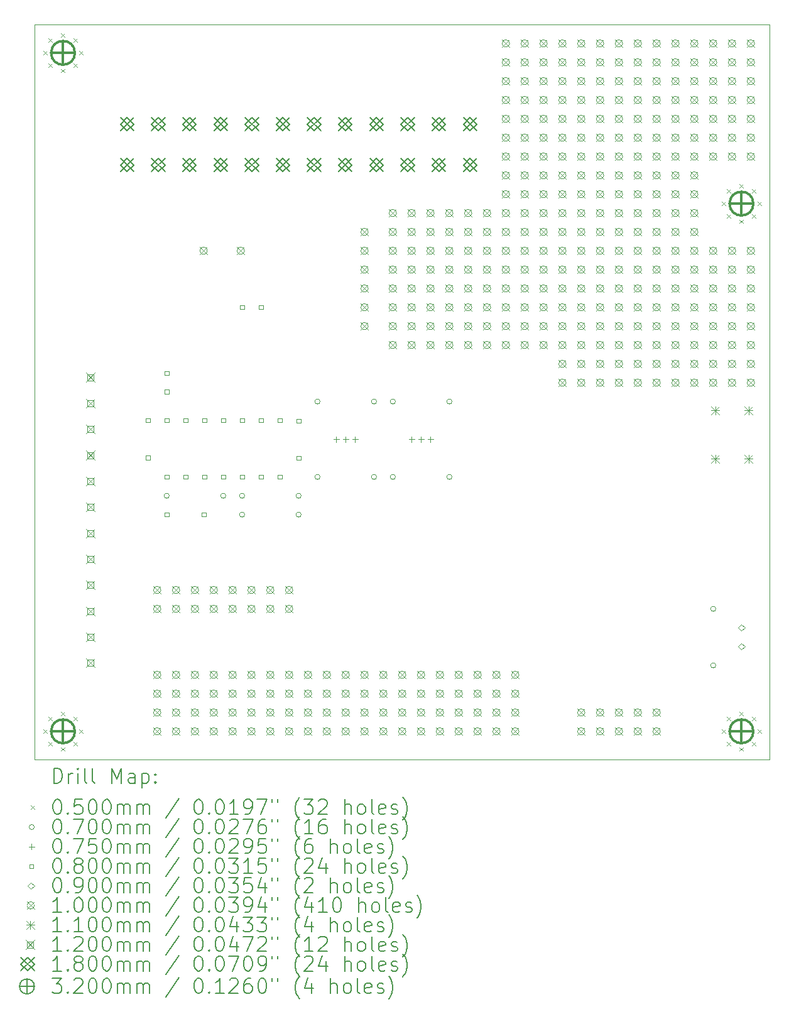
<source format=gbr>
%TF.GenerationSoftware,KiCad,Pcbnew,8.0.4*%
%TF.CreationDate,2024-09-22T21:37:49-05:00*%
%TF.ProjectId,ATX-PSU_8b,4154582d-5053-4555-9f38-622e6b696361,rev?*%
%TF.SameCoordinates,Original*%
%TF.FileFunction,Drillmap*%
%TF.FilePolarity,Positive*%
%FSLAX45Y45*%
G04 Gerber Fmt 4.5, Leading zero omitted, Abs format (unit mm)*
G04 Created by KiCad (PCBNEW 8.0.4) date 2024-09-22 21:37:49*
%MOMM*%
%LPD*%
G01*
G04 APERTURE LIST*
%ADD10C,0.100000*%
%ADD11C,0.200000*%
%ADD12C,0.110000*%
%ADD13C,0.120000*%
%ADD14C,0.180000*%
%ADD15C,0.320000*%
G04 APERTURE END LIST*
D10*
X17526000Y-12700000D02*
X7620000Y-12700000D01*
X17526000Y-2794000D02*
X17526000Y-12700000D01*
X7620000Y-2794000D02*
X17526000Y-2794000D01*
X7620000Y-12700000D02*
X7620000Y-2794000D01*
D11*
D10*
X7736000Y-3150000D02*
X7786000Y-3200000D01*
X7786000Y-3150000D02*
X7736000Y-3200000D01*
X7736000Y-12294000D02*
X7786000Y-12344000D01*
X7786000Y-12294000D02*
X7736000Y-12344000D01*
X7806294Y-2980294D02*
X7856294Y-3030294D01*
X7856294Y-2980294D02*
X7806294Y-3030294D01*
X7806294Y-3319706D02*
X7856294Y-3369706D01*
X7856294Y-3319706D02*
X7806294Y-3369706D01*
X7806294Y-12124294D02*
X7856294Y-12174294D01*
X7856294Y-12124294D02*
X7806294Y-12174294D01*
X7806294Y-12463706D02*
X7856294Y-12513706D01*
X7856294Y-12463706D02*
X7806294Y-12513706D01*
X7976000Y-2910000D02*
X8026000Y-2960000D01*
X8026000Y-2910000D02*
X7976000Y-2960000D01*
X7976000Y-3390000D02*
X8026000Y-3440000D01*
X8026000Y-3390000D02*
X7976000Y-3440000D01*
X7976000Y-12054000D02*
X8026000Y-12104000D01*
X8026000Y-12054000D02*
X7976000Y-12104000D01*
X7976000Y-12534000D02*
X8026000Y-12584000D01*
X8026000Y-12534000D02*
X7976000Y-12584000D01*
X8145706Y-2980294D02*
X8195706Y-3030294D01*
X8195706Y-2980294D02*
X8145706Y-3030294D01*
X8145706Y-3319706D02*
X8195706Y-3369706D01*
X8195706Y-3319706D02*
X8145706Y-3369706D01*
X8145706Y-12124294D02*
X8195706Y-12174294D01*
X8195706Y-12124294D02*
X8145706Y-12174294D01*
X8145706Y-12463706D02*
X8195706Y-12513706D01*
X8195706Y-12463706D02*
X8145706Y-12513706D01*
X8216000Y-3150000D02*
X8266000Y-3200000D01*
X8266000Y-3150000D02*
X8216000Y-3200000D01*
X8216000Y-12294000D02*
X8266000Y-12344000D01*
X8266000Y-12294000D02*
X8216000Y-12344000D01*
X16880000Y-5182000D02*
X16930000Y-5232000D01*
X16930000Y-5182000D02*
X16880000Y-5232000D01*
X16880000Y-12294000D02*
X16930000Y-12344000D01*
X16930000Y-12294000D02*
X16880000Y-12344000D01*
X16950294Y-5012294D02*
X17000294Y-5062294D01*
X17000294Y-5012294D02*
X16950294Y-5062294D01*
X16950294Y-5351706D02*
X17000294Y-5401706D01*
X17000294Y-5351706D02*
X16950294Y-5401706D01*
X16950294Y-12124294D02*
X17000294Y-12174294D01*
X17000294Y-12124294D02*
X16950294Y-12174294D01*
X16950294Y-12463706D02*
X17000294Y-12513706D01*
X17000294Y-12463706D02*
X16950294Y-12513706D01*
X17120000Y-4942000D02*
X17170000Y-4992000D01*
X17170000Y-4942000D02*
X17120000Y-4992000D01*
X17120000Y-5422000D02*
X17170000Y-5472000D01*
X17170000Y-5422000D02*
X17120000Y-5472000D01*
X17120000Y-12054000D02*
X17170000Y-12104000D01*
X17170000Y-12054000D02*
X17120000Y-12104000D01*
X17120000Y-12534000D02*
X17170000Y-12584000D01*
X17170000Y-12534000D02*
X17120000Y-12584000D01*
X17289706Y-5012294D02*
X17339706Y-5062294D01*
X17339706Y-5012294D02*
X17289706Y-5062294D01*
X17289706Y-5351706D02*
X17339706Y-5401706D01*
X17339706Y-5351706D02*
X17289706Y-5401706D01*
X17289706Y-12124294D02*
X17339706Y-12174294D01*
X17339706Y-12124294D02*
X17289706Y-12174294D01*
X17289706Y-12463706D02*
X17339706Y-12513706D01*
X17339706Y-12463706D02*
X17289706Y-12513706D01*
X17360000Y-5182000D02*
X17410000Y-5232000D01*
X17410000Y-5182000D02*
X17360000Y-5232000D01*
X17360000Y-12294000D02*
X17410000Y-12344000D01*
X17410000Y-12294000D02*
X17360000Y-12344000D01*
X9433000Y-9144000D02*
G75*
G02*
X9363000Y-9144000I-35000J0D01*
G01*
X9363000Y-9144000D02*
G75*
G02*
X9433000Y-9144000I35000J0D01*
G01*
X10195000Y-9144000D02*
G75*
G02*
X10125000Y-9144000I-35000J0D01*
G01*
X10125000Y-9144000D02*
G75*
G02*
X10195000Y-9144000I35000J0D01*
G01*
X10449000Y-9144000D02*
G75*
G02*
X10379000Y-9144000I-35000J0D01*
G01*
X10379000Y-9144000D02*
G75*
G02*
X10449000Y-9144000I35000J0D01*
G01*
X10449000Y-9398000D02*
G75*
G02*
X10379000Y-9398000I-35000J0D01*
G01*
X10379000Y-9398000D02*
G75*
G02*
X10449000Y-9398000I35000J0D01*
G01*
X11211000Y-9144000D02*
G75*
G02*
X11141000Y-9144000I-35000J0D01*
G01*
X11141000Y-9144000D02*
G75*
G02*
X11211000Y-9144000I35000J0D01*
G01*
X11211000Y-9398000D02*
G75*
G02*
X11141000Y-9398000I-35000J0D01*
G01*
X11141000Y-9398000D02*
G75*
G02*
X11211000Y-9398000I35000J0D01*
G01*
X11465000Y-7874000D02*
G75*
G02*
X11395000Y-7874000I-35000J0D01*
G01*
X11395000Y-7874000D02*
G75*
G02*
X11465000Y-7874000I35000J0D01*
G01*
X11465000Y-8890000D02*
G75*
G02*
X11395000Y-8890000I-35000J0D01*
G01*
X11395000Y-8890000D02*
G75*
G02*
X11465000Y-8890000I35000J0D01*
G01*
X12227000Y-7874000D02*
G75*
G02*
X12157000Y-7874000I-35000J0D01*
G01*
X12157000Y-7874000D02*
G75*
G02*
X12227000Y-7874000I35000J0D01*
G01*
X12227000Y-8890000D02*
G75*
G02*
X12157000Y-8890000I-35000J0D01*
G01*
X12157000Y-8890000D02*
G75*
G02*
X12227000Y-8890000I35000J0D01*
G01*
X12481000Y-7874000D02*
G75*
G02*
X12411000Y-7874000I-35000J0D01*
G01*
X12411000Y-7874000D02*
G75*
G02*
X12481000Y-7874000I35000J0D01*
G01*
X12481000Y-8890000D02*
G75*
G02*
X12411000Y-8890000I-35000J0D01*
G01*
X12411000Y-8890000D02*
G75*
G02*
X12481000Y-8890000I35000J0D01*
G01*
X13243000Y-7874000D02*
G75*
G02*
X13173000Y-7874000I-35000J0D01*
G01*
X13173000Y-7874000D02*
G75*
G02*
X13243000Y-7874000I35000J0D01*
G01*
X13243000Y-8890000D02*
G75*
G02*
X13173000Y-8890000I-35000J0D01*
G01*
X13173000Y-8890000D02*
G75*
G02*
X13243000Y-8890000I35000J0D01*
G01*
X16799000Y-10668000D02*
G75*
G02*
X16729000Y-10668000I-35000J0D01*
G01*
X16729000Y-10668000D02*
G75*
G02*
X16799000Y-10668000I35000J0D01*
G01*
X16799000Y-11430000D02*
G75*
G02*
X16729000Y-11430000I-35000J0D01*
G01*
X16729000Y-11430000D02*
G75*
G02*
X16799000Y-11430000I35000J0D01*
G01*
X11684000Y-8344500D02*
X11684000Y-8419500D01*
X11646500Y-8382000D02*
X11721500Y-8382000D01*
X11811000Y-8344500D02*
X11811000Y-8419500D01*
X11773500Y-8382000D02*
X11848500Y-8382000D01*
X11938000Y-8344500D02*
X11938000Y-8419500D01*
X11900500Y-8382000D02*
X11975500Y-8382000D01*
X12700000Y-8344500D02*
X12700000Y-8419500D01*
X12662500Y-8382000D02*
X12737500Y-8382000D01*
X12827000Y-8344500D02*
X12827000Y-8419500D01*
X12789500Y-8382000D02*
X12864500Y-8382000D01*
X12954000Y-8344500D02*
X12954000Y-8419500D01*
X12916500Y-8382000D02*
X12991500Y-8382000D01*
X9172285Y-8156284D02*
X9172285Y-8099715D01*
X9115716Y-8099715D01*
X9115716Y-8156284D01*
X9172285Y-8156284D01*
X9172285Y-8656285D02*
X9172285Y-8599716D01*
X9115716Y-8599716D01*
X9115716Y-8656285D01*
X9172285Y-8656285D01*
X9426285Y-7521284D02*
X9426285Y-7464715D01*
X9369716Y-7464715D01*
X9369716Y-7521284D01*
X9426285Y-7521284D01*
X9426285Y-7771284D02*
X9426285Y-7714715D01*
X9369716Y-7714715D01*
X9369716Y-7771284D01*
X9426285Y-7771284D01*
X9426285Y-8156284D02*
X9426285Y-8099715D01*
X9369716Y-8099715D01*
X9369716Y-8156284D01*
X9426285Y-8156284D01*
X9426285Y-8918285D02*
X9426285Y-8861716D01*
X9369716Y-8861716D01*
X9369716Y-8918285D01*
X9426285Y-8918285D01*
X9426285Y-9426285D02*
X9426285Y-9369716D01*
X9369716Y-9369716D01*
X9369716Y-9426285D01*
X9426285Y-9426285D01*
X9680285Y-8156284D02*
X9680285Y-8099715D01*
X9623716Y-8099715D01*
X9623716Y-8156284D01*
X9680285Y-8156284D01*
X9680285Y-8918285D02*
X9680285Y-8861716D01*
X9623716Y-8861716D01*
X9623716Y-8918285D01*
X9680285Y-8918285D01*
X9926285Y-9426285D02*
X9926285Y-9369716D01*
X9869716Y-9369716D01*
X9869716Y-9426285D01*
X9926285Y-9426285D01*
X9934284Y-8918285D02*
X9934284Y-8861716D01*
X9877715Y-8861716D01*
X9877715Y-8918285D01*
X9934284Y-8918285D01*
X9934285Y-8156284D02*
X9934285Y-8099715D01*
X9877716Y-8099715D01*
X9877716Y-8156284D01*
X9934285Y-8156284D01*
X10188285Y-8156284D02*
X10188285Y-8099715D01*
X10131716Y-8099715D01*
X10131716Y-8156284D01*
X10188285Y-8156284D01*
X10188285Y-8918285D02*
X10188285Y-8861716D01*
X10131716Y-8861716D01*
X10131716Y-8918285D01*
X10188285Y-8918285D01*
X10442285Y-8156284D02*
X10442285Y-8099715D01*
X10385716Y-8099715D01*
X10385716Y-8156284D01*
X10442285Y-8156284D01*
X10442285Y-8918285D02*
X10442285Y-8861716D01*
X10385716Y-8861716D01*
X10385716Y-8918285D01*
X10442285Y-8918285D01*
X10446285Y-6632284D02*
X10446285Y-6575715D01*
X10389716Y-6575715D01*
X10389716Y-6632284D01*
X10446285Y-6632284D01*
X10696285Y-6632284D02*
X10696285Y-6575715D01*
X10639716Y-6575715D01*
X10639716Y-6632284D01*
X10696285Y-6632284D01*
X10696285Y-8156284D02*
X10696285Y-8099715D01*
X10639716Y-8099715D01*
X10639716Y-8156284D01*
X10696285Y-8156284D01*
X10696285Y-8918285D02*
X10696285Y-8861716D01*
X10639716Y-8861716D01*
X10639716Y-8918285D01*
X10696285Y-8918285D01*
X10950285Y-8156284D02*
X10950285Y-8099715D01*
X10893716Y-8099715D01*
X10893716Y-8156284D01*
X10950285Y-8156284D01*
X10950285Y-8918285D02*
X10950285Y-8861716D01*
X10893716Y-8861716D01*
X10893716Y-8918285D01*
X10950285Y-8918285D01*
X11204284Y-8164284D02*
X11204284Y-8107715D01*
X11147716Y-8107715D01*
X11147716Y-8164284D01*
X11204284Y-8164284D01*
X11204284Y-8664285D02*
X11204284Y-8607716D01*
X11147716Y-8607716D01*
X11147716Y-8664285D01*
X11204284Y-8664285D01*
X17145000Y-10967000D02*
X17190000Y-10922000D01*
X17145000Y-10877000D01*
X17100000Y-10922000D01*
X17145000Y-10967000D01*
X17145000Y-11221000D02*
X17190000Y-11176000D01*
X17145000Y-11131000D01*
X17100000Y-11176000D01*
X17145000Y-11221000D01*
X9221000Y-10364000D02*
X9321000Y-10464000D01*
X9321000Y-10364000D02*
X9221000Y-10464000D01*
X9321000Y-10414000D02*
G75*
G02*
X9221000Y-10414000I-50000J0D01*
G01*
X9221000Y-10414000D02*
G75*
G02*
X9321000Y-10414000I50000J0D01*
G01*
X9221000Y-10618000D02*
X9321000Y-10718000D01*
X9321000Y-10618000D02*
X9221000Y-10718000D01*
X9321000Y-10668000D02*
G75*
G02*
X9221000Y-10668000I-50000J0D01*
G01*
X9221000Y-10668000D02*
G75*
G02*
X9321000Y-10668000I50000J0D01*
G01*
X9221000Y-11507000D02*
X9321000Y-11607000D01*
X9321000Y-11507000D02*
X9221000Y-11607000D01*
X9321000Y-11557000D02*
G75*
G02*
X9221000Y-11557000I-50000J0D01*
G01*
X9221000Y-11557000D02*
G75*
G02*
X9321000Y-11557000I50000J0D01*
G01*
X9221000Y-11761000D02*
X9321000Y-11861000D01*
X9321000Y-11761000D02*
X9221000Y-11861000D01*
X9321000Y-11811000D02*
G75*
G02*
X9221000Y-11811000I-50000J0D01*
G01*
X9221000Y-11811000D02*
G75*
G02*
X9321000Y-11811000I50000J0D01*
G01*
X9221000Y-12015000D02*
X9321000Y-12115000D01*
X9321000Y-12015000D02*
X9221000Y-12115000D01*
X9321000Y-12065000D02*
G75*
G02*
X9221000Y-12065000I-50000J0D01*
G01*
X9221000Y-12065000D02*
G75*
G02*
X9321000Y-12065000I50000J0D01*
G01*
X9221000Y-12269000D02*
X9321000Y-12369000D01*
X9321000Y-12269000D02*
X9221000Y-12369000D01*
X9321000Y-12319000D02*
G75*
G02*
X9221000Y-12319000I-50000J0D01*
G01*
X9221000Y-12319000D02*
G75*
G02*
X9321000Y-12319000I50000J0D01*
G01*
X9475000Y-10364000D02*
X9575000Y-10464000D01*
X9575000Y-10364000D02*
X9475000Y-10464000D01*
X9575000Y-10414000D02*
G75*
G02*
X9475000Y-10414000I-50000J0D01*
G01*
X9475000Y-10414000D02*
G75*
G02*
X9575000Y-10414000I50000J0D01*
G01*
X9475000Y-10618000D02*
X9575000Y-10718000D01*
X9575000Y-10618000D02*
X9475000Y-10718000D01*
X9575000Y-10668000D02*
G75*
G02*
X9475000Y-10668000I-50000J0D01*
G01*
X9475000Y-10668000D02*
G75*
G02*
X9575000Y-10668000I50000J0D01*
G01*
X9475000Y-11507000D02*
X9575000Y-11607000D01*
X9575000Y-11507000D02*
X9475000Y-11607000D01*
X9575000Y-11557000D02*
G75*
G02*
X9475000Y-11557000I-50000J0D01*
G01*
X9475000Y-11557000D02*
G75*
G02*
X9575000Y-11557000I50000J0D01*
G01*
X9475000Y-11761000D02*
X9575000Y-11861000D01*
X9575000Y-11761000D02*
X9475000Y-11861000D01*
X9575000Y-11811000D02*
G75*
G02*
X9475000Y-11811000I-50000J0D01*
G01*
X9475000Y-11811000D02*
G75*
G02*
X9575000Y-11811000I50000J0D01*
G01*
X9475000Y-12015000D02*
X9575000Y-12115000D01*
X9575000Y-12015000D02*
X9475000Y-12115000D01*
X9575000Y-12065000D02*
G75*
G02*
X9475000Y-12065000I-50000J0D01*
G01*
X9475000Y-12065000D02*
G75*
G02*
X9575000Y-12065000I50000J0D01*
G01*
X9475000Y-12269000D02*
X9575000Y-12369000D01*
X9575000Y-12269000D02*
X9475000Y-12369000D01*
X9575000Y-12319000D02*
G75*
G02*
X9475000Y-12319000I-50000J0D01*
G01*
X9475000Y-12319000D02*
G75*
G02*
X9575000Y-12319000I50000J0D01*
G01*
X9729000Y-10364000D02*
X9829000Y-10464000D01*
X9829000Y-10364000D02*
X9729000Y-10464000D01*
X9829000Y-10414000D02*
G75*
G02*
X9729000Y-10414000I-50000J0D01*
G01*
X9729000Y-10414000D02*
G75*
G02*
X9829000Y-10414000I50000J0D01*
G01*
X9729000Y-10618000D02*
X9829000Y-10718000D01*
X9829000Y-10618000D02*
X9729000Y-10718000D01*
X9829000Y-10668000D02*
G75*
G02*
X9729000Y-10668000I-50000J0D01*
G01*
X9729000Y-10668000D02*
G75*
G02*
X9829000Y-10668000I50000J0D01*
G01*
X9729000Y-11507000D02*
X9829000Y-11607000D01*
X9829000Y-11507000D02*
X9729000Y-11607000D01*
X9829000Y-11557000D02*
G75*
G02*
X9729000Y-11557000I-50000J0D01*
G01*
X9729000Y-11557000D02*
G75*
G02*
X9829000Y-11557000I50000J0D01*
G01*
X9729000Y-11761000D02*
X9829000Y-11861000D01*
X9829000Y-11761000D02*
X9729000Y-11861000D01*
X9829000Y-11811000D02*
G75*
G02*
X9729000Y-11811000I-50000J0D01*
G01*
X9729000Y-11811000D02*
G75*
G02*
X9829000Y-11811000I50000J0D01*
G01*
X9729000Y-12015000D02*
X9829000Y-12115000D01*
X9829000Y-12015000D02*
X9729000Y-12115000D01*
X9829000Y-12065000D02*
G75*
G02*
X9729000Y-12065000I-50000J0D01*
G01*
X9729000Y-12065000D02*
G75*
G02*
X9829000Y-12065000I50000J0D01*
G01*
X9729000Y-12269000D02*
X9829000Y-12369000D01*
X9829000Y-12269000D02*
X9729000Y-12369000D01*
X9829000Y-12319000D02*
G75*
G02*
X9729000Y-12319000I-50000J0D01*
G01*
X9729000Y-12319000D02*
G75*
G02*
X9829000Y-12319000I50000J0D01*
G01*
X9846768Y-5792000D02*
X9946768Y-5892000D01*
X9946768Y-5792000D02*
X9846768Y-5892000D01*
X9946768Y-5842000D02*
G75*
G02*
X9846768Y-5842000I-50000J0D01*
G01*
X9846768Y-5842000D02*
G75*
G02*
X9946768Y-5842000I50000J0D01*
G01*
X9983000Y-11507000D02*
X10083000Y-11607000D01*
X10083000Y-11507000D02*
X9983000Y-11607000D01*
X10083000Y-11557000D02*
G75*
G02*
X9983000Y-11557000I-50000J0D01*
G01*
X9983000Y-11557000D02*
G75*
G02*
X10083000Y-11557000I50000J0D01*
G01*
X9983000Y-12015000D02*
X10083000Y-12115000D01*
X10083000Y-12015000D02*
X9983000Y-12115000D01*
X10083000Y-12065000D02*
G75*
G02*
X9983000Y-12065000I-50000J0D01*
G01*
X9983000Y-12065000D02*
G75*
G02*
X10083000Y-12065000I50000J0D01*
G01*
X9983000Y-10364000D02*
X10083000Y-10464000D01*
X10083000Y-10364000D02*
X9983000Y-10464000D01*
X10083000Y-10414000D02*
G75*
G02*
X9983000Y-10414000I-50000J0D01*
G01*
X9983000Y-10414000D02*
G75*
G02*
X10083000Y-10414000I50000J0D01*
G01*
X9983000Y-10618000D02*
X10083000Y-10718000D01*
X10083000Y-10618000D02*
X9983000Y-10718000D01*
X10083000Y-10668000D02*
G75*
G02*
X9983000Y-10668000I-50000J0D01*
G01*
X9983000Y-10668000D02*
G75*
G02*
X10083000Y-10668000I50000J0D01*
G01*
X9983000Y-11761000D02*
X10083000Y-11861000D01*
X10083000Y-11761000D02*
X9983000Y-11861000D01*
X10083000Y-11811000D02*
G75*
G02*
X9983000Y-11811000I-50000J0D01*
G01*
X9983000Y-11811000D02*
G75*
G02*
X10083000Y-11811000I50000J0D01*
G01*
X9983000Y-12269000D02*
X10083000Y-12369000D01*
X10083000Y-12269000D02*
X9983000Y-12369000D01*
X10083000Y-12319000D02*
G75*
G02*
X9983000Y-12319000I-50000J0D01*
G01*
X9983000Y-12319000D02*
G75*
G02*
X10083000Y-12319000I50000J0D01*
G01*
X10237000Y-10364000D02*
X10337000Y-10464000D01*
X10337000Y-10364000D02*
X10237000Y-10464000D01*
X10337000Y-10414000D02*
G75*
G02*
X10237000Y-10414000I-50000J0D01*
G01*
X10237000Y-10414000D02*
G75*
G02*
X10337000Y-10414000I50000J0D01*
G01*
X10237000Y-10618000D02*
X10337000Y-10718000D01*
X10337000Y-10618000D02*
X10237000Y-10718000D01*
X10337000Y-10668000D02*
G75*
G02*
X10237000Y-10668000I-50000J0D01*
G01*
X10237000Y-10668000D02*
G75*
G02*
X10337000Y-10668000I50000J0D01*
G01*
X10237000Y-11761000D02*
X10337000Y-11861000D01*
X10337000Y-11761000D02*
X10237000Y-11861000D01*
X10337000Y-11811000D02*
G75*
G02*
X10237000Y-11811000I-50000J0D01*
G01*
X10237000Y-11811000D02*
G75*
G02*
X10337000Y-11811000I50000J0D01*
G01*
X10237000Y-12269000D02*
X10337000Y-12369000D01*
X10337000Y-12269000D02*
X10237000Y-12369000D01*
X10337000Y-12319000D02*
G75*
G02*
X10237000Y-12319000I-50000J0D01*
G01*
X10237000Y-12319000D02*
G75*
G02*
X10337000Y-12319000I50000J0D01*
G01*
X10237000Y-11507000D02*
X10337000Y-11607000D01*
X10337000Y-11507000D02*
X10237000Y-11607000D01*
X10337000Y-11557000D02*
G75*
G02*
X10237000Y-11557000I-50000J0D01*
G01*
X10237000Y-11557000D02*
G75*
G02*
X10337000Y-11557000I50000J0D01*
G01*
X10237000Y-12015000D02*
X10337000Y-12115000D01*
X10337000Y-12015000D02*
X10237000Y-12115000D01*
X10337000Y-12065000D02*
G75*
G02*
X10237000Y-12065000I-50000J0D01*
G01*
X10237000Y-12065000D02*
G75*
G02*
X10337000Y-12065000I50000J0D01*
G01*
X10346768Y-5792000D02*
X10446768Y-5892000D01*
X10446768Y-5792000D02*
X10346768Y-5892000D01*
X10446768Y-5842000D02*
G75*
G02*
X10346768Y-5842000I-50000J0D01*
G01*
X10346768Y-5842000D02*
G75*
G02*
X10446768Y-5842000I50000J0D01*
G01*
X10491000Y-10364000D02*
X10591000Y-10464000D01*
X10591000Y-10364000D02*
X10491000Y-10464000D01*
X10591000Y-10414000D02*
G75*
G02*
X10491000Y-10414000I-50000J0D01*
G01*
X10491000Y-10414000D02*
G75*
G02*
X10591000Y-10414000I50000J0D01*
G01*
X10491000Y-10618000D02*
X10591000Y-10718000D01*
X10591000Y-10618000D02*
X10491000Y-10718000D01*
X10591000Y-10668000D02*
G75*
G02*
X10491000Y-10668000I-50000J0D01*
G01*
X10491000Y-10668000D02*
G75*
G02*
X10591000Y-10668000I50000J0D01*
G01*
X10491000Y-11507000D02*
X10591000Y-11607000D01*
X10591000Y-11507000D02*
X10491000Y-11607000D01*
X10591000Y-11557000D02*
G75*
G02*
X10491000Y-11557000I-50000J0D01*
G01*
X10491000Y-11557000D02*
G75*
G02*
X10591000Y-11557000I50000J0D01*
G01*
X10491000Y-11761000D02*
X10591000Y-11861000D01*
X10591000Y-11761000D02*
X10491000Y-11861000D01*
X10591000Y-11811000D02*
G75*
G02*
X10491000Y-11811000I-50000J0D01*
G01*
X10491000Y-11811000D02*
G75*
G02*
X10591000Y-11811000I50000J0D01*
G01*
X10491000Y-12015000D02*
X10591000Y-12115000D01*
X10591000Y-12015000D02*
X10491000Y-12115000D01*
X10591000Y-12065000D02*
G75*
G02*
X10491000Y-12065000I-50000J0D01*
G01*
X10491000Y-12065000D02*
G75*
G02*
X10591000Y-12065000I50000J0D01*
G01*
X10491000Y-12269000D02*
X10591000Y-12369000D01*
X10591000Y-12269000D02*
X10491000Y-12369000D01*
X10591000Y-12319000D02*
G75*
G02*
X10491000Y-12319000I-50000J0D01*
G01*
X10491000Y-12319000D02*
G75*
G02*
X10591000Y-12319000I50000J0D01*
G01*
X10745000Y-10364000D02*
X10845000Y-10464000D01*
X10845000Y-10364000D02*
X10745000Y-10464000D01*
X10845000Y-10414000D02*
G75*
G02*
X10745000Y-10414000I-50000J0D01*
G01*
X10745000Y-10414000D02*
G75*
G02*
X10845000Y-10414000I50000J0D01*
G01*
X10745000Y-10618000D02*
X10845000Y-10718000D01*
X10845000Y-10618000D02*
X10745000Y-10718000D01*
X10845000Y-10668000D02*
G75*
G02*
X10745000Y-10668000I-50000J0D01*
G01*
X10745000Y-10668000D02*
G75*
G02*
X10845000Y-10668000I50000J0D01*
G01*
X10745000Y-11507000D02*
X10845000Y-11607000D01*
X10845000Y-11507000D02*
X10745000Y-11607000D01*
X10845000Y-11557000D02*
G75*
G02*
X10745000Y-11557000I-50000J0D01*
G01*
X10745000Y-11557000D02*
G75*
G02*
X10845000Y-11557000I50000J0D01*
G01*
X10745000Y-11761000D02*
X10845000Y-11861000D01*
X10845000Y-11761000D02*
X10745000Y-11861000D01*
X10845000Y-11811000D02*
G75*
G02*
X10745000Y-11811000I-50000J0D01*
G01*
X10745000Y-11811000D02*
G75*
G02*
X10845000Y-11811000I50000J0D01*
G01*
X10745000Y-12015000D02*
X10845000Y-12115000D01*
X10845000Y-12015000D02*
X10745000Y-12115000D01*
X10845000Y-12065000D02*
G75*
G02*
X10745000Y-12065000I-50000J0D01*
G01*
X10745000Y-12065000D02*
G75*
G02*
X10845000Y-12065000I50000J0D01*
G01*
X10745000Y-12269000D02*
X10845000Y-12369000D01*
X10845000Y-12269000D02*
X10745000Y-12369000D01*
X10845000Y-12319000D02*
G75*
G02*
X10745000Y-12319000I-50000J0D01*
G01*
X10745000Y-12319000D02*
G75*
G02*
X10845000Y-12319000I50000J0D01*
G01*
X10999000Y-10364000D02*
X11099000Y-10464000D01*
X11099000Y-10364000D02*
X10999000Y-10464000D01*
X11099000Y-10414000D02*
G75*
G02*
X10999000Y-10414000I-50000J0D01*
G01*
X10999000Y-10414000D02*
G75*
G02*
X11099000Y-10414000I50000J0D01*
G01*
X10999000Y-10618000D02*
X11099000Y-10718000D01*
X11099000Y-10618000D02*
X10999000Y-10718000D01*
X11099000Y-10668000D02*
G75*
G02*
X10999000Y-10668000I-50000J0D01*
G01*
X10999000Y-10668000D02*
G75*
G02*
X11099000Y-10668000I50000J0D01*
G01*
X10999000Y-11507000D02*
X11099000Y-11607000D01*
X11099000Y-11507000D02*
X10999000Y-11607000D01*
X11099000Y-11557000D02*
G75*
G02*
X10999000Y-11557000I-50000J0D01*
G01*
X10999000Y-11557000D02*
G75*
G02*
X11099000Y-11557000I50000J0D01*
G01*
X10999000Y-11761000D02*
X11099000Y-11861000D01*
X11099000Y-11761000D02*
X10999000Y-11861000D01*
X11099000Y-11811000D02*
G75*
G02*
X10999000Y-11811000I-50000J0D01*
G01*
X10999000Y-11811000D02*
G75*
G02*
X11099000Y-11811000I50000J0D01*
G01*
X10999000Y-12015000D02*
X11099000Y-12115000D01*
X11099000Y-12015000D02*
X10999000Y-12115000D01*
X11099000Y-12065000D02*
G75*
G02*
X10999000Y-12065000I-50000J0D01*
G01*
X10999000Y-12065000D02*
G75*
G02*
X11099000Y-12065000I50000J0D01*
G01*
X10999000Y-12269000D02*
X11099000Y-12369000D01*
X11099000Y-12269000D02*
X10999000Y-12369000D01*
X11099000Y-12319000D02*
G75*
G02*
X10999000Y-12319000I-50000J0D01*
G01*
X10999000Y-12319000D02*
G75*
G02*
X11099000Y-12319000I50000J0D01*
G01*
X11253000Y-11761000D02*
X11353000Y-11861000D01*
X11353000Y-11761000D02*
X11253000Y-11861000D01*
X11353000Y-11811000D02*
G75*
G02*
X11253000Y-11811000I-50000J0D01*
G01*
X11253000Y-11811000D02*
G75*
G02*
X11353000Y-11811000I50000J0D01*
G01*
X11253000Y-12269000D02*
X11353000Y-12369000D01*
X11353000Y-12269000D02*
X11253000Y-12369000D01*
X11353000Y-12319000D02*
G75*
G02*
X11253000Y-12319000I-50000J0D01*
G01*
X11253000Y-12319000D02*
G75*
G02*
X11353000Y-12319000I50000J0D01*
G01*
X11253000Y-11507000D02*
X11353000Y-11607000D01*
X11353000Y-11507000D02*
X11253000Y-11607000D01*
X11353000Y-11557000D02*
G75*
G02*
X11253000Y-11557000I-50000J0D01*
G01*
X11253000Y-11557000D02*
G75*
G02*
X11353000Y-11557000I50000J0D01*
G01*
X11253000Y-12015000D02*
X11353000Y-12115000D01*
X11353000Y-12015000D02*
X11253000Y-12115000D01*
X11353000Y-12065000D02*
G75*
G02*
X11253000Y-12065000I-50000J0D01*
G01*
X11253000Y-12065000D02*
G75*
G02*
X11353000Y-12065000I50000J0D01*
G01*
X11507000Y-11507000D02*
X11607000Y-11607000D01*
X11607000Y-11507000D02*
X11507000Y-11607000D01*
X11607000Y-11557000D02*
G75*
G02*
X11507000Y-11557000I-50000J0D01*
G01*
X11507000Y-11557000D02*
G75*
G02*
X11607000Y-11557000I50000J0D01*
G01*
X11507000Y-11761000D02*
X11607000Y-11861000D01*
X11607000Y-11761000D02*
X11507000Y-11861000D01*
X11607000Y-11811000D02*
G75*
G02*
X11507000Y-11811000I-50000J0D01*
G01*
X11507000Y-11811000D02*
G75*
G02*
X11607000Y-11811000I50000J0D01*
G01*
X11507000Y-12015000D02*
X11607000Y-12115000D01*
X11607000Y-12015000D02*
X11507000Y-12115000D01*
X11607000Y-12065000D02*
G75*
G02*
X11507000Y-12065000I-50000J0D01*
G01*
X11507000Y-12065000D02*
G75*
G02*
X11607000Y-12065000I50000J0D01*
G01*
X11507000Y-12269000D02*
X11607000Y-12369000D01*
X11607000Y-12269000D02*
X11507000Y-12369000D01*
X11607000Y-12319000D02*
G75*
G02*
X11507000Y-12319000I-50000J0D01*
G01*
X11507000Y-12319000D02*
G75*
G02*
X11607000Y-12319000I50000J0D01*
G01*
X11761000Y-11507000D02*
X11861000Y-11607000D01*
X11861000Y-11507000D02*
X11761000Y-11607000D01*
X11861000Y-11557000D02*
G75*
G02*
X11761000Y-11557000I-50000J0D01*
G01*
X11761000Y-11557000D02*
G75*
G02*
X11861000Y-11557000I50000J0D01*
G01*
X11761000Y-11761000D02*
X11861000Y-11861000D01*
X11861000Y-11761000D02*
X11761000Y-11861000D01*
X11861000Y-11811000D02*
G75*
G02*
X11761000Y-11811000I-50000J0D01*
G01*
X11761000Y-11811000D02*
G75*
G02*
X11861000Y-11811000I50000J0D01*
G01*
X11761000Y-12015000D02*
X11861000Y-12115000D01*
X11861000Y-12015000D02*
X11761000Y-12115000D01*
X11861000Y-12065000D02*
G75*
G02*
X11761000Y-12065000I-50000J0D01*
G01*
X11761000Y-12065000D02*
G75*
G02*
X11861000Y-12065000I50000J0D01*
G01*
X11761000Y-12269000D02*
X11861000Y-12369000D01*
X11861000Y-12269000D02*
X11761000Y-12369000D01*
X11861000Y-12319000D02*
G75*
G02*
X11761000Y-12319000I-50000J0D01*
G01*
X11761000Y-12319000D02*
G75*
G02*
X11861000Y-12319000I50000J0D01*
G01*
X12015000Y-5538000D02*
X12115000Y-5638000D01*
X12115000Y-5538000D02*
X12015000Y-5638000D01*
X12115000Y-5588000D02*
G75*
G02*
X12015000Y-5588000I-50000J0D01*
G01*
X12015000Y-5588000D02*
G75*
G02*
X12115000Y-5588000I50000J0D01*
G01*
X12015000Y-5792000D02*
X12115000Y-5892000D01*
X12115000Y-5792000D02*
X12015000Y-5892000D01*
X12115000Y-5842000D02*
G75*
G02*
X12015000Y-5842000I-50000J0D01*
G01*
X12015000Y-5842000D02*
G75*
G02*
X12115000Y-5842000I50000J0D01*
G01*
X12015000Y-6046000D02*
X12115000Y-6146000D01*
X12115000Y-6046000D02*
X12015000Y-6146000D01*
X12115000Y-6096000D02*
G75*
G02*
X12015000Y-6096000I-50000J0D01*
G01*
X12015000Y-6096000D02*
G75*
G02*
X12115000Y-6096000I50000J0D01*
G01*
X12015000Y-6300000D02*
X12115000Y-6400000D01*
X12115000Y-6300000D02*
X12015000Y-6400000D01*
X12115000Y-6350000D02*
G75*
G02*
X12015000Y-6350000I-50000J0D01*
G01*
X12015000Y-6350000D02*
G75*
G02*
X12115000Y-6350000I50000J0D01*
G01*
X12015000Y-6554000D02*
X12115000Y-6654000D01*
X12115000Y-6554000D02*
X12015000Y-6654000D01*
X12115000Y-6604000D02*
G75*
G02*
X12015000Y-6604000I-50000J0D01*
G01*
X12015000Y-6604000D02*
G75*
G02*
X12115000Y-6604000I50000J0D01*
G01*
X12015000Y-6808000D02*
X12115000Y-6908000D01*
X12115000Y-6808000D02*
X12015000Y-6908000D01*
X12115000Y-6858000D02*
G75*
G02*
X12015000Y-6858000I-50000J0D01*
G01*
X12015000Y-6858000D02*
G75*
G02*
X12115000Y-6858000I50000J0D01*
G01*
X12015000Y-11507000D02*
X12115000Y-11607000D01*
X12115000Y-11507000D02*
X12015000Y-11607000D01*
X12115000Y-11557000D02*
G75*
G02*
X12015000Y-11557000I-50000J0D01*
G01*
X12015000Y-11557000D02*
G75*
G02*
X12115000Y-11557000I50000J0D01*
G01*
X12015000Y-11761000D02*
X12115000Y-11861000D01*
X12115000Y-11761000D02*
X12015000Y-11861000D01*
X12115000Y-11811000D02*
G75*
G02*
X12015000Y-11811000I-50000J0D01*
G01*
X12015000Y-11811000D02*
G75*
G02*
X12115000Y-11811000I50000J0D01*
G01*
X12015000Y-12015000D02*
X12115000Y-12115000D01*
X12115000Y-12015000D02*
X12015000Y-12115000D01*
X12115000Y-12065000D02*
G75*
G02*
X12015000Y-12065000I-50000J0D01*
G01*
X12015000Y-12065000D02*
G75*
G02*
X12115000Y-12065000I50000J0D01*
G01*
X12015000Y-12269000D02*
X12115000Y-12369000D01*
X12115000Y-12269000D02*
X12015000Y-12369000D01*
X12115000Y-12319000D02*
G75*
G02*
X12015000Y-12319000I-50000J0D01*
G01*
X12015000Y-12319000D02*
G75*
G02*
X12115000Y-12319000I50000J0D01*
G01*
X12269000Y-11507000D02*
X12369000Y-11607000D01*
X12369000Y-11507000D02*
X12269000Y-11607000D01*
X12369000Y-11557000D02*
G75*
G02*
X12269000Y-11557000I-50000J0D01*
G01*
X12269000Y-11557000D02*
G75*
G02*
X12369000Y-11557000I50000J0D01*
G01*
X12269000Y-12015000D02*
X12369000Y-12115000D01*
X12369000Y-12015000D02*
X12269000Y-12115000D01*
X12369000Y-12065000D02*
G75*
G02*
X12269000Y-12065000I-50000J0D01*
G01*
X12269000Y-12065000D02*
G75*
G02*
X12369000Y-12065000I50000J0D01*
G01*
X12269000Y-11761000D02*
X12369000Y-11861000D01*
X12369000Y-11761000D02*
X12269000Y-11861000D01*
X12369000Y-11811000D02*
G75*
G02*
X12269000Y-11811000I-50000J0D01*
G01*
X12269000Y-11811000D02*
G75*
G02*
X12369000Y-11811000I50000J0D01*
G01*
X12269000Y-12269000D02*
X12369000Y-12369000D01*
X12369000Y-12269000D02*
X12269000Y-12369000D01*
X12369000Y-12319000D02*
G75*
G02*
X12269000Y-12319000I-50000J0D01*
G01*
X12269000Y-12319000D02*
G75*
G02*
X12369000Y-12319000I50000J0D01*
G01*
X12396000Y-5284000D02*
X12496000Y-5384000D01*
X12496000Y-5284000D02*
X12396000Y-5384000D01*
X12496000Y-5334000D02*
G75*
G02*
X12396000Y-5334000I-50000J0D01*
G01*
X12396000Y-5334000D02*
G75*
G02*
X12496000Y-5334000I50000J0D01*
G01*
X12396000Y-5538000D02*
X12496000Y-5638000D01*
X12496000Y-5538000D02*
X12396000Y-5638000D01*
X12496000Y-5588000D02*
G75*
G02*
X12396000Y-5588000I-50000J0D01*
G01*
X12396000Y-5588000D02*
G75*
G02*
X12496000Y-5588000I50000J0D01*
G01*
X12396000Y-5792000D02*
X12496000Y-5892000D01*
X12496000Y-5792000D02*
X12396000Y-5892000D01*
X12496000Y-5842000D02*
G75*
G02*
X12396000Y-5842000I-50000J0D01*
G01*
X12396000Y-5842000D02*
G75*
G02*
X12496000Y-5842000I50000J0D01*
G01*
X12396000Y-6046000D02*
X12496000Y-6146000D01*
X12496000Y-6046000D02*
X12396000Y-6146000D01*
X12496000Y-6096000D02*
G75*
G02*
X12396000Y-6096000I-50000J0D01*
G01*
X12396000Y-6096000D02*
G75*
G02*
X12496000Y-6096000I50000J0D01*
G01*
X12396000Y-6300000D02*
X12496000Y-6400000D01*
X12496000Y-6300000D02*
X12396000Y-6400000D01*
X12496000Y-6350000D02*
G75*
G02*
X12396000Y-6350000I-50000J0D01*
G01*
X12396000Y-6350000D02*
G75*
G02*
X12496000Y-6350000I50000J0D01*
G01*
X12396000Y-6554000D02*
X12496000Y-6654000D01*
X12496000Y-6554000D02*
X12396000Y-6654000D01*
X12496000Y-6604000D02*
G75*
G02*
X12396000Y-6604000I-50000J0D01*
G01*
X12396000Y-6604000D02*
G75*
G02*
X12496000Y-6604000I50000J0D01*
G01*
X12396000Y-6808000D02*
X12496000Y-6908000D01*
X12496000Y-6808000D02*
X12396000Y-6908000D01*
X12496000Y-6858000D02*
G75*
G02*
X12396000Y-6858000I-50000J0D01*
G01*
X12396000Y-6858000D02*
G75*
G02*
X12496000Y-6858000I50000J0D01*
G01*
X12396000Y-7062000D02*
X12496000Y-7162000D01*
X12496000Y-7062000D02*
X12396000Y-7162000D01*
X12496000Y-7112000D02*
G75*
G02*
X12396000Y-7112000I-50000J0D01*
G01*
X12396000Y-7112000D02*
G75*
G02*
X12496000Y-7112000I50000J0D01*
G01*
X12523000Y-11507000D02*
X12623000Y-11607000D01*
X12623000Y-11507000D02*
X12523000Y-11607000D01*
X12623000Y-11557000D02*
G75*
G02*
X12523000Y-11557000I-50000J0D01*
G01*
X12523000Y-11557000D02*
G75*
G02*
X12623000Y-11557000I50000J0D01*
G01*
X12523000Y-11761000D02*
X12623000Y-11861000D01*
X12623000Y-11761000D02*
X12523000Y-11861000D01*
X12623000Y-11811000D02*
G75*
G02*
X12523000Y-11811000I-50000J0D01*
G01*
X12523000Y-11811000D02*
G75*
G02*
X12623000Y-11811000I50000J0D01*
G01*
X12523000Y-12015000D02*
X12623000Y-12115000D01*
X12623000Y-12015000D02*
X12523000Y-12115000D01*
X12623000Y-12065000D02*
G75*
G02*
X12523000Y-12065000I-50000J0D01*
G01*
X12523000Y-12065000D02*
G75*
G02*
X12623000Y-12065000I50000J0D01*
G01*
X12523000Y-12269000D02*
X12623000Y-12369000D01*
X12623000Y-12269000D02*
X12523000Y-12369000D01*
X12623000Y-12319000D02*
G75*
G02*
X12523000Y-12319000I-50000J0D01*
G01*
X12523000Y-12319000D02*
G75*
G02*
X12623000Y-12319000I50000J0D01*
G01*
X12650000Y-5284000D02*
X12750000Y-5384000D01*
X12750000Y-5284000D02*
X12650000Y-5384000D01*
X12750000Y-5334000D02*
G75*
G02*
X12650000Y-5334000I-50000J0D01*
G01*
X12650000Y-5334000D02*
G75*
G02*
X12750000Y-5334000I50000J0D01*
G01*
X12650000Y-5538000D02*
X12750000Y-5638000D01*
X12750000Y-5538000D02*
X12650000Y-5638000D01*
X12750000Y-5588000D02*
G75*
G02*
X12650000Y-5588000I-50000J0D01*
G01*
X12650000Y-5588000D02*
G75*
G02*
X12750000Y-5588000I50000J0D01*
G01*
X12650000Y-5792000D02*
X12750000Y-5892000D01*
X12750000Y-5792000D02*
X12650000Y-5892000D01*
X12750000Y-5842000D02*
G75*
G02*
X12650000Y-5842000I-50000J0D01*
G01*
X12650000Y-5842000D02*
G75*
G02*
X12750000Y-5842000I50000J0D01*
G01*
X12650000Y-6046000D02*
X12750000Y-6146000D01*
X12750000Y-6046000D02*
X12650000Y-6146000D01*
X12750000Y-6096000D02*
G75*
G02*
X12650000Y-6096000I-50000J0D01*
G01*
X12650000Y-6096000D02*
G75*
G02*
X12750000Y-6096000I50000J0D01*
G01*
X12650000Y-6300000D02*
X12750000Y-6400000D01*
X12750000Y-6300000D02*
X12650000Y-6400000D01*
X12750000Y-6350000D02*
G75*
G02*
X12650000Y-6350000I-50000J0D01*
G01*
X12650000Y-6350000D02*
G75*
G02*
X12750000Y-6350000I50000J0D01*
G01*
X12650000Y-6554000D02*
X12750000Y-6654000D01*
X12750000Y-6554000D02*
X12650000Y-6654000D01*
X12750000Y-6604000D02*
G75*
G02*
X12650000Y-6604000I-50000J0D01*
G01*
X12650000Y-6604000D02*
G75*
G02*
X12750000Y-6604000I50000J0D01*
G01*
X12650000Y-6808000D02*
X12750000Y-6908000D01*
X12750000Y-6808000D02*
X12650000Y-6908000D01*
X12750000Y-6858000D02*
G75*
G02*
X12650000Y-6858000I-50000J0D01*
G01*
X12650000Y-6858000D02*
G75*
G02*
X12750000Y-6858000I50000J0D01*
G01*
X12650000Y-7062000D02*
X12750000Y-7162000D01*
X12750000Y-7062000D02*
X12650000Y-7162000D01*
X12750000Y-7112000D02*
G75*
G02*
X12650000Y-7112000I-50000J0D01*
G01*
X12650000Y-7112000D02*
G75*
G02*
X12750000Y-7112000I50000J0D01*
G01*
X12777000Y-11507000D02*
X12877000Y-11607000D01*
X12877000Y-11507000D02*
X12777000Y-11607000D01*
X12877000Y-11557000D02*
G75*
G02*
X12777000Y-11557000I-50000J0D01*
G01*
X12777000Y-11557000D02*
G75*
G02*
X12877000Y-11557000I50000J0D01*
G01*
X12777000Y-11761000D02*
X12877000Y-11861000D01*
X12877000Y-11761000D02*
X12777000Y-11861000D01*
X12877000Y-11811000D02*
G75*
G02*
X12777000Y-11811000I-50000J0D01*
G01*
X12777000Y-11811000D02*
G75*
G02*
X12877000Y-11811000I50000J0D01*
G01*
X12777000Y-12015000D02*
X12877000Y-12115000D01*
X12877000Y-12015000D02*
X12777000Y-12115000D01*
X12877000Y-12065000D02*
G75*
G02*
X12777000Y-12065000I-50000J0D01*
G01*
X12777000Y-12065000D02*
G75*
G02*
X12877000Y-12065000I50000J0D01*
G01*
X12777000Y-12269000D02*
X12877000Y-12369000D01*
X12877000Y-12269000D02*
X12777000Y-12369000D01*
X12877000Y-12319000D02*
G75*
G02*
X12777000Y-12319000I-50000J0D01*
G01*
X12777000Y-12319000D02*
G75*
G02*
X12877000Y-12319000I50000J0D01*
G01*
X12904000Y-5284000D02*
X13004000Y-5384000D01*
X13004000Y-5284000D02*
X12904000Y-5384000D01*
X13004000Y-5334000D02*
G75*
G02*
X12904000Y-5334000I-50000J0D01*
G01*
X12904000Y-5334000D02*
G75*
G02*
X13004000Y-5334000I50000J0D01*
G01*
X12904000Y-5538000D02*
X13004000Y-5638000D01*
X13004000Y-5538000D02*
X12904000Y-5638000D01*
X13004000Y-5588000D02*
G75*
G02*
X12904000Y-5588000I-50000J0D01*
G01*
X12904000Y-5588000D02*
G75*
G02*
X13004000Y-5588000I50000J0D01*
G01*
X12904000Y-5792000D02*
X13004000Y-5892000D01*
X13004000Y-5792000D02*
X12904000Y-5892000D01*
X13004000Y-5842000D02*
G75*
G02*
X12904000Y-5842000I-50000J0D01*
G01*
X12904000Y-5842000D02*
G75*
G02*
X13004000Y-5842000I50000J0D01*
G01*
X12904000Y-6046000D02*
X13004000Y-6146000D01*
X13004000Y-6046000D02*
X12904000Y-6146000D01*
X13004000Y-6096000D02*
G75*
G02*
X12904000Y-6096000I-50000J0D01*
G01*
X12904000Y-6096000D02*
G75*
G02*
X13004000Y-6096000I50000J0D01*
G01*
X12904000Y-6300000D02*
X13004000Y-6400000D01*
X13004000Y-6300000D02*
X12904000Y-6400000D01*
X13004000Y-6350000D02*
G75*
G02*
X12904000Y-6350000I-50000J0D01*
G01*
X12904000Y-6350000D02*
G75*
G02*
X13004000Y-6350000I50000J0D01*
G01*
X12904000Y-6554000D02*
X13004000Y-6654000D01*
X13004000Y-6554000D02*
X12904000Y-6654000D01*
X13004000Y-6604000D02*
G75*
G02*
X12904000Y-6604000I-50000J0D01*
G01*
X12904000Y-6604000D02*
G75*
G02*
X13004000Y-6604000I50000J0D01*
G01*
X12904000Y-6808000D02*
X13004000Y-6908000D01*
X13004000Y-6808000D02*
X12904000Y-6908000D01*
X13004000Y-6858000D02*
G75*
G02*
X12904000Y-6858000I-50000J0D01*
G01*
X12904000Y-6858000D02*
G75*
G02*
X13004000Y-6858000I50000J0D01*
G01*
X12904000Y-7062000D02*
X13004000Y-7162000D01*
X13004000Y-7062000D02*
X12904000Y-7162000D01*
X13004000Y-7112000D02*
G75*
G02*
X12904000Y-7112000I-50000J0D01*
G01*
X12904000Y-7112000D02*
G75*
G02*
X13004000Y-7112000I50000J0D01*
G01*
X13031000Y-11507000D02*
X13131000Y-11607000D01*
X13131000Y-11507000D02*
X13031000Y-11607000D01*
X13131000Y-11557000D02*
G75*
G02*
X13031000Y-11557000I-50000J0D01*
G01*
X13031000Y-11557000D02*
G75*
G02*
X13131000Y-11557000I50000J0D01*
G01*
X13031000Y-11761000D02*
X13131000Y-11861000D01*
X13131000Y-11761000D02*
X13031000Y-11861000D01*
X13131000Y-11811000D02*
G75*
G02*
X13031000Y-11811000I-50000J0D01*
G01*
X13031000Y-11811000D02*
G75*
G02*
X13131000Y-11811000I50000J0D01*
G01*
X13031000Y-12015000D02*
X13131000Y-12115000D01*
X13131000Y-12015000D02*
X13031000Y-12115000D01*
X13131000Y-12065000D02*
G75*
G02*
X13031000Y-12065000I-50000J0D01*
G01*
X13031000Y-12065000D02*
G75*
G02*
X13131000Y-12065000I50000J0D01*
G01*
X13031000Y-12269000D02*
X13131000Y-12369000D01*
X13131000Y-12269000D02*
X13031000Y-12369000D01*
X13131000Y-12319000D02*
G75*
G02*
X13031000Y-12319000I-50000J0D01*
G01*
X13031000Y-12319000D02*
G75*
G02*
X13131000Y-12319000I50000J0D01*
G01*
X13158000Y-5284000D02*
X13258000Y-5384000D01*
X13258000Y-5284000D02*
X13158000Y-5384000D01*
X13258000Y-5334000D02*
G75*
G02*
X13158000Y-5334000I-50000J0D01*
G01*
X13158000Y-5334000D02*
G75*
G02*
X13258000Y-5334000I50000J0D01*
G01*
X13158000Y-5538000D02*
X13258000Y-5638000D01*
X13258000Y-5538000D02*
X13158000Y-5638000D01*
X13258000Y-5588000D02*
G75*
G02*
X13158000Y-5588000I-50000J0D01*
G01*
X13158000Y-5588000D02*
G75*
G02*
X13258000Y-5588000I50000J0D01*
G01*
X13158000Y-5792000D02*
X13258000Y-5892000D01*
X13258000Y-5792000D02*
X13158000Y-5892000D01*
X13258000Y-5842000D02*
G75*
G02*
X13158000Y-5842000I-50000J0D01*
G01*
X13158000Y-5842000D02*
G75*
G02*
X13258000Y-5842000I50000J0D01*
G01*
X13158000Y-6046000D02*
X13258000Y-6146000D01*
X13258000Y-6046000D02*
X13158000Y-6146000D01*
X13258000Y-6096000D02*
G75*
G02*
X13158000Y-6096000I-50000J0D01*
G01*
X13158000Y-6096000D02*
G75*
G02*
X13258000Y-6096000I50000J0D01*
G01*
X13158000Y-6300000D02*
X13258000Y-6400000D01*
X13258000Y-6300000D02*
X13158000Y-6400000D01*
X13258000Y-6350000D02*
G75*
G02*
X13158000Y-6350000I-50000J0D01*
G01*
X13158000Y-6350000D02*
G75*
G02*
X13258000Y-6350000I50000J0D01*
G01*
X13158000Y-6554000D02*
X13258000Y-6654000D01*
X13258000Y-6554000D02*
X13158000Y-6654000D01*
X13258000Y-6604000D02*
G75*
G02*
X13158000Y-6604000I-50000J0D01*
G01*
X13158000Y-6604000D02*
G75*
G02*
X13258000Y-6604000I50000J0D01*
G01*
X13158000Y-6808000D02*
X13258000Y-6908000D01*
X13258000Y-6808000D02*
X13158000Y-6908000D01*
X13258000Y-6858000D02*
G75*
G02*
X13158000Y-6858000I-50000J0D01*
G01*
X13158000Y-6858000D02*
G75*
G02*
X13258000Y-6858000I50000J0D01*
G01*
X13158000Y-7062000D02*
X13258000Y-7162000D01*
X13258000Y-7062000D02*
X13158000Y-7162000D01*
X13258000Y-7112000D02*
G75*
G02*
X13158000Y-7112000I-50000J0D01*
G01*
X13158000Y-7112000D02*
G75*
G02*
X13258000Y-7112000I50000J0D01*
G01*
X13285000Y-11507000D02*
X13385000Y-11607000D01*
X13385000Y-11507000D02*
X13285000Y-11607000D01*
X13385000Y-11557000D02*
G75*
G02*
X13285000Y-11557000I-50000J0D01*
G01*
X13285000Y-11557000D02*
G75*
G02*
X13385000Y-11557000I50000J0D01*
G01*
X13285000Y-11761000D02*
X13385000Y-11861000D01*
X13385000Y-11761000D02*
X13285000Y-11861000D01*
X13385000Y-11811000D02*
G75*
G02*
X13285000Y-11811000I-50000J0D01*
G01*
X13285000Y-11811000D02*
G75*
G02*
X13385000Y-11811000I50000J0D01*
G01*
X13285000Y-12015000D02*
X13385000Y-12115000D01*
X13385000Y-12015000D02*
X13285000Y-12115000D01*
X13385000Y-12065000D02*
G75*
G02*
X13285000Y-12065000I-50000J0D01*
G01*
X13285000Y-12065000D02*
G75*
G02*
X13385000Y-12065000I50000J0D01*
G01*
X13285000Y-12269000D02*
X13385000Y-12369000D01*
X13385000Y-12269000D02*
X13285000Y-12369000D01*
X13385000Y-12319000D02*
G75*
G02*
X13285000Y-12319000I-50000J0D01*
G01*
X13285000Y-12319000D02*
G75*
G02*
X13385000Y-12319000I50000J0D01*
G01*
X13412000Y-5284000D02*
X13512000Y-5384000D01*
X13512000Y-5284000D02*
X13412000Y-5384000D01*
X13512000Y-5334000D02*
G75*
G02*
X13412000Y-5334000I-50000J0D01*
G01*
X13412000Y-5334000D02*
G75*
G02*
X13512000Y-5334000I50000J0D01*
G01*
X13412000Y-5538000D02*
X13512000Y-5638000D01*
X13512000Y-5538000D02*
X13412000Y-5638000D01*
X13512000Y-5588000D02*
G75*
G02*
X13412000Y-5588000I-50000J0D01*
G01*
X13412000Y-5588000D02*
G75*
G02*
X13512000Y-5588000I50000J0D01*
G01*
X13412000Y-5792000D02*
X13512000Y-5892000D01*
X13512000Y-5792000D02*
X13412000Y-5892000D01*
X13512000Y-5842000D02*
G75*
G02*
X13412000Y-5842000I-50000J0D01*
G01*
X13412000Y-5842000D02*
G75*
G02*
X13512000Y-5842000I50000J0D01*
G01*
X13412000Y-6046000D02*
X13512000Y-6146000D01*
X13512000Y-6046000D02*
X13412000Y-6146000D01*
X13512000Y-6096000D02*
G75*
G02*
X13412000Y-6096000I-50000J0D01*
G01*
X13412000Y-6096000D02*
G75*
G02*
X13512000Y-6096000I50000J0D01*
G01*
X13412000Y-6300000D02*
X13512000Y-6400000D01*
X13512000Y-6300000D02*
X13412000Y-6400000D01*
X13512000Y-6350000D02*
G75*
G02*
X13412000Y-6350000I-50000J0D01*
G01*
X13412000Y-6350000D02*
G75*
G02*
X13512000Y-6350000I50000J0D01*
G01*
X13412000Y-6554000D02*
X13512000Y-6654000D01*
X13512000Y-6554000D02*
X13412000Y-6654000D01*
X13512000Y-6604000D02*
G75*
G02*
X13412000Y-6604000I-50000J0D01*
G01*
X13412000Y-6604000D02*
G75*
G02*
X13512000Y-6604000I50000J0D01*
G01*
X13412000Y-6808000D02*
X13512000Y-6908000D01*
X13512000Y-6808000D02*
X13412000Y-6908000D01*
X13512000Y-6858000D02*
G75*
G02*
X13412000Y-6858000I-50000J0D01*
G01*
X13412000Y-6858000D02*
G75*
G02*
X13512000Y-6858000I50000J0D01*
G01*
X13412000Y-7062000D02*
X13512000Y-7162000D01*
X13512000Y-7062000D02*
X13412000Y-7162000D01*
X13512000Y-7112000D02*
G75*
G02*
X13412000Y-7112000I-50000J0D01*
G01*
X13412000Y-7112000D02*
G75*
G02*
X13512000Y-7112000I50000J0D01*
G01*
X13539000Y-11761000D02*
X13639000Y-11861000D01*
X13639000Y-11761000D02*
X13539000Y-11861000D01*
X13639000Y-11811000D02*
G75*
G02*
X13539000Y-11811000I-50000J0D01*
G01*
X13539000Y-11811000D02*
G75*
G02*
X13639000Y-11811000I50000J0D01*
G01*
X13539000Y-12269000D02*
X13639000Y-12369000D01*
X13639000Y-12269000D02*
X13539000Y-12369000D01*
X13639000Y-12319000D02*
G75*
G02*
X13539000Y-12319000I-50000J0D01*
G01*
X13539000Y-12319000D02*
G75*
G02*
X13639000Y-12319000I50000J0D01*
G01*
X13539000Y-11507000D02*
X13639000Y-11607000D01*
X13639000Y-11507000D02*
X13539000Y-11607000D01*
X13639000Y-11557000D02*
G75*
G02*
X13539000Y-11557000I-50000J0D01*
G01*
X13539000Y-11557000D02*
G75*
G02*
X13639000Y-11557000I50000J0D01*
G01*
X13539000Y-12015000D02*
X13639000Y-12115000D01*
X13639000Y-12015000D02*
X13539000Y-12115000D01*
X13639000Y-12065000D02*
G75*
G02*
X13539000Y-12065000I-50000J0D01*
G01*
X13539000Y-12065000D02*
G75*
G02*
X13639000Y-12065000I50000J0D01*
G01*
X13666000Y-5284000D02*
X13766000Y-5384000D01*
X13766000Y-5284000D02*
X13666000Y-5384000D01*
X13766000Y-5334000D02*
G75*
G02*
X13666000Y-5334000I-50000J0D01*
G01*
X13666000Y-5334000D02*
G75*
G02*
X13766000Y-5334000I50000J0D01*
G01*
X13666000Y-5538000D02*
X13766000Y-5638000D01*
X13766000Y-5538000D02*
X13666000Y-5638000D01*
X13766000Y-5588000D02*
G75*
G02*
X13666000Y-5588000I-50000J0D01*
G01*
X13666000Y-5588000D02*
G75*
G02*
X13766000Y-5588000I50000J0D01*
G01*
X13666000Y-5792000D02*
X13766000Y-5892000D01*
X13766000Y-5792000D02*
X13666000Y-5892000D01*
X13766000Y-5842000D02*
G75*
G02*
X13666000Y-5842000I-50000J0D01*
G01*
X13666000Y-5842000D02*
G75*
G02*
X13766000Y-5842000I50000J0D01*
G01*
X13666000Y-6046000D02*
X13766000Y-6146000D01*
X13766000Y-6046000D02*
X13666000Y-6146000D01*
X13766000Y-6096000D02*
G75*
G02*
X13666000Y-6096000I-50000J0D01*
G01*
X13666000Y-6096000D02*
G75*
G02*
X13766000Y-6096000I50000J0D01*
G01*
X13666000Y-6300000D02*
X13766000Y-6400000D01*
X13766000Y-6300000D02*
X13666000Y-6400000D01*
X13766000Y-6350000D02*
G75*
G02*
X13666000Y-6350000I-50000J0D01*
G01*
X13666000Y-6350000D02*
G75*
G02*
X13766000Y-6350000I50000J0D01*
G01*
X13666000Y-6554000D02*
X13766000Y-6654000D01*
X13766000Y-6554000D02*
X13666000Y-6654000D01*
X13766000Y-6604000D02*
G75*
G02*
X13666000Y-6604000I-50000J0D01*
G01*
X13666000Y-6604000D02*
G75*
G02*
X13766000Y-6604000I50000J0D01*
G01*
X13666000Y-6808000D02*
X13766000Y-6908000D01*
X13766000Y-6808000D02*
X13666000Y-6908000D01*
X13766000Y-6858000D02*
G75*
G02*
X13666000Y-6858000I-50000J0D01*
G01*
X13666000Y-6858000D02*
G75*
G02*
X13766000Y-6858000I50000J0D01*
G01*
X13666000Y-7062000D02*
X13766000Y-7162000D01*
X13766000Y-7062000D02*
X13666000Y-7162000D01*
X13766000Y-7112000D02*
G75*
G02*
X13666000Y-7112000I-50000J0D01*
G01*
X13666000Y-7112000D02*
G75*
G02*
X13766000Y-7112000I50000J0D01*
G01*
X13793000Y-11507000D02*
X13893000Y-11607000D01*
X13893000Y-11507000D02*
X13793000Y-11607000D01*
X13893000Y-11557000D02*
G75*
G02*
X13793000Y-11557000I-50000J0D01*
G01*
X13793000Y-11557000D02*
G75*
G02*
X13893000Y-11557000I50000J0D01*
G01*
X13793000Y-11761000D02*
X13893000Y-11861000D01*
X13893000Y-11761000D02*
X13793000Y-11861000D01*
X13893000Y-11811000D02*
G75*
G02*
X13793000Y-11811000I-50000J0D01*
G01*
X13793000Y-11811000D02*
G75*
G02*
X13893000Y-11811000I50000J0D01*
G01*
X13793000Y-12015000D02*
X13893000Y-12115000D01*
X13893000Y-12015000D02*
X13793000Y-12115000D01*
X13893000Y-12065000D02*
G75*
G02*
X13793000Y-12065000I-50000J0D01*
G01*
X13793000Y-12065000D02*
G75*
G02*
X13893000Y-12065000I50000J0D01*
G01*
X13793000Y-12269000D02*
X13893000Y-12369000D01*
X13893000Y-12269000D02*
X13793000Y-12369000D01*
X13893000Y-12319000D02*
G75*
G02*
X13793000Y-12319000I-50000J0D01*
G01*
X13793000Y-12319000D02*
G75*
G02*
X13893000Y-12319000I50000J0D01*
G01*
X13920000Y-2998000D02*
X14020000Y-3098000D01*
X14020000Y-2998000D02*
X13920000Y-3098000D01*
X14020000Y-3048000D02*
G75*
G02*
X13920000Y-3048000I-50000J0D01*
G01*
X13920000Y-3048000D02*
G75*
G02*
X14020000Y-3048000I50000J0D01*
G01*
X13920000Y-3252000D02*
X14020000Y-3352000D01*
X14020000Y-3252000D02*
X13920000Y-3352000D01*
X14020000Y-3302000D02*
G75*
G02*
X13920000Y-3302000I-50000J0D01*
G01*
X13920000Y-3302000D02*
G75*
G02*
X14020000Y-3302000I50000J0D01*
G01*
X13920000Y-3506000D02*
X14020000Y-3606000D01*
X14020000Y-3506000D02*
X13920000Y-3606000D01*
X14020000Y-3556000D02*
G75*
G02*
X13920000Y-3556000I-50000J0D01*
G01*
X13920000Y-3556000D02*
G75*
G02*
X14020000Y-3556000I50000J0D01*
G01*
X13920000Y-3760000D02*
X14020000Y-3860000D01*
X14020000Y-3760000D02*
X13920000Y-3860000D01*
X14020000Y-3810000D02*
G75*
G02*
X13920000Y-3810000I-50000J0D01*
G01*
X13920000Y-3810000D02*
G75*
G02*
X14020000Y-3810000I50000J0D01*
G01*
X13920000Y-4014000D02*
X14020000Y-4114000D01*
X14020000Y-4014000D02*
X13920000Y-4114000D01*
X14020000Y-4064000D02*
G75*
G02*
X13920000Y-4064000I-50000J0D01*
G01*
X13920000Y-4064000D02*
G75*
G02*
X14020000Y-4064000I50000J0D01*
G01*
X13920000Y-4268000D02*
X14020000Y-4368000D01*
X14020000Y-4268000D02*
X13920000Y-4368000D01*
X14020000Y-4318000D02*
G75*
G02*
X13920000Y-4318000I-50000J0D01*
G01*
X13920000Y-4318000D02*
G75*
G02*
X14020000Y-4318000I50000J0D01*
G01*
X13920000Y-4522000D02*
X14020000Y-4622000D01*
X14020000Y-4522000D02*
X13920000Y-4622000D01*
X14020000Y-4572000D02*
G75*
G02*
X13920000Y-4572000I-50000J0D01*
G01*
X13920000Y-4572000D02*
G75*
G02*
X14020000Y-4572000I50000J0D01*
G01*
X13920000Y-4776000D02*
X14020000Y-4876000D01*
X14020000Y-4776000D02*
X13920000Y-4876000D01*
X14020000Y-4826000D02*
G75*
G02*
X13920000Y-4826000I-50000J0D01*
G01*
X13920000Y-4826000D02*
G75*
G02*
X14020000Y-4826000I50000J0D01*
G01*
X13920000Y-5030000D02*
X14020000Y-5130000D01*
X14020000Y-5030000D02*
X13920000Y-5130000D01*
X14020000Y-5080000D02*
G75*
G02*
X13920000Y-5080000I-50000J0D01*
G01*
X13920000Y-5080000D02*
G75*
G02*
X14020000Y-5080000I50000J0D01*
G01*
X13920000Y-5284000D02*
X14020000Y-5384000D01*
X14020000Y-5284000D02*
X13920000Y-5384000D01*
X14020000Y-5334000D02*
G75*
G02*
X13920000Y-5334000I-50000J0D01*
G01*
X13920000Y-5334000D02*
G75*
G02*
X14020000Y-5334000I50000J0D01*
G01*
X13920000Y-5538000D02*
X14020000Y-5638000D01*
X14020000Y-5538000D02*
X13920000Y-5638000D01*
X14020000Y-5588000D02*
G75*
G02*
X13920000Y-5588000I-50000J0D01*
G01*
X13920000Y-5588000D02*
G75*
G02*
X14020000Y-5588000I50000J0D01*
G01*
X13920000Y-5792000D02*
X14020000Y-5892000D01*
X14020000Y-5792000D02*
X13920000Y-5892000D01*
X14020000Y-5842000D02*
G75*
G02*
X13920000Y-5842000I-50000J0D01*
G01*
X13920000Y-5842000D02*
G75*
G02*
X14020000Y-5842000I50000J0D01*
G01*
X13920000Y-6046000D02*
X14020000Y-6146000D01*
X14020000Y-6046000D02*
X13920000Y-6146000D01*
X14020000Y-6096000D02*
G75*
G02*
X13920000Y-6096000I-50000J0D01*
G01*
X13920000Y-6096000D02*
G75*
G02*
X14020000Y-6096000I50000J0D01*
G01*
X13920000Y-6300000D02*
X14020000Y-6400000D01*
X14020000Y-6300000D02*
X13920000Y-6400000D01*
X14020000Y-6350000D02*
G75*
G02*
X13920000Y-6350000I-50000J0D01*
G01*
X13920000Y-6350000D02*
G75*
G02*
X14020000Y-6350000I50000J0D01*
G01*
X13920000Y-6554000D02*
X14020000Y-6654000D01*
X14020000Y-6554000D02*
X13920000Y-6654000D01*
X14020000Y-6604000D02*
G75*
G02*
X13920000Y-6604000I-50000J0D01*
G01*
X13920000Y-6604000D02*
G75*
G02*
X14020000Y-6604000I50000J0D01*
G01*
X13920000Y-6808000D02*
X14020000Y-6908000D01*
X14020000Y-6808000D02*
X13920000Y-6908000D01*
X14020000Y-6858000D02*
G75*
G02*
X13920000Y-6858000I-50000J0D01*
G01*
X13920000Y-6858000D02*
G75*
G02*
X14020000Y-6858000I50000J0D01*
G01*
X13920000Y-7062000D02*
X14020000Y-7162000D01*
X14020000Y-7062000D02*
X13920000Y-7162000D01*
X14020000Y-7112000D02*
G75*
G02*
X13920000Y-7112000I-50000J0D01*
G01*
X13920000Y-7112000D02*
G75*
G02*
X14020000Y-7112000I50000J0D01*
G01*
X14047000Y-11507000D02*
X14147000Y-11607000D01*
X14147000Y-11507000D02*
X14047000Y-11607000D01*
X14147000Y-11557000D02*
G75*
G02*
X14047000Y-11557000I-50000J0D01*
G01*
X14047000Y-11557000D02*
G75*
G02*
X14147000Y-11557000I50000J0D01*
G01*
X14047000Y-11761000D02*
X14147000Y-11861000D01*
X14147000Y-11761000D02*
X14047000Y-11861000D01*
X14147000Y-11811000D02*
G75*
G02*
X14047000Y-11811000I-50000J0D01*
G01*
X14047000Y-11811000D02*
G75*
G02*
X14147000Y-11811000I50000J0D01*
G01*
X14047000Y-12015000D02*
X14147000Y-12115000D01*
X14147000Y-12015000D02*
X14047000Y-12115000D01*
X14147000Y-12065000D02*
G75*
G02*
X14047000Y-12065000I-50000J0D01*
G01*
X14047000Y-12065000D02*
G75*
G02*
X14147000Y-12065000I50000J0D01*
G01*
X14047000Y-12269000D02*
X14147000Y-12369000D01*
X14147000Y-12269000D02*
X14047000Y-12369000D01*
X14147000Y-12319000D02*
G75*
G02*
X14047000Y-12319000I-50000J0D01*
G01*
X14047000Y-12319000D02*
G75*
G02*
X14147000Y-12319000I50000J0D01*
G01*
X14174000Y-2998000D02*
X14274000Y-3098000D01*
X14274000Y-2998000D02*
X14174000Y-3098000D01*
X14274000Y-3048000D02*
G75*
G02*
X14174000Y-3048000I-50000J0D01*
G01*
X14174000Y-3048000D02*
G75*
G02*
X14274000Y-3048000I50000J0D01*
G01*
X14174000Y-3252000D02*
X14274000Y-3352000D01*
X14274000Y-3252000D02*
X14174000Y-3352000D01*
X14274000Y-3302000D02*
G75*
G02*
X14174000Y-3302000I-50000J0D01*
G01*
X14174000Y-3302000D02*
G75*
G02*
X14274000Y-3302000I50000J0D01*
G01*
X14174000Y-3506000D02*
X14274000Y-3606000D01*
X14274000Y-3506000D02*
X14174000Y-3606000D01*
X14274000Y-3556000D02*
G75*
G02*
X14174000Y-3556000I-50000J0D01*
G01*
X14174000Y-3556000D02*
G75*
G02*
X14274000Y-3556000I50000J0D01*
G01*
X14174000Y-3760000D02*
X14274000Y-3860000D01*
X14274000Y-3760000D02*
X14174000Y-3860000D01*
X14274000Y-3810000D02*
G75*
G02*
X14174000Y-3810000I-50000J0D01*
G01*
X14174000Y-3810000D02*
G75*
G02*
X14274000Y-3810000I50000J0D01*
G01*
X14174000Y-4014000D02*
X14274000Y-4114000D01*
X14274000Y-4014000D02*
X14174000Y-4114000D01*
X14274000Y-4064000D02*
G75*
G02*
X14174000Y-4064000I-50000J0D01*
G01*
X14174000Y-4064000D02*
G75*
G02*
X14274000Y-4064000I50000J0D01*
G01*
X14174000Y-4268000D02*
X14274000Y-4368000D01*
X14274000Y-4268000D02*
X14174000Y-4368000D01*
X14274000Y-4318000D02*
G75*
G02*
X14174000Y-4318000I-50000J0D01*
G01*
X14174000Y-4318000D02*
G75*
G02*
X14274000Y-4318000I50000J0D01*
G01*
X14174000Y-4522000D02*
X14274000Y-4622000D01*
X14274000Y-4522000D02*
X14174000Y-4622000D01*
X14274000Y-4572000D02*
G75*
G02*
X14174000Y-4572000I-50000J0D01*
G01*
X14174000Y-4572000D02*
G75*
G02*
X14274000Y-4572000I50000J0D01*
G01*
X14174000Y-4776000D02*
X14274000Y-4876000D01*
X14274000Y-4776000D02*
X14174000Y-4876000D01*
X14274000Y-4826000D02*
G75*
G02*
X14174000Y-4826000I-50000J0D01*
G01*
X14174000Y-4826000D02*
G75*
G02*
X14274000Y-4826000I50000J0D01*
G01*
X14174000Y-5030000D02*
X14274000Y-5130000D01*
X14274000Y-5030000D02*
X14174000Y-5130000D01*
X14274000Y-5080000D02*
G75*
G02*
X14174000Y-5080000I-50000J0D01*
G01*
X14174000Y-5080000D02*
G75*
G02*
X14274000Y-5080000I50000J0D01*
G01*
X14174000Y-5284000D02*
X14274000Y-5384000D01*
X14274000Y-5284000D02*
X14174000Y-5384000D01*
X14274000Y-5334000D02*
G75*
G02*
X14174000Y-5334000I-50000J0D01*
G01*
X14174000Y-5334000D02*
G75*
G02*
X14274000Y-5334000I50000J0D01*
G01*
X14174000Y-5538000D02*
X14274000Y-5638000D01*
X14274000Y-5538000D02*
X14174000Y-5638000D01*
X14274000Y-5588000D02*
G75*
G02*
X14174000Y-5588000I-50000J0D01*
G01*
X14174000Y-5588000D02*
G75*
G02*
X14274000Y-5588000I50000J0D01*
G01*
X14174000Y-5792000D02*
X14274000Y-5892000D01*
X14274000Y-5792000D02*
X14174000Y-5892000D01*
X14274000Y-5842000D02*
G75*
G02*
X14174000Y-5842000I-50000J0D01*
G01*
X14174000Y-5842000D02*
G75*
G02*
X14274000Y-5842000I50000J0D01*
G01*
X14174000Y-6046000D02*
X14274000Y-6146000D01*
X14274000Y-6046000D02*
X14174000Y-6146000D01*
X14274000Y-6096000D02*
G75*
G02*
X14174000Y-6096000I-50000J0D01*
G01*
X14174000Y-6096000D02*
G75*
G02*
X14274000Y-6096000I50000J0D01*
G01*
X14174000Y-6300000D02*
X14274000Y-6400000D01*
X14274000Y-6300000D02*
X14174000Y-6400000D01*
X14274000Y-6350000D02*
G75*
G02*
X14174000Y-6350000I-50000J0D01*
G01*
X14174000Y-6350000D02*
G75*
G02*
X14274000Y-6350000I50000J0D01*
G01*
X14174000Y-6554000D02*
X14274000Y-6654000D01*
X14274000Y-6554000D02*
X14174000Y-6654000D01*
X14274000Y-6604000D02*
G75*
G02*
X14174000Y-6604000I-50000J0D01*
G01*
X14174000Y-6604000D02*
G75*
G02*
X14274000Y-6604000I50000J0D01*
G01*
X14174000Y-6808000D02*
X14274000Y-6908000D01*
X14274000Y-6808000D02*
X14174000Y-6908000D01*
X14274000Y-6858000D02*
G75*
G02*
X14174000Y-6858000I-50000J0D01*
G01*
X14174000Y-6858000D02*
G75*
G02*
X14274000Y-6858000I50000J0D01*
G01*
X14174000Y-7062000D02*
X14274000Y-7162000D01*
X14274000Y-7062000D02*
X14174000Y-7162000D01*
X14274000Y-7112000D02*
G75*
G02*
X14174000Y-7112000I-50000J0D01*
G01*
X14174000Y-7112000D02*
G75*
G02*
X14274000Y-7112000I50000J0D01*
G01*
X14428000Y-2998000D02*
X14528000Y-3098000D01*
X14528000Y-2998000D02*
X14428000Y-3098000D01*
X14528000Y-3048000D02*
G75*
G02*
X14428000Y-3048000I-50000J0D01*
G01*
X14428000Y-3048000D02*
G75*
G02*
X14528000Y-3048000I50000J0D01*
G01*
X14428000Y-3252000D02*
X14528000Y-3352000D01*
X14528000Y-3252000D02*
X14428000Y-3352000D01*
X14528000Y-3302000D02*
G75*
G02*
X14428000Y-3302000I-50000J0D01*
G01*
X14428000Y-3302000D02*
G75*
G02*
X14528000Y-3302000I50000J0D01*
G01*
X14428000Y-3506000D02*
X14528000Y-3606000D01*
X14528000Y-3506000D02*
X14428000Y-3606000D01*
X14528000Y-3556000D02*
G75*
G02*
X14428000Y-3556000I-50000J0D01*
G01*
X14428000Y-3556000D02*
G75*
G02*
X14528000Y-3556000I50000J0D01*
G01*
X14428000Y-3760000D02*
X14528000Y-3860000D01*
X14528000Y-3760000D02*
X14428000Y-3860000D01*
X14528000Y-3810000D02*
G75*
G02*
X14428000Y-3810000I-50000J0D01*
G01*
X14428000Y-3810000D02*
G75*
G02*
X14528000Y-3810000I50000J0D01*
G01*
X14428000Y-4014000D02*
X14528000Y-4114000D01*
X14528000Y-4014000D02*
X14428000Y-4114000D01*
X14528000Y-4064000D02*
G75*
G02*
X14428000Y-4064000I-50000J0D01*
G01*
X14428000Y-4064000D02*
G75*
G02*
X14528000Y-4064000I50000J0D01*
G01*
X14428000Y-4268000D02*
X14528000Y-4368000D01*
X14528000Y-4268000D02*
X14428000Y-4368000D01*
X14528000Y-4318000D02*
G75*
G02*
X14428000Y-4318000I-50000J0D01*
G01*
X14428000Y-4318000D02*
G75*
G02*
X14528000Y-4318000I50000J0D01*
G01*
X14428000Y-4522000D02*
X14528000Y-4622000D01*
X14528000Y-4522000D02*
X14428000Y-4622000D01*
X14528000Y-4572000D02*
G75*
G02*
X14428000Y-4572000I-50000J0D01*
G01*
X14428000Y-4572000D02*
G75*
G02*
X14528000Y-4572000I50000J0D01*
G01*
X14428000Y-4776000D02*
X14528000Y-4876000D01*
X14528000Y-4776000D02*
X14428000Y-4876000D01*
X14528000Y-4826000D02*
G75*
G02*
X14428000Y-4826000I-50000J0D01*
G01*
X14428000Y-4826000D02*
G75*
G02*
X14528000Y-4826000I50000J0D01*
G01*
X14428000Y-5030000D02*
X14528000Y-5130000D01*
X14528000Y-5030000D02*
X14428000Y-5130000D01*
X14528000Y-5080000D02*
G75*
G02*
X14428000Y-5080000I-50000J0D01*
G01*
X14428000Y-5080000D02*
G75*
G02*
X14528000Y-5080000I50000J0D01*
G01*
X14428000Y-5284000D02*
X14528000Y-5384000D01*
X14528000Y-5284000D02*
X14428000Y-5384000D01*
X14528000Y-5334000D02*
G75*
G02*
X14428000Y-5334000I-50000J0D01*
G01*
X14428000Y-5334000D02*
G75*
G02*
X14528000Y-5334000I50000J0D01*
G01*
X14428000Y-5538000D02*
X14528000Y-5638000D01*
X14528000Y-5538000D02*
X14428000Y-5638000D01*
X14528000Y-5588000D02*
G75*
G02*
X14428000Y-5588000I-50000J0D01*
G01*
X14428000Y-5588000D02*
G75*
G02*
X14528000Y-5588000I50000J0D01*
G01*
X14428000Y-5792000D02*
X14528000Y-5892000D01*
X14528000Y-5792000D02*
X14428000Y-5892000D01*
X14528000Y-5842000D02*
G75*
G02*
X14428000Y-5842000I-50000J0D01*
G01*
X14428000Y-5842000D02*
G75*
G02*
X14528000Y-5842000I50000J0D01*
G01*
X14428000Y-6046000D02*
X14528000Y-6146000D01*
X14528000Y-6046000D02*
X14428000Y-6146000D01*
X14528000Y-6096000D02*
G75*
G02*
X14428000Y-6096000I-50000J0D01*
G01*
X14428000Y-6096000D02*
G75*
G02*
X14528000Y-6096000I50000J0D01*
G01*
X14428000Y-6300000D02*
X14528000Y-6400000D01*
X14528000Y-6300000D02*
X14428000Y-6400000D01*
X14528000Y-6350000D02*
G75*
G02*
X14428000Y-6350000I-50000J0D01*
G01*
X14428000Y-6350000D02*
G75*
G02*
X14528000Y-6350000I50000J0D01*
G01*
X14428000Y-6554000D02*
X14528000Y-6654000D01*
X14528000Y-6554000D02*
X14428000Y-6654000D01*
X14528000Y-6604000D02*
G75*
G02*
X14428000Y-6604000I-50000J0D01*
G01*
X14428000Y-6604000D02*
G75*
G02*
X14528000Y-6604000I50000J0D01*
G01*
X14428000Y-6808000D02*
X14528000Y-6908000D01*
X14528000Y-6808000D02*
X14428000Y-6908000D01*
X14528000Y-6858000D02*
G75*
G02*
X14428000Y-6858000I-50000J0D01*
G01*
X14428000Y-6858000D02*
G75*
G02*
X14528000Y-6858000I50000J0D01*
G01*
X14428000Y-7062000D02*
X14528000Y-7162000D01*
X14528000Y-7062000D02*
X14428000Y-7162000D01*
X14528000Y-7112000D02*
G75*
G02*
X14428000Y-7112000I-50000J0D01*
G01*
X14428000Y-7112000D02*
G75*
G02*
X14528000Y-7112000I50000J0D01*
G01*
X14682000Y-2998000D02*
X14782000Y-3098000D01*
X14782000Y-2998000D02*
X14682000Y-3098000D01*
X14782000Y-3048000D02*
G75*
G02*
X14682000Y-3048000I-50000J0D01*
G01*
X14682000Y-3048000D02*
G75*
G02*
X14782000Y-3048000I50000J0D01*
G01*
X14682000Y-3252000D02*
X14782000Y-3352000D01*
X14782000Y-3252000D02*
X14682000Y-3352000D01*
X14782000Y-3302000D02*
G75*
G02*
X14682000Y-3302000I-50000J0D01*
G01*
X14682000Y-3302000D02*
G75*
G02*
X14782000Y-3302000I50000J0D01*
G01*
X14682000Y-3506000D02*
X14782000Y-3606000D01*
X14782000Y-3506000D02*
X14682000Y-3606000D01*
X14782000Y-3556000D02*
G75*
G02*
X14682000Y-3556000I-50000J0D01*
G01*
X14682000Y-3556000D02*
G75*
G02*
X14782000Y-3556000I50000J0D01*
G01*
X14682000Y-3760000D02*
X14782000Y-3860000D01*
X14782000Y-3760000D02*
X14682000Y-3860000D01*
X14782000Y-3810000D02*
G75*
G02*
X14682000Y-3810000I-50000J0D01*
G01*
X14682000Y-3810000D02*
G75*
G02*
X14782000Y-3810000I50000J0D01*
G01*
X14682000Y-4014000D02*
X14782000Y-4114000D01*
X14782000Y-4014000D02*
X14682000Y-4114000D01*
X14782000Y-4064000D02*
G75*
G02*
X14682000Y-4064000I-50000J0D01*
G01*
X14682000Y-4064000D02*
G75*
G02*
X14782000Y-4064000I50000J0D01*
G01*
X14682000Y-4268000D02*
X14782000Y-4368000D01*
X14782000Y-4268000D02*
X14682000Y-4368000D01*
X14782000Y-4318000D02*
G75*
G02*
X14682000Y-4318000I-50000J0D01*
G01*
X14682000Y-4318000D02*
G75*
G02*
X14782000Y-4318000I50000J0D01*
G01*
X14682000Y-4522000D02*
X14782000Y-4622000D01*
X14782000Y-4522000D02*
X14682000Y-4622000D01*
X14782000Y-4572000D02*
G75*
G02*
X14682000Y-4572000I-50000J0D01*
G01*
X14682000Y-4572000D02*
G75*
G02*
X14782000Y-4572000I50000J0D01*
G01*
X14682000Y-4776000D02*
X14782000Y-4876000D01*
X14782000Y-4776000D02*
X14682000Y-4876000D01*
X14782000Y-4826000D02*
G75*
G02*
X14682000Y-4826000I-50000J0D01*
G01*
X14682000Y-4826000D02*
G75*
G02*
X14782000Y-4826000I50000J0D01*
G01*
X14682000Y-5030000D02*
X14782000Y-5130000D01*
X14782000Y-5030000D02*
X14682000Y-5130000D01*
X14782000Y-5080000D02*
G75*
G02*
X14682000Y-5080000I-50000J0D01*
G01*
X14682000Y-5080000D02*
G75*
G02*
X14782000Y-5080000I50000J0D01*
G01*
X14682000Y-5284000D02*
X14782000Y-5384000D01*
X14782000Y-5284000D02*
X14682000Y-5384000D01*
X14782000Y-5334000D02*
G75*
G02*
X14682000Y-5334000I-50000J0D01*
G01*
X14682000Y-5334000D02*
G75*
G02*
X14782000Y-5334000I50000J0D01*
G01*
X14682000Y-5538000D02*
X14782000Y-5638000D01*
X14782000Y-5538000D02*
X14682000Y-5638000D01*
X14782000Y-5588000D02*
G75*
G02*
X14682000Y-5588000I-50000J0D01*
G01*
X14682000Y-5588000D02*
G75*
G02*
X14782000Y-5588000I50000J0D01*
G01*
X14682000Y-5792000D02*
X14782000Y-5892000D01*
X14782000Y-5792000D02*
X14682000Y-5892000D01*
X14782000Y-5842000D02*
G75*
G02*
X14682000Y-5842000I-50000J0D01*
G01*
X14682000Y-5842000D02*
G75*
G02*
X14782000Y-5842000I50000J0D01*
G01*
X14682000Y-6046000D02*
X14782000Y-6146000D01*
X14782000Y-6046000D02*
X14682000Y-6146000D01*
X14782000Y-6096000D02*
G75*
G02*
X14682000Y-6096000I-50000J0D01*
G01*
X14682000Y-6096000D02*
G75*
G02*
X14782000Y-6096000I50000J0D01*
G01*
X14682000Y-6300000D02*
X14782000Y-6400000D01*
X14782000Y-6300000D02*
X14682000Y-6400000D01*
X14782000Y-6350000D02*
G75*
G02*
X14682000Y-6350000I-50000J0D01*
G01*
X14682000Y-6350000D02*
G75*
G02*
X14782000Y-6350000I50000J0D01*
G01*
X14682000Y-6554000D02*
X14782000Y-6654000D01*
X14782000Y-6554000D02*
X14682000Y-6654000D01*
X14782000Y-6604000D02*
G75*
G02*
X14682000Y-6604000I-50000J0D01*
G01*
X14682000Y-6604000D02*
G75*
G02*
X14782000Y-6604000I50000J0D01*
G01*
X14682000Y-6808000D02*
X14782000Y-6908000D01*
X14782000Y-6808000D02*
X14682000Y-6908000D01*
X14782000Y-6858000D02*
G75*
G02*
X14682000Y-6858000I-50000J0D01*
G01*
X14682000Y-6858000D02*
G75*
G02*
X14782000Y-6858000I50000J0D01*
G01*
X14682000Y-7062000D02*
X14782000Y-7162000D01*
X14782000Y-7062000D02*
X14682000Y-7162000D01*
X14782000Y-7112000D02*
G75*
G02*
X14682000Y-7112000I-50000J0D01*
G01*
X14682000Y-7112000D02*
G75*
G02*
X14782000Y-7112000I50000J0D01*
G01*
X14682000Y-7316000D02*
X14782000Y-7416000D01*
X14782000Y-7316000D02*
X14682000Y-7416000D01*
X14782000Y-7366000D02*
G75*
G02*
X14682000Y-7366000I-50000J0D01*
G01*
X14682000Y-7366000D02*
G75*
G02*
X14782000Y-7366000I50000J0D01*
G01*
X14682000Y-7570000D02*
X14782000Y-7670000D01*
X14782000Y-7570000D02*
X14682000Y-7670000D01*
X14782000Y-7620000D02*
G75*
G02*
X14682000Y-7620000I-50000J0D01*
G01*
X14682000Y-7620000D02*
G75*
G02*
X14782000Y-7620000I50000J0D01*
G01*
X14936000Y-2998000D02*
X15036000Y-3098000D01*
X15036000Y-2998000D02*
X14936000Y-3098000D01*
X15036000Y-3048000D02*
G75*
G02*
X14936000Y-3048000I-50000J0D01*
G01*
X14936000Y-3048000D02*
G75*
G02*
X15036000Y-3048000I50000J0D01*
G01*
X14936000Y-3252000D02*
X15036000Y-3352000D01*
X15036000Y-3252000D02*
X14936000Y-3352000D01*
X15036000Y-3302000D02*
G75*
G02*
X14936000Y-3302000I-50000J0D01*
G01*
X14936000Y-3302000D02*
G75*
G02*
X15036000Y-3302000I50000J0D01*
G01*
X14936000Y-3506000D02*
X15036000Y-3606000D01*
X15036000Y-3506000D02*
X14936000Y-3606000D01*
X15036000Y-3556000D02*
G75*
G02*
X14936000Y-3556000I-50000J0D01*
G01*
X14936000Y-3556000D02*
G75*
G02*
X15036000Y-3556000I50000J0D01*
G01*
X14936000Y-3760000D02*
X15036000Y-3860000D01*
X15036000Y-3760000D02*
X14936000Y-3860000D01*
X15036000Y-3810000D02*
G75*
G02*
X14936000Y-3810000I-50000J0D01*
G01*
X14936000Y-3810000D02*
G75*
G02*
X15036000Y-3810000I50000J0D01*
G01*
X14936000Y-4014000D02*
X15036000Y-4114000D01*
X15036000Y-4014000D02*
X14936000Y-4114000D01*
X15036000Y-4064000D02*
G75*
G02*
X14936000Y-4064000I-50000J0D01*
G01*
X14936000Y-4064000D02*
G75*
G02*
X15036000Y-4064000I50000J0D01*
G01*
X14936000Y-4268000D02*
X15036000Y-4368000D01*
X15036000Y-4268000D02*
X14936000Y-4368000D01*
X15036000Y-4318000D02*
G75*
G02*
X14936000Y-4318000I-50000J0D01*
G01*
X14936000Y-4318000D02*
G75*
G02*
X15036000Y-4318000I50000J0D01*
G01*
X14936000Y-4522000D02*
X15036000Y-4622000D01*
X15036000Y-4522000D02*
X14936000Y-4622000D01*
X15036000Y-4572000D02*
G75*
G02*
X14936000Y-4572000I-50000J0D01*
G01*
X14936000Y-4572000D02*
G75*
G02*
X15036000Y-4572000I50000J0D01*
G01*
X14936000Y-4776000D02*
X15036000Y-4876000D01*
X15036000Y-4776000D02*
X14936000Y-4876000D01*
X15036000Y-4826000D02*
G75*
G02*
X14936000Y-4826000I-50000J0D01*
G01*
X14936000Y-4826000D02*
G75*
G02*
X15036000Y-4826000I50000J0D01*
G01*
X14936000Y-5030000D02*
X15036000Y-5130000D01*
X15036000Y-5030000D02*
X14936000Y-5130000D01*
X15036000Y-5080000D02*
G75*
G02*
X14936000Y-5080000I-50000J0D01*
G01*
X14936000Y-5080000D02*
G75*
G02*
X15036000Y-5080000I50000J0D01*
G01*
X14936000Y-5284000D02*
X15036000Y-5384000D01*
X15036000Y-5284000D02*
X14936000Y-5384000D01*
X15036000Y-5334000D02*
G75*
G02*
X14936000Y-5334000I-50000J0D01*
G01*
X14936000Y-5334000D02*
G75*
G02*
X15036000Y-5334000I50000J0D01*
G01*
X14936000Y-5538000D02*
X15036000Y-5638000D01*
X15036000Y-5538000D02*
X14936000Y-5638000D01*
X15036000Y-5588000D02*
G75*
G02*
X14936000Y-5588000I-50000J0D01*
G01*
X14936000Y-5588000D02*
G75*
G02*
X15036000Y-5588000I50000J0D01*
G01*
X14936000Y-5792000D02*
X15036000Y-5892000D01*
X15036000Y-5792000D02*
X14936000Y-5892000D01*
X15036000Y-5842000D02*
G75*
G02*
X14936000Y-5842000I-50000J0D01*
G01*
X14936000Y-5842000D02*
G75*
G02*
X15036000Y-5842000I50000J0D01*
G01*
X14936000Y-6046000D02*
X15036000Y-6146000D01*
X15036000Y-6046000D02*
X14936000Y-6146000D01*
X15036000Y-6096000D02*
G75*
G02*
X14936000Y-6096000I-50000J0D01*
G01*
X14936000Y-6096000D02*
G75*
G02*
X15036000Y-6096000I50000J0D01*
G01*
X14936000Y-6300000D02*
X15036000Y-6400000D01*
X15036000Y-6300000D02*
X14936000Y-6400000D01*
X15036000Y-6350000D02*
G75*
G02*
X14936000Y-6350000I-50000J0D01*
G01*
X14936000Y-6350000D02*
G75*
G02*
X15036000Y-6350000I50000J0D01*
G01*
X14936000Y-6554000D02*
X15036000Y-6654000D01*
X15036000Y-6554000D02*
X14936000Y-6654000D01*
X15036000Y-6604000D02*
G75*
G02*
X14936000Y-6604000I-50000J0D01*
G01*
X14936000Y-6604000D02*
G75*
G02*
X15036000Y-6604000I50000J0D01*
G01*
X14936000Y-6808000D02*
X15036000Y-6908000D01*
X15036000Y-6808000D02*
X14936000Y-6908000D01*
X15036000Y-6858000D02*
G75*
G02*
X14936000Y-6858000I-50000J0D01*
G01*
X14936000Y-6858000D02*
G75*
G02*
X15036000Y-6858000I50000J0D01*
G01*
X14936000Y-7062000D02*
X15036000Y-7162000D01*
X15036000Y-7062000D02*
X14936000Y-7162000D01*
X15036000Y-7112000D02*
G75*
G02*
X14936000Y-7112000I-50000J0D01*
G01*
X14936000Y-7112000D02*
G75*
G02*
X15036000Y-7112000I50000J0D01*
G01*
X14936000Y-7316000D02*
X15036000Y-7416000D01*
X15036000Y-7316000D02*
X14936000Y-7416000D01*
X15036000Y-7366000D02*
G75*
G02*
X14936000Y-7366000I-50000J0D01*
G01*
X14936000Y-7366000D02*
G75*
G02*
X15036000Y-7366000I50000J0D01*
G01*
X14936000Y-7570000D02*
X15036000Y-7670000D01*
X15036000Y-7570000D02*
X14936000Y-7670000D01*
X15036000Y-7620000D02*
G75*
G02*
X14936000Y-7620000I-50000J0D01*
G01*
X14936000Y-7620000D02*
G75*
G02*
X15036000Y-7620000I50000J0D01*
G01*
X14936000Y-12015000D02*
X15036000Y-12115000D01*
X15036000Y-12015000D02*
X14936000Y-12115000D01*
X15036000Y-12065000D02*
G75*
G02*
X14936000Y-12065000I-50000J0D01*
G01*
X14936000Y-12065000D02*
G75*
G02*
X15036000Y-12065000I50000J0D01*
G01*
X14936000Y-12269000D02*
X15036000Y-12369000D01*
X15036000Y-12269000D02*
X14936000Y-12369000D01*
X15036000Y-12319000D02*
G75*
G02*
X14936000Y-12319000I-50000J0D01*
G01*
X14936000Y-12319000D02*
G75*
G02*
X15036000Y-12319000I50000J0D01*
G01*
X15190000Y-5284000D02*
X15290000Y-5384000D01*
X15290000Y-5284000D02*
X15190000Y-5384000D01*
X15290000Y-5334000D02*
G75*
G02*
X15190000Y-5334000I-50000J0D01*
G01*
X15190000Y-5334000D02*
G75*
G02*
X15290000Y-5334000I50000J0D01*
G01*
X15190000Y-5538000D02*
X15290000Y-5638000D01*
X15290000Y-5538000D02*
X15190000Y-5638000D01*
X15290000Y-5588000D02*
G75*
G02*
X15190000Y-5588000I-50000J0D01*
G01*
X15190000Y-5588000D02*
G75*
G02*
X15290000Y-5588000I50000J0D01*
G01*
X15190000Y-5792000D02*
X15290000Y-5892000D01*
X15290000Y-5792000D02*
X15190000Y-5892000D01*
X15290000Y-5842000D02*
G75*
G02*
X15190000Y-5842000I-50000J0D01*
G01*
X15190000Y-5842000D02*
G75*
G02*
X15290000Y-5842000I50000J0D01*
G01*
X15190000Y-6046000D02*
X15290000Y-6146000D01*
X15290000Y-6046000D02*
X15190000Y-6146000D01*
X15290000Y-6096000D02*
G75*
G02*
X15190000Y-6096000I-50000J0D01*
G01*
X15190000Y-6096000D02*
G75*
G02*
X15290000Y-6096000I50000J0D01*
G01*
X15190000Y-6300000D02*
X15290000Y-6400000D01*
X15290000Y-6300000D02*
X15190000Y-6400000D01*
X15290000Y-6350000D02*
G75*
G02*
X15190000Y-6350000I-50000J0D01*
G01*
X15190000Y-6350000D02*
G75*
G02*
X15290000Y-6350000I50000J0D01*
G01*
X15190000Y-6554000D02*
X15290000Y-6654000D01*
X15290000Y-6554000D02*
X15190000Y-6654000D01*
X15290000Y-6604000D02*
G75*
G02*
X15190000Y-6604000I-50000J0D01*
G01*
X15190000Y-6604000D02*
G75*
G02*
X15290000Y-6604000I50000J0D01*
G01*
X15190000Y-6808000D02*
X15290000Y-6908000D01*
X15290000Y-6808000D02*
X15190000Y-6908000D01*
X15290000Y-6858000D02*
G75*
G02*
X15190000Y-6858000I-50000J0D01*
G01*
X15190000Y-6858000D02*
G75*
G02*
X15290000Y-6858000I50000J0D01*
G01*
X15190000Y-7062000D02*
X15290000Y-7162000D01*
X15290000Y-7062000D02*
X15190000Y-7162000D01*
X15290000Y-7112000D02*
G75*
G02*
X15190000Y-7112000I-50000J0D01*
G01*
X15190000Y-7112000D02*
G75*
G02*
X15290000Y-7112000I50000J0D01*
G01*
X15190000Y-7316000D02*
X15290000Y-7416000D01*
X15290000Y-7316000D02*
X15190000Y-7416000D01*
X15290000Y-7366000D02*
G75*
G02*
X15190000Y-7366000I-50000J0D01*
G01*
X15190000Y-7366000D02*
G75*
G02*
X15290000Y-7366000I50000J0D01*
G01*
X15190000Y-7570000D02*
X15290000Y-7670000D01*
X15290000Y-7570000D02*
X15190000Y-7670000D01*
X15290000Y-7620000D02*
G75*
G02*
X15190000Y-7620000I-50000J0D01*
G01*
X15190000Y-7620000D02*
G75*
G02*
X15290000Y-7620000I50000J0D01*
G01*
X15190000Y-2998000D02*
X15290000Y-3098000D01*
X15290000Y-2998000D02*
X15190000Y-3098000D01*
X15290000Y-3048000D02*
G75*
G02*
X15190000Y-3048000I-50000J0D01*
G01*
X15190000Y-3048000D02*
G75*
G02*
X15290000Y-3048000I50000J0D01*
G01*
X15190000Y-3252000D02*
X15290000Y-3352000D01*
X15290000Y-3252000D02*
X15190000Y-3352000D01*
X15290000Y-3302000D02*
G75*
G02*
X15190000Y-3302000I-50000J0D01*
G01*
X15190000Y-3302000D02*
G75*
G02*
X15290000Y-3302000I50000J0D01*
G01*
X15190000Y-3506000D02*
X15290000Y-3606000D01*
X15290000Y-3506000D02*
X15190000Y-3606000D01*
X15290000Y-3556000D02*
G75*
G02*
X15190000Y-3556000I-50000J0D01*
G01*
X15190000Y-3556000D02*
G75*
G02*
X15290000Y-3556000I50000J0D01*
G01*
X15190000Y-3760000D02*
X15290000Y-3860000D01*
X15290000Y-3760000D02*
X15190000Y-3860000D01*
X15290000Y-3810000D02*
G75*
G02*
X15190000Y-3810000I-50000J0D01*
G01*
X15190000Y-3810000D02*
G75*
G02*
X15290000Y-3810000I50000J0D01*
G01*
X15190000Y-4014000D02*
X15290000Y-4114000D01*
X15290000Y-4014000D02*
X15190000Y-4114000D01*
X15290000Y-4064000D02*
G75*
G02*
X15190000Y-4064000I-50000J0D01*
G01*
X15190000Y-4064000D02*
G75*
G02*
X15290000Y-4064000I50000J0D01*
G01*
X15190000Y-4268000D02*
X15290000Y-4368000D01*
X15290000Y-4268000D02*
X15190000Y-4368000D01*
X15290000Y-4318000D02*
G75*
G02*
X15190000Y-4318000I-50000J0D01*
G01*
X15190000Y-4318000D02*
G75*
G02*
X15290000Y-4318000I50000J0D01*
G01*
X15190000Y-4522000D02*
X15290000Y-4622000D01*
X15290000Y-4522000D02*
X15190000Y-4622000D01*
X15290000Y-4572000D02*
G75*
G02*
X15190000Y-4572000I-50000J0D01*
G01*
X15190000Y-4572000D02*
G75*
G02*
X15290000Y-4572000I50000J0D01*
G01*
X15190000Y-4776000D02*
X15290000Y-4876000D01*
X15290000Y-4776000D02*
X15190000Y-4876000D01*
X15290000Y-4826000D02*
G75*
G02*
X15190000Y-4826000I-50000J0D01*
G01*
X15190000Y-4826000D02*
G75*
G02*
X15290000Y-4826000I50000J0D01*
G01*
X15190000Y-5030000D02*
X15290000Y-5130000D01*
X15290000Y-5030000D02*
X15190000Y-5130000D01*
X15290000Y-5080000D02*
G75*
G02*
X15190000Y-5080000I-50000J0D01*
G01*
X15190000Y-5080000D02*
G75*
G02*
X15290000Y-5080000I50000J0D01*
G01*
X15190000Y-12015000D02*
X15290000Y-12115000D01*
X15290000Y-12015000D02*
X15190000Y-12115000D01*
X15290000Y-12065000D02*
G75*
G02*
X15190000Y-12065000I-50000J0D01*
G01*
X15190000Y-12065000D02*
G75*
G02*
X15290000Y-12065000I50000J0D01*
G01*
X15190000Y-12269000D02*
X15290000Y-12369000D01*
X15290000Y-12269000D02*
X15190000Y-12369000D01*
X15290000Y-12319000D02*
G75*
G02*
X15190000Y-12319000I-50000J0D01*
G01*
X15190000Y-12319000D02*
G75*
G02*
X15290000Y-12319000I50000J0D01*
G01*
X15444000Y-12269000D02*
X15544000Y-12369000D01*
X15544000Y-12269000D02*
X15444000Y-12369000D01*
X15544000Y-12319000D02*
G75*
G02*
X15444000Y-12319000I-50000J0D01*
G01*
X15444000Y-12319000D02*
G75*
G02*
X15544000Y-12319000I50000J0D01*
G01*
X15444000Y-2998000D02*
X15544000Y-3098000D01*
X15544000Y-2998000D02*
X15444000Y-3098000D01*
X15544000Y-3048000D02*
G75*
G02*
X15444000Y-3048000I-50000J0D01*
G01*
X15444000Y-3048000D02*
G75*
G02*
X15544000Y-3048000I50000J0D01*
G01*
X15444000Y-3252000D02*
X15544000Y-3352000D01*
X15544000Y-3252000D02*
X15444000Y-3352000D01*
X15544000Y-3302000D02*
G75*
G02*
X15444000Y-3302000I-50000J0D01*
G01*
X15444000Y-3302000D02*
G75*
G02*
X15544000Y-3302000I50000J0D01*
G01*
X15444000Y-3506000D02*
X15544000Y-3606000D01*
X15544000Y-3506000D02*
X15444000Y-3606000D01*
X15544000Y-3556000D02*
G75*
G02*
X15444000Y-3556000I-50000J0D01*
G01*
X15444000Y-3556000D02*
G75*
G02*
X15544000Y-3556000I50000J0D01*
G01*
X15444000Y-3760000D02*
X15544000Y-3860000D01*
X15544000Y-3760000D02*
X15444000Y-3860000D01*
X15544000Y-3810000D02*
G75*
G02*
X15444000Y-3810000I-50000J0D01*
G01*
X15444000Y-3810000D02*
G75*
G02*
X15544000Y-3810000I50000J0D01*
G01*
X15444000Y-4014000D02*
X15544000Y-4114000D01*
X15544000Y-4014000D02*
X15444000Y-4114000D01*
X15544000Y-4064000D02*
G75*
G02*
X15444000Y-4064000I-50000J0D01*
G01*
X15444000Y-4064000D02*
G75*
G02*
X15544000Y-4064000I50000J0D01*
G01*
X15444000Y-4268000D02*
X15544000Y-4368000D01*
X15544000Y-4268000D02*
X15444000Y-4368000D01*
X15544000Y-4318000D02*
G75*
G02*
X15444000Y-4318000I-50000J0D01*
G01*
X15444000Y-4318000D02*
G75*
G02*
X15544000Y-4318000I50000J0D01*
G01*
X15444000Y-4522000D02*
X15544000Y-4622000D01*
X15544000Y-4522000D02*
X15444000Y-4622000D01*
X15544000Y-4572000D02*
G75*
G02*
X15444000Y-4572000I-50000J0D01*
G01*
X15444000Y-4572000D02*
G75*
G02*
X15544000Y-4572000I50000J0D01*
G01*
X15444000Y-4776000D02*
X15544000Y-4876000D01*
X15544000Y-4776000D02*
X15444000Y-4876000D01*
X15544000Y-4826000D02*
G75*
G02*
X15444000Y-4826000I-50000J0D01*
G01*
X15444000Y-4826000D02*
G75*
G02*
X15544000Y-4826000I50000J0D01*
G01*
X15444000Y-5030000D02*
X15544000Y-5130000D01*
X15544000Y-5030000D02*
X15444000Y-5130000D01*
X15544000Y-5080000D02*
G75*
G02*
X15444000Y-5080000I-50000J0D01*
G01*
X15444000Y-5080000D02*
G75*
G02*
X15544000Y-5080000I50000J0D01*
G01*
X15444000Y-5284000D02*
X15544000Y-5384000D01*
X15544000Y-5284000D02*
X15444000Y-5384000D01*
X15544000Y-5334000D02*
G75*
G02*
X15444000Y-5334000I-50000J0D01*
G01*
X15444000Y-5334000D02*
G75*
G02*
X15544000Y-5334000I50000J0D01*
G01*
X15444000Y-5538000D02*
X15544000Y-5638000D01*
X15544000Y-5538000D02*
X15444000Y-5638000D01*
X15544000Y-5588000D02*
G75*
G02*
X15444000Y-5588000I-50000J0D01*
G01*
X15444000Y-5588000D02*
G75*
G02*
X15544000Y-5588000I50000J0D01*
G01*
X15444000Y-5792000D02*
X15544000Y-5892000D01*
X15544000Y-5792000D02*
X15444000Y-5892000D01*
X15544000Y-5842000D02*
G75*
G02*
X15444000Y-5842000I-50000J0D01*
G01*
X15444000Y-5842000D02*
G75*
G02*
X15544000Y-5842000I50000J0D01*
G01*
X15444000Y-6046000D02*
X15544000Y-6146000D01*
X15544000Y-6046000D02*
X15444000Y-6146000D01*
X15544000Y-6096000D02*
G75*
G02*
X15444000Y-6096000I-50000J0D01*
G01*
X15444000Y-6096000D02*
G75*
G02*
X15544000Y-6096000I50000J0D01*
G01*
X15444000Y-6300000D02*
X15544000Y-6400000D01*
X15544000Y-6300000D02*
X15444000Y-6400000D01*
X15544000Y-6350000D02*
G75*
G02*
X15444000Y-6350000I-50000J0D01*
G01*
X15444000Y-6350000D02*
G75*
G02*
X15544000Y-6350000I50000J0D01*
G01*
X15444000Y-6554000D02*
X15544000Y-6654000D01*
X15544000Y-6554000D02*
X15444000Y-6654000D01*
X15544000Y-6604000D02*
G75*
G02*
X15444000Y-6604000I-50000J0D01*
G01*
X15444000Y-6604000D02*
G75*
G02*
X15544000Y-6604000I50000J0D01*
G01*
X15444000Y-6808000D02*
X15544000Y-6908000D01*
X15544000Y-6808000D02*
X15444000Y-6908000D01*
X15544000Y-6858000D02*
G75*
G02*
X15444000Y-6858000I-50000J0D01*
G01*
X15444000Y-6858000D02*
G75*
G02*
X15544000Y-6858000I50000J0D01*
G01*
X15444000Y-7062000D02*
X15544000Y-7162000D01*
X15544000Y-7062000D02*
X15444000Y-7162000D01*
X15544000Y-7112000D02*
G75*
G02*
X15444000Y-7112000I-50000J0D01*
G01*
X15444000Y-7112000D02*
G75*
G02*
X15544000Y-7112000I50000J0D01*
G01*
X15444000Y-7316000D02*
X15544000Y-7416000D01*
X15544000Y-7316000D02*
X15444000Y-7416000D01*
X15544000Y-7366000D02*
G75*
G02*
X15444000Y-7366000I-50000J0D01*
G01*
X15444000Y-7366000D02*
G75*
G02*
X15544000Y-7366000I50000J0D01*
G01*
X15444000Y-7570000D02*
X15544000Y-7670000D01*
X15544000Y-7570000D02*
X15444000Y-7670000D01*
X15544000Y-7620000D02*
G75*
G02*
X15444000Y-7620000I-50000J0D01*
G01*
X15444000Y-7620000D02*
G75*
G02*
X15544000Y-7620000I50000J0D01*
G01*
X15444000Y-12015000D02*
X15544000Y-12115000D01*
X15544000Y-12015000D02*
X15444000Y-12115000D01*
X15544000Y-12065000D02*
G75*
G02*
X15444000Y-12065000I-50000J0D01*
G01*
X15444000Y-12065000D02*
G75*
G02*
X15544000Y-12065000I50000J0D01*
G01*
X15698000Y-5284000D02*
X15798000Y-5384000D01*
X15798000Y-5284000D02*
X15698000Y-5384000D01*
X15798000Y-5334000D02*
G75*
G02*
X15698000Y-5334000I-50000J0D01*
G01*
X15698000Y-5334000D02*
G75*
G02*
X15798000Y-5334000I50000J0D01*
G01*
X15698000Y-5538000D02*
X15798000Y-5638000D01*
X15798000Y-5538000D02*
X15698000Y-5638000D01*
X15798000Y-5588000D02*
G75*
G02*
X15698000Y-5588000I-50000J0D01*
G01*
X15698000Y-5588000D02*
G75*
G02*
X15798000Y-5588000I50000J0D01*
G01*
X15698000Y-5792000D02*
X15798000Y-5892000D01*
X15798000Y-5792000D02*
X15698000Y-5892000D01*
X15798000Y-5842000D02*
G75*
G02*
X15698000Y-5842000I-50000J0D01*
G01*
X15698000Y-5842000D02*
G75*
G02*
X15798000Y-5842000I50000J0D01*
G01*
X15698000Y-6046000D02*
X15798000Y-6146000D01*
X15798000Y-6046000D02*
X15698000Y-6146000D01*
X15798000Y-6096000D02*
G75*
G02*
X15698000Y-6096000I-50000J0D01*
G01*
X15698000Y-6096000D02*
G75*
G02*
X15798000Y-6096000I50000J0D01*
G01*
X15698000Y-6300000D02*
X15798000Y-6400000D01*
X15798000Y-6300000D02*
X15698000Y-6400000D01*
X15798000Y-6350000D02*
G75*
G02*
X15698000Y-6350000I-50000J0D01*
G01*
X15698000Y-6350000D02*
G75*
G02*
X15798000Y-6350000I50000J0D01*
G01*
X15698000Y-6554000D02*
X15798000Y-6654000D01*
X15798000Y-6554000D02*
X15698000Y-6654000D01*
X15798000Y-6604000D02*
G75*
G02*
X15698000Y-6604000I-50000J0D01*
G01*
X15698000Y-6604000D02*
G75*
G02*
X15798000Y-6604000I50000J0D01*
G01*
X15698000Y-6808000D02*
X15798000Y-6908000D01*
X15798000Y-6808000D02*
X15698000Y-6908000D01*
X15798000Y-6858000D02*
G75*
G02*
X15698000Y-6858000I-50000J0D01*
G01*
X15698000Y-6858000D02*
G75*
G02*
X15798000Y-6858000I50000J0D01*
G01*
X15698000Y-7062000D02*
X15798000Y-7162000D01*
X15798000Y-7062000D02*
X15698000Y-7162000D01*
X15798000Y-7112000D02*
G75*
G02*
X15698000Y-7112000I-50000J0D01*
G01*
X15698000Y-7112000D02*
G75*
G02*
X15798000Y-7112000I50000J0D01*
G01*
X15698000Y-7316000D02*
X15798000Y-7416000D01*
X15798000Y-7316000D02*
X15698000Y-7416000D01*
X15798000Y-7366000D02*
G75*
G02*
X15698000Y-7366000I-50000J0D01*
G01*
X15698000Y-7366000D02*
G75*
G02*
X15798000Y-7366000I50000J0D01*
G01*
X15698000Y-7570000D02*
X15798000Y-7670000D01*
X15798000Y-7570000D02*
X15698000Y-7670000D01*
X15798000Y-7620000D02*
G75*
G02*
X15698000Y-7620000I-50000J0D01*
G01*
X15698000Y-7620000D02*
G75*
G02*
X15798000Y-7620000I50000J0D01*
G01*
X15698000Y-12015000D02*
X15798000Y-12115000D01*
X15798000Y-12015000D02*
X15698000Y-12115000D01*
X15798000Y-12065000D02*
G75*
G02*
X15698000Y-12065000I-50000J0D01*
G01*
X15698000Y-12065000D02*
G75*
G02*
X15798000Y-12065000I50000J0D01*
G01*
X15698000Y-12269000D02*
X15798000Y-12369000D01*
X15798000Y-12269000D02*
X15698000Y-12369000D01*
X15798000Y-12319000D02*
G75*
G02*
X15698000Y-12319000I-50000J0D01*
G01*
X15698000Y-12319000D02*
G75*
G02*
X15798000Y-12319000I50000J0D01*
G01*
X15698000Y-2998000D02*
X15798000Y-3098000D01*
X15798000Y-2998000D02*
X15698000Y-3098000D01*
X15798000Y-3048000D02*
G75*
G02*
X15698000Y-3048000I-50000J0D01*
G01*
X15698000Y-3048000D02*
G75*
G02*
X15798000Y-3048000I50000J0D01*
G01*
X15698000Y-3252000D02*
X15798000Y-3352000D01*
X15798000Y-3252000D02*
X15698000Y-3352000D01*
X15798000Y-3302000D02*
G75*
G02*
X15698000Y-3302000I-50000J0D01*
G01*
X15698000Y-3302000D02*
G75*
G02*
X15798000Y-3302000I50000J0D01*
G01*
X15698000Y-3506000D02*
X15798000Y-3606000D01*
X15798000Y-3506000D02*
X15698000Y-3606000D01*
X15798000Y-3556000D02*
G75*
G02*
X15698000Y-3556000I-50000J0D01*
G01*
X15698000Y-3556000D02*
G75*
G02*
X15798000Y-3556000I50000J0D01*
G01*
X15698000Y-3760000D02*
X15798000Y-3860000D01*
X15798000Y-3760000D02*
X15698000Y-3860000D01*
X15798000Y-3810000D02*
G75*
G02*
X15698000Y-3810000I-50000J0D01*
G01*
X15698000Y-3810000D02*
G75*
G02*
X15798000Y-3810000I50000J0D01*
G01*
X15698000Y-4014000D02*
X15798000Y-4114000D01*
X15798000Y-4014000D02*
X15698000Y-4114000D01*
X15798000Y-4064000D02*
G75*
G02*
X15698000Y-4064000I-50000J0D01*
G01*
X15698000Y-4064000D02*
G75*
G02*
X15798000Y-4064000I50000J0D01*
G01*
X15698000Y-4268000D02*
X15798000Y-4368000D01*
X15798000Y-4268000D02*
X15698000Y-4368000D01*
X15798000Y-4318000D02*
G75*
G02*
X15698000Y-4318000I-50000J0D01*
G01*
X15698000Y-4318000D02*
G75*
G02*
X15798000Y-4318000I50000J0D01*
G01*
X15698000Y-4522000D02*
X15798000Y-4622000D01*
X15798000Y-4522000D02*
X15698000Y-4622000D01*
X15798000Y-4572000D02*
G75*
G02*
X15698000Y-4572000I-50000J0D01*
G01*
X15698000Y-4572000D02*
G75*
G02*
X15798000Y-4572000I50000J0D01*
G01*
X15698000Y-4776000D02*
X15798000Y-4876000D01*
X15798000Y-4776000D02*
X15698000Y-4876000D01*
X15798000Y-4826000D02*
G75*
G02*
X15698000Y-4826000I-50000J0D01*
G01*
X15698000Y-4826000D02*
G75*
G02*
X15798000Y-4826000I50000J0D01*
G01*
X15698000Y-5030000D02*
X15798000Y-5130000D01*
X15798000Y-5030000D02*
X15698000Y-5130000D01*
X15798000Y-5080000D02*
G75*
G02*
X15698000Y-5080000I-50000J0D01*
G01*
X15698000Y-5080000D02*
G75*
G02*
X15798000Y-5080000I50000J0D01*
G01*
X15952000Y-2998000D02*
X16052000Y-3098000D01*
X16052000Y-2998000D02*
X15952000Y-3098000D01*
X16052000Y-3048000D02*
G75*
G02*
X15952000Y-3048000I-50000J0D01*
G01*
X15952000Y-3048000D02*
G75*
G02*
X16052000Y-3048000I50000J0D01*
G01*
X15952000Y-3252000D02*
X16052000Y-3352000D01*
X16052000Y-3252000D02*
X15952000Y-3352000D01*
X16052000Y-3302000D02*
G75*
G02*
X15952000Y-3302000I-50000J0D01*
G01*
X15952000Y-3302000D02*
G75*
G02*
X16052000Y-3302000I50000J0D01*
G01*
X15952000Y-3506000D02*
X16052000Y-3606000D01*
X16052000Y-3506000D02*
X15952000Y-3606000D01*
X16052000Y-3556000D02*
G75*
G02*
X15952000Y-3556000I-50000J0D01*
G01*
X15952000Y-3556000D02*
G75*
G02*
X16052000Y-3556000I50000J0D01*
G01*
X15952000Y-3760000D02*
X16052000Y-3860000D01*
X16052000Y-3760000D02*
X15952000Y-3860000D01*
X16052000Y-3810000D02*
G75*
G02*
X15952000Y-3810000I-50000J0D01*
G01*
X15952000Y-3810000D02*
G75*
G02*
X16052000Y-3810000I50000J0D01*
G01*
X15952000Y-4014000D02*
X16052000Y-4114000D01*
X16052000Y-4014000D02*
X15952000Y-4114000D01*
X16052000Y-4064000D02*
G75*
G02*
X15952000Y-4064000I-50000J0D01*
G01*
X15952000Y-4064000D02*
G75*
G02*
X16052000Y-4064000I50000J0D01*
G01*
X15952000Y-4268000D02*
X16052000Y-4368000D01*
X16052000Y-4268000D02*
X15952000Y-4368000D01*
X16052000Y-4318000D02*
G75*
G02*
X15952000Y-4318000I-50000J0D01*
G01*
X15952000Y-4318000D02*
G75*
G02*
X16052000Y-4318000I50000J0D01*
G01*
X15952000Y-4522000D02*
X16052000Y-4622000D01*
X16052000Y-4522000D02*
X15952000Y-4622000D01*
X16052000Y-4572000D02*
G75*
G02*
X15952000Y-4572000I-50000J0D01*
G01*
X15952000Y-4572000D02*
G75*
G02*
X16052000Y-4572000I50000J0D01*
G01*
X15952000Y-4776000D02*
X16052000Y-4876000D01*
X16052000Y-4776000D02*
X15952000Y-4876000D01*
X16052000Y-4826000D02*
G75*
G02*
X15952000Y-4826000I-50000J0D01*
G01*
X15952000Y-4826000D02*
G75*
G02*
X16052000Y-4826000I50000J0D01*
G01*
X15952000Y-5030000D02*
X16052000Y-5130000D01*
X16052000Y-5030000D02*
X15952000Y-5130000D01*
X16052000Y-5080000D02*
G75*
G02*
X15952000Y-5080000I-50000J0D01*
G01*
X15952000Y-5080000D02*
G75*
G02*
X16052000Y-5080000I50000J0D01*
G01*
X15952000Y-5284000D02*
X16052000Y-5384000D01*
X16052000Y-5284000D02*
X15952000Y-5384000D01*
X16052000Y-5334000D02*
G75*
G02*
X15952000Y-5334000I-50000J0D01*
G01*
X15952000Y-5334000D02*
G75*
G02*
X16052000Y-5334000I50000J0D01*
G01*
X15952000Y-5538000D02*
X16052000Y-5638000D01*
X16052000Y-5538000D02*
X15952000Y-5638000D01*
X16052000Y-5588000D02*
G75*
G02*
X15952000Y-5588000I-50000J0D01*
G01*
X15952000Y-5588000D02*
G75*
G02*
X16052000Y-5588000I50000J0D01*
G01*
X15952000Y-5792000D02*
X16052000Y-5892000D01*
X16052000Y-5792000D02*
X15952000Y-5892000D01*
X16052000Y-5842000D02*
G75*
G02*
X15952000Y-5842000I-50000J0D01*
G01*
X15952000Y-5842000D02*
G75*
G02*
X16052000Y-5842000I50000J0D01*
G01*
X15952000Y-6046000D02*
X16052000Y-6146000D01*
X16052000Y-6046000D02*
X15952000Y-6146000D01*
X16052000Y-6096000D02*
G75*
G02*
X15952000Y-6096000I-50000J0D01*
G01*
X15952000Y-6096000D02*
G75*
G02*
X16052000Y-6096000I50000J0D01*
G01*
X15952000Y-6300000D02*
X16052000Y-6400000D01*
X16052000Y-6300000D02*
X15952000Y-6400000D01*
X16052000Y-6350000D02*
G75*
G02*
X15952000Y-6350000I-50000J0D01*
G01*
X15952000Y-6350000D02*
G75*
G02*
X16052000Y-6350000I50000J0D01*
G01*
X15952000Y-6554000D02*
X16052000Y-6654000D01*
X16052000Y-6554000D02*
X15952000Y-6654000D01*
X16052000Y-6604000D02*
G75*
G02*
X15952000Y-6604000I-50000J0D01*
G01*
X15952000Y-6604000D02*
G75*
G02*
X16052000Y-6604000I50000J0D01*
G01*
X15952000Y-6808000D02*
X16052000Y-6908000D01*
X16052000Y-6808000D02*
X15952000Y-6908000D01*
X16052000Y-6858000D02*
G75*
G02*
X15952000Y-6858000I-50000J0D01*
G01*
X15952000Y-6858000D02*
G75*
G02*
X16052000Y-6858000I50000J0D01*
G01*
X15952000Y-7062000D02*
X16052000Y-7162000D01*
X16052000Y-7062000D02*
X15952000Y-7162000D01*
X16052000Y-7112000D02*
G75*
G02*
X15952000Y-7112000I-50000J0D01*
G01*
X15952000Y-7112000D02*
G75*
G02*
X16052000Y-7112000I50000J0D01*
G01*
X15952000Y-7316000D02*
X16052000Y-7416000D01*
X16052000Y-7316000D02*
X15952000Y-7416000D01*
X16052000Y-7366000D02*
G75*
G02*
X15952000Y-7366000I-50000J0D01*
G01*
X15952000Y-7366000D02*
G75*
G02*
X16052000Y-7366000I50000J0D01*
G01*
X15952000Y-7570000D02*
X16052000Y-7670000D01*
X16052000Y-7570000D02*
X15952000Y-7670000D01*
X16052000Y-7620000D02*
G75*
G02*
X15952000Y-7620000I-50000J0D01*
G01*
X15952000Y-7620000D02*
G75*
G02*
X16052000Y-7620000I50000J0D01*
G01*
X15952000Y-12015000D02*
X16052000Y-12115000D01*
X16052000Y-12015000D02*
X15952000Y-12115000D01*
X16052000Y-12065000D02*
G75*
G02*
X15952000Y-12065000I-50000J0D01*
G01*
X15952000Y-12065000D02*
G75*
G02*
X16052000Y-12065000I50000J0D01*
G01*
X15952000Y-12269000D02*
X16052000Y-12369000D01*
X16052000Y-12269000D02*
X15952000Y-12369000D01*
X16052000Y-12319000D02*
G75*
G02*
X15952000Y-12319000I-50000J0D01*
G01*
X15952000Y-12319000D02*
G75*
G02*
X16052000Y-12319000I50000J0D01*
G01*
X16206000Y-5284000D02*
X16306000Y-5384000D01*
X16306000Y-5284000D02*
X16206000Y-5384000D01*
X16306000Y-5334000D02*
G75*
G02*
X16206000Y-5334000I-50000J0D01*
G01*
X16206000Y-5334000D02*
G75*
G02*
X16306000Y-5334000I50000J0D01*
G01*
X16206000Y-5538000D02*
X16306000Y-5638000D01*
X16306000Y-5538000D02*
X16206000Y-5638000D01*
X16306000Y-5588000D02*
G75*
G02*
X16206000Y-5588000I-50000J0D01*
G01*
X16206000Y-5588000D02*
G75*
G02*
X16306000Y-5588000I50000J0D01*
G01*
X16206000Y-5792000D02*
X16306000Y-5892000D01*
X16306000Y-5792000D02*
X16206000Y-5892000D01*
X16306000Y-5842000D02*
G75*
G02*
X16206000Y-5842000I-50000J0D01*
G01*
X16206000Y-5842000D02*
G75*
G02*
X16306000Y-5842000I50000J0D01*
G01*
X16206000Y-6046000D02*
X16306000Y-6146000D01*
X16306000Y-6046000D02*
X16206000Y-6146000D01*
X16306000Y-6096000D02*
G75*
G02*
X16206000Y-6096000I-50000J0D01*
G01*
X16206000Y-6096000D02*
G75*
G02*
X16306000Y-6096000I50000J0D01*
G01*
X16206000Y-6300000D02*
X16306000Y-6400000D01*
X16306000Y-6300000D02*
X16206000Y-6400000D01*
X16306000Y-6350000D02*
G75*
G02*
X16206000Y-6350000I-50000J0D01*
G01*
X16206000Y-6350000D02*
G75*
G02*
X16306000Y-6350000I50000J0D01*
G01*
X16206000Y-6554000D02*
X16306000Y-6654000D01*
X16306000Y-6554000D02*
X16206000Y-6654000D01*
X16306000Y-6604000D02*
G75*
G02*
X16206000Y-6604000I-50000J0D01*
G01*
X16206000Y-6604000D02*
G75*
G02*
X16306000Y-6604000I50000J0D01*
G01*
X16206000Y-6808000D02*
X16306000Y-6908000D01*
X16306000Y-6808000D02*
X16206000Y-6908000D01*
X16306000Y-6858000D02*
G75*
G02*
X16206000Y-6858000I-50000J0D01*
G01*
X16206000Y-6858000D02*
G75*
G02*
X16306000Y-6858000I50000J0D01*
G01*
X16206000Y-7062000D02*
X16306000Y-7162000D01*
X16306000Y-7062000D02*
X16206000Y-7162000D01*
X16306000Y-7112000D02*
G75*
G02*
X16206000Y-7112000I-50000J0D01*
G01*
X16206000Y-7112000D02*
G75*
G02*
X16306000Y-7112000I50000J0D01*
G01*
X16206000Y-2998000D02*
X16306000Y-3098000D01*
X16306000Y-2998000D02*
X16206000Y-3098000D01*
X16306000Y-3048000D02*
G75*
G02*
X16206000Y-3048000I-50000J0D01*
G01*
X16206000Y-3048000D02*
G75*
G02*
X16306000Y-3048000I50000J0D01*
G01*
X16206000Y-3252000D02*
X16306000Y-3352000D01*
X16306000Y-3252000D02*
X16206000Y-3352000D01*
X16306000Y-3302000D02*
G75*
G02*
X16206000Y-3302000I-50000J0D01*
G01*
X16206000Y-3302000D02*
G75*
G02*
X16306000Y-3302000I50000J0D01*
G01*
X16206000Y-3506000D02*
X16306000Y-3606000D01*
X16306000Y-3506000D02*
X16206000Y-3606000D01*
X16306000Y-3556000D02*
G75*
G02*
X16206000Y-3556000I-50000J0D01*
G01*
X16206000Y-3556000D02*
G75*
G02*
X16306000Y-3556000I50000J0D01*
G01*
X16206000Y-3760000D02*
X16306000Y-3860000D01*
X16306000Y-3760000D02*
X16206000Y-3860000D01*
X16306000Y-3810000D02*
G75*
G02*
X16206000Y-3810000I-50000J0D01*
G01*
X16206000Y-3810000D02*
G75*
G02*
X16306000Y-3810000I50000J0D01*
G01*
X16206000Y-4014000D02*
X16306000Y-4114000D01*
X16306000Y-4014000D02*
X16206000Y-4114000D01*
X16306000Y-4064000D02*
G75*
G02*
X16206000Y-4064000I-50000J0D01*
G01*
X16206000Y-4064000D02*
G75*
G02*
X16306000Y-4064000I50000J0D01*
G01*
X16206000Y-4268000D02*
X16306000Y-4368000D01*
X16306000Y-4268000D02*
X16206000Y-4368000D01*
X16306000Y-4318000D02*
G75*
G02*
X16206000Y-4318000I-50000J0D01*
G01*
X16206000Y-4318000D02*
G75*
G02*
X16306000Y-4318000I50000J0D01*
G01*
X16206000Y-4522000D02*
X16306000Y-4622000D01*
X16306000Y-4522000D02*
X16206000Y-4622000D01*
X16306000Y-4572000D02*
G75*
G02*
X16206000Y-4572000I-50000J0D01*
G01*
X16206000Y-4572000D02*
G75*
G02*
X16306000Y-4572000I50000J0D01*
G01*
X16206000Y-4776000D02*
X16306000Y-4876000D01*
X16306000Y-4776000D02*
X16206000Y-4876000D01*
X16306000Y-4826000D02*
G75*
G02*
X16206000Y-4826000I-50000J0D01*
G01*
X16206000Y-4826000D02*
G75*
G02*
X16306000Y-4826000I50000J0D01*
G01*
X16206000Y-5030000D02*
X16306000Y-5130000D01*
X16306000Y-5030000D02*
X16206000Y-5130000D01*
X16306000Y-5080000D02*
G75*
G02*
X16206000Y-5080000I-50000J0D01*
G01*
X16206000Y-5080000D02*
G75*
G02*
X16306000Y-5080000I50000J0D01*
G01*
X16206000Y-7316000D02*
X16306000Y-7416000D01*
X16306000Y-7316000D02*
X16206000Y-7416000D01*
X16306000Y-7366000D02*
G75*
G02*
X16206000Y-7366000I-50000J0D01*
G01*
X16206000Y-7366000D02*
G75*
G02*
X16306000Y-7366000I50000J0D01*
G01*
X16206000Y-7570000D02*
X16306000Y-7670000D01*
X16306000Y-7570000D02*
X16206000Y-7670000D01*
X16306000Y-7620000D02*
G75*
G02*
X16206000Y-7620000I-50000J0D01*
G01*
X16206000Y-7620000D02*
G75*
G02*
X16306000Y-7620000I50000J0D01*
G01*
X16460000Y-2998000D02*
X16560000Y-3098000D01*
X16560000Y-2998000D02*
X16460000Y-3098000D01*
X16560000Y-3048000D02*
G75*
G02*
X16460000Y-3048000I-50000J0D01*
G01*
X16460000Y-3048000D02*
G75*
G02*
X16560000Y-3048000I50000J0D01*
G01*
X16460000Y-3252000D02*
X16560000Y-3352000D01*
X16560000Y-3252000D02*
X16460000Y-3352000D01*
X16560000Y-3302000D02*
G75*
G02*
X16460000Y-3302000I-50000J0D01*
G01*
X16460000Y-3302000D02*
G75*
G02*
X16560000Y-3302000I50000J0D01*
G01*
X16460000Y-3506000D02*
X16560000Y-3606000D01*
X16560000Y-3506000D02*
X16460000Y-3606000D01*
X16560000Y-3556000D02*
G75*
G02*
X16460000Y-3556000I-50000J0D01*
G01*
X16460000Y-3556000D02*
G75*
G02*
X16560000Y-3556000I50000J0D01*
G01*
X16460000Y-3760000D02*
X16560000Y-3860000D01*
X16560000Y-3760000D02*
X16460000Y-3860000D01*
X16560000Y-3810000D02*
G75*
G02*
X16460000Y-3810000I-50000J0D01*
G01*
X16460000Y-3810000D02*
G75*
G02*
X16560000Y-3810000I50000J0D01*
G01*
X16460000Y-4014000D02*
X16560000Y-4114000D01*
X16560000Y-4014000D02*
X16460000Y-4114000D01*
X16560000Y-4064000D02*
G75*
G02*
X16460000Y-4064000I-50000J0D01*
G01*
X16460000Y-4064000D02*
G75*
G02*
X16560000Y-4064000I50000J0D01*
G01*
X16460000Y-4268000D02*
X16560000Y-4368000D01*
X16560000Y-4268000D02*
X16460000Y-4368000D01*
X16560000Y-4318000D02*
G75*
G02*
X16460000Y-4318000I-50000J0D01*
G01*
X16460000Y-4318000D02*
G75*
G02*
X16560000Y-4318000I50000J0D01*
G01*
X16460000Y-4522000D02*
X16560000Y-4622000D01*
X16560000Y-4522000D02*
X16460000Y-4622000D01*
X16560000Y-4572000D02*
G75*
G02*
X16460000Y-4572000I-50000J0D01*
G01*
X16460000Y-4572000D02*
G75*
G02*
X16560000Y-4572000I50000J0D01*
G01*
X16460000Y-4776000D02*
X16560000Y-4876000D01*
X16560000Y-4776000D02*
X16460000Y-4876000D01*
X16560000Y-4826000D02*
G75*
G02*
X16460000Y-4826000I-50000J0D01*
G01*
X16460000Y-4826000D02*
G75*
G02*
X16560000Y-4826000I50000J0D01*
G01*
X16460000Y-5030000D02*
X16560000Y-5130000D01*
X16560000Y-5030000D02*
X16460000Y-5130000D01*
X16560000Y-5080000D02*
G75*
G02*
X16460000Y-5080000I-50000J0D01*
G01*
X16460000Y-5080000D02*
G75*
G02*
X16560000Y-5080000I50000J0D01*
G01*
X16460000Y-5284000D02*
X16560000Y-5384000D01*
X16560000Y-5284000D02*
X16460000Y-5384000D01*
X16560000Y-5334000D02*
G75*
G02*
X16460000Y-5334000I-50000J0D01*
G01*
X16460000Y-5334000D02*
G75*
G02*
X16560000Y-5334000I50000J0D01*
G01*
X16460000Y-5538000D02*
X16560000Y-5638000D01*
X16560000Y-5538000D02*
X16460000Y-5638000D01*
X16560000Y-5588000D02*
G75*
G02*
X16460000Y-5588000I-50000J0D01*
G01*
X16460000Y-5588000D02*
G75*
G02*
X16560000Y-5588000I50000J0D01*
G01*
X16460000Y-5792000D02*
X16560000Y-5892000D01*
X16560000Y-5792000D02*
X16460000Y-5892000D01*
X16560000Y-5842000D02*
G75*
G02*
X16460000Y-5842000I-50000J0D01*
G01*
X16460000Y-5842000D02*
G75*
G02*
X16560000Y-5842000I50000J0D01*
G01*
X16460000Y-6046000D02*
X16560000Y-6146000D01*
X16560000Y-6046000D02*
X16460000Y-6146000D01*
X16560000Y-6096000D02*
G75*
G02*
X16460000Y-6096000I-50000J0D01*
G01*
X16460000Y-6096000D02*
G75*
G02*
X16560000Y-6096000I50000J0D01*
G01*
X16460000Y-6300000D02*
X16560000Y-6400000D01*
X16560000Y-6300000D02*
X16460000Y-6400000D01*
X16560000Y-6350000D02*
G75*
G02*
X16460000Y-6350000I-50000J0D01*
G01*
X16460000Y-6350000D02*
G75*
G02*
X16560000Y-6350000I50000J0D01*
G01*
X16460000Y-6554000D02*
X16560000Y-6654000D01*
X16560000Y-6554000D02*
X16460000Y-6654000D01*
X16560000Y-6604000D02*
G75*
G02*
X16460000Y-6604000I-50000J0D01*
G01*
X16460000Y-6604000D02*
G75*
G02*
X16560000Y-6604000I50000J0D01*
G01*
X16460000Y-6808000D02*
X16560000Y-6908000D01*
X16560000Y-6808000D02*
X16460000Y-6908000D01*
X16560000Y-6858000D02*
G75*
G02*
X16460000Y-6858000I-50000J0D01*
G01*
X16460000Y-6858000D02*
G75*
G02*
X16560000Y-6858000I50000J0D01*
G01*
X16460000Y-7062000D02*
X16560000Y-7162000D01*
X16560000Y-7062000D02*
X16460000Y-7162000D01*
X16560000Y-7112000D02*
G75*
G02*
X16460000Y-7112000I-50000J0D01*
G01*
X16460000Y-7112000D02*
G75*
G02*
X16560000Y-7112000I50000J0D01*
G01*
X16460000Y-7316000D02*
X16560000Y-7416000D01*
X16560000Y-7316000D02*
X16460000Y-7416000D01*
X16560000Y-7366000D02*
G75*
G02*
X16460000Y-7366000I-50000J0D01*
G01*
X16460000Y-7366000D02*
G75*
G02*
X16560000Y-7366000I50000J0D01*
G01*
X16460000Y-7570000D02*
X16560000Y-7670000D01*
X16560000Y-7570000D02*
X16460000Y-7670000D01*
X16560000Y-7620000D02*
G75*
G02*
X16460000Y-7620000I-50000J0D01*
G01*
X16460000Y-7620000D02*
G75*
G02*
X16560000Y-7620000I50000J0D01*
G01*
X16714000Y-2998000D02*
X16814000Y-3098000D01*
X16814000Y-2998000D02*
X16714000Y-3098000D01*
X16814000Y-3048000D02*
G75*
G02*
X16714000Y-3048000I-50000J0D01*
G01*
X16714000Y-3048000D02*
G75*
G02*
X16814000Y-3048000I50000J0D01*
G01*
X16714000Y-3252000D02*
X16814000Y-3352000D01*
X16814000Y-3252000D02*
X16714000Y-3352000D01*
X16814000Y-3302000D02*
G75*
G02*
X16714000Y-3302000I-50000J0D01*
G01*
X16714000Y-3302000D02*
G75*
G02*
X16814000Y-3302000I50000J0D01*
G01*
X16714000Y-3506000D02*
X16814000Y-3606000D01*
X16814000Y-3506000D02*
X16714000Y-3606000D01*
X16814000Y-3556000D02*
G75*
G02*
X16714000Y-3556000I-50000J0D01*
G01*
X16714000Y-3556000D02*
G75*
G02*
X16814000Y-3556000I50000J0D01*
G01*
X16714000Y-3760000D02*
X16814000Y-3860000D01*
X16814000Y-3760000D02*
X16714000Y-3860000D01*
X16814000Y-3810000D02*
G75*
G02*
X16714000Y-3810000I-50000J0D01*
G01*
X16714000Y-3810000D02*
G75*
G02*
X16814000Y-3810000I50000J0D01*
G01*
X16714000Y-4014000D02*
X16814000Y-4114000D01*
X16814000Y-4014000D02*
X16714000Y-4114000D01*
X16814000Y-4064000D02*
G75*
G02*
X16714000Y-4064000I-50000J0D01*
G01*
X16714000Y-4064000D02*
G75*
G02*
X16814000Y-4064000I50000J0D01*
G01*
X16714000Y-4268000D02*
X16814000Y-4368000D01*
X16814000Y-4268000D02*
X16714000Y-4368000D01*
X16814000Y-4318000D02*
G75*
G02*
X16714000Y-4318000I-50000J0D01*
G01*
X16714000Y-4318000D02*
G75*
G02*
X16814000Y-4318000I50000J0D01*
G01*
X16714000Y-4522000D02*
X16814000Y-4622000D01*
X16814000Y-4522000D02*
X16714000Y-4622000D01*
X16814000Y-4572000D02*
G75*
G02*
X16714000Y-4572000I-50000J0D01*
G01*
X16714000Y-4572000D02*
G75*
G02*
X16814000Y-4572000I50000J0D01*
G01*
X16714000Y-5792000D02*
X16814000Y-5892000D01*
X16814000Y-5792000D02*
X16714000Y-5892000D01*
X16814000Y-5842000D02*
G75*
G02*
X16714000Y-5842000I-50000J0D01*
G01*
X16714000Y-5842000D02*
G75*
G02*
X16814000Y-5842000I50000J0D01*
G01*
X16714000Y-6046000D02*
X16814000Y-6146000D01*
X16814000Y-6046000D02*
X16714000Y-6146000D01*
X16814000Y-6096000D02*
G75*
G02*
X16714000Y-6096000I-50000J0D01*
G01*
X16714000Y-6096000D02*
G75*
G02*
X16814000Y-6096000I50000J0D01*
G01*
X16714000Y-6300000D02*
X16814000Y-6400000D01*
X16814000Y-6300000D02*
X16714000Y-6400000D01*
X16814000Y-6350000D02*
G75*
G02*
X16714000Y-6350000I-50000J0D01*
G01*
X16714000Y-6350000D02*
G75*
G02*
X16814000Y-6350000I50000J0D01*
G01*
X16714000Y-6554000D02*
X16814000Y-6654000D01*
X16814000Y-6554000D02*
X16714000Y-6654000D01*
X16814000Y-6604000D02*
G75*
G02*
X16714000Y-6604000I-50000J0D01*
G01*
X16714000Y-6604000D02*
G75*
G02*
X16814000Y-6604000I50000J0D01*
G01*
X16714000Y-6808000D02*
X16814000Y-6908000D01*
X16814000Y-6808000D02*
X16714000Y-6908000D01*
X16814000Y-6858000D02*
G75*
G02*
X16714000Y-6858000I-50000J0D01*
G01*
X16714000Y-6858000D02*
G75*
G02*
X16814000Y-6858000I50000J0D01*
G01*
X16714000Y-7062000D02*
X16814000Y-7162000D01*
X16814000Y-7062000D02*
X16714000Y-7162000D01*
X16814000Y-7112000D02*
G75*
G02*
X16714000Y-7112000I-50000J0D01*
G01*
X16714000Y-7112000D02*
G75*
G02*
X16814000Y-7112000I50000J0D01*
G01*
X16714000Y-7316000D02*
X16814000Y-7416000D01*
X16814000Y-7316000D02*
X16714000Y-7416000D01*
X16814000Y-7366000D02*
G75*
G02*
X16714000Y-7366000I-50000J0D01*
G01*
X16714000Y-7366000D02*
G75*
G02*
X16814000Y-7366000I50000J0D01*
G01*
X16714000Y-7570000D02*
X16814000Y-7670000D01*
X16814000Y-7570000D02*
X16714000Y-7670000D01*
X16814000Y-7620000D02*
G75*
G02*
X16714000Y-7620000I-50000J0D01*
G01*
X16714000Y-7620000D02*
G75*
G02*
X16814000Y-7620000I50000J0D01*
G01*
X16968000Y-2998000D02*
X17068000Y-3098000D01*
X17068000Y-2998000D02*
X16968000Y-3098000D01*
X17068000Y-3048000D02*
G75*
G02*
X16968000Y-3048000I-50000J0D01*
G01*
X16968000Y-3048000D02*
G75*
G02*
X17068000Y-3048000I50000J0D01*
G01*
X16968000Y-3252000D02*
X17068000Y-3352000D01*
X17068000Y-3252000D02*
X16968000Y-3352000D01*
X17068000Y-3302000D02*
G75*
G02*
X16968000Y-3302000I-50000J0D01*
G01*
X16968000Y-3302000D02*
G75*
G02*
X17068000Y-3302000I50000J0D01*
G01*
X16968000Y-3506000D02*
X17068000Y-3606000D01*
X17068000Y-3506000D02*
X16968000Y-3606000D01*
X17068000Y-3556000D02*
G75*
G02*
X16968000Y-3556000I-50000J0D01*
G01*
X16968000Y-3556000D02*
G75*
G02*
X17068000Y-3556000I50000J0D01*
G01*
X16968000Y-3760000D02*
X17068000Y-3860000D01*
X17068000Y-3760000D02*
X16968000Y-3860000D01*
X17068000Y-3810000D02*
G75*
G02*
X16968000Y-3810000I-50000J0D01*
G01*
X16968000Y-3810000D02*
G75*
G02*
X17068000Y-3810000I50000J0D01*
G01*
X16968000Y-4014000D02*
X17068000Y-4114000D01*
X17068000Y-4014000D02*
X16968000Y-4114000D01*
X17068000Y-4064000D02*
G75*
G02*
X16968000Y-4064000I-50000J0D01*
G01*
X16968000Y-4064000D02*
G75*
G02*
X17068000Y-4064000I50000J0D01*
G01*
X16968000Y-4268000D02*
X17068000Y-4368000D01*
X17068000Y-4268000D02*
X16968000Y-4368000D01*
X17068000Y-4318000D02*
G75*
G02*
X16968000Y-4318000I-50000J0D01*
G01*
X16968000Y-4318000D02*
G75*
G02*
X17068000Y-4318000I50000J0D01*
G01*
X16968000Y-4522000D02*
X17068000Y-4622000D01*
X17068000Y-4522000D02*
X16968000Y-4622000D01*
X17068000Y-4572000D02*
G75*
G02*
X16968000Y-4572000I-50000J0D01*
G01*
X16968000Y-4572000D02*
G75*
G02*
X17068000Y-4572000I50000J0D01*
G01*
X16968000Y-5792000D02*
X17068000Y-5892000D01*
X17068000Y-5792000D02*
X16968000Y-5892000D01*
X17068000Y-5842000D02*
G75*
G02*
X16968000Y-5842000I-50000J0D01*
G01*
X16968000Y-5842000D02*
G75*
G02*
X17068000Y-5842000I50000J0D01*
G01*
X16968000Y-6046000D02*
X17068000Y-6146000D01*
X17068000Y-6046000D02*
X16968000Y-6146000D01*
X17068000Y-6096000D02*
G75*
G02*
X16968000Y-6096000I-50000J0D01*
G01*
X16968000Y-6096000D02*
G75*
G02*
X17068000Y-6096000I50000J0D01*
G01*
X16968000Y-6300000D02*
X17068000Y-6400000D01*
X17068000Y-6300000D02*
X16968000Y-6400000D01*
X17068000Y-6350000D02*
G75*
G02*
X16968000Y-6350000I-50000J0D01*
G01*
X16968000Y-6350000D02*
G75*
G02*
X17068000Y-6350000I50000J0D01*
G01*
X16968000Y-6554000D02*
X17068000Y-6654000D01*
X17068000Y-6554000D02*
X16968000Y-6654000D01*
X17068000Y-6604000D02*
G75*
G02*
X16968000Y-6604000I-50000J0D01*
G01*
X16968000Y-6604000D02*
G75*
G02*
X17068000Y-6604000I50000J0D01*
G01*
X16968000Y-6808000D02*
X17068000Y-6908000D01*
X17068000Y-6808000D02*
X16968000Y-6908000D01*
X17068000Y-6858000D02*
G75*
G02*
X16968000Y-6858000I-50000J0D01*
G01*
X16968000Y-6858000D02*
G75*
G02*
X17068000Y-6858000I50000J0D01*
G01*
X16968000Y-7062000D02*
X17068000Y-7162000D01*
X17068000Y-7062000D02*
X16968000Y-7162000D01*
X17068000Y-7112000D02*
G75*
G02*
X16968000Y-7112000I-50000J0D01*
G01*
X16968000Y-7112000D02*
G75*
G02*
X17068000Y-7112000I50000J0D01*
G01*
X16968000Y-7316000D02*
X17068000Y-7416000D01*
X17068000Y-7316000D02*
X16968000Y-7416000D01*
X17068000Y-7366000D02*
G75*
G02*
X16968000Y-7366000I-50000J0D01*
G01*
X16968000Y-7366000D02*
G75*
G02*
X17068000Y-7366000I50000J0D01*
G01*
X16968000Y-7570000D02*
X17068000Y-7670000D01*
X17068000Y-7570000D02*
X16968000Y-7670000D01*
X17068000Y-7620000D02*
G75*
G02*
X16968000Y-7620000I-50000J0D01*
G01*
X16968000Y-7620000D02*
G75*
G02*
X17068000Y-7620000I50000J0D01*
G01*
X17222000Y-2998000D02*
X17322000Y-3098000D01*
X17322000Y-2998000D02*
X17222000Y-3098000D01*
X17322000Y-3048000D02*
G75*
G02*
X17222000Y-3048000I-50000J0D01*
G01*
X17222000Y-3048000D02*
G75*
G02*
X17322000Y-3048000I50000J0D01*
G01*
X17222000Y-3252000D02*
X17322000Y-3352000D01*
X17322000Y-3252000D02*
X17222000Y-3352000D01*
X17322000Y-3302000D02*
G75*
G02*
X17222000Y-3302000I-50000J0D01*
G01*
X17222000Y-3302000D02*
G75*
G02*
X17322000Y-3302000I50000J0D01*
G01*
X17222000Y-3506000D02*
X17322000Y-3606000D01*
X17322000Y-3506000D02*
X17222000Y-3606000D01*
X17322000Y-3556000D02*
G75*
G02*
X17222000Y-3556000I-50000J0D01*
G01*
X17222000Y-3556000D02*
G75*
G02*
X17322000Y-3556000I50000J0D01*
G01*
X17222000Y-3760000D02*
X17322000Y-3860000D01*
X17322000Y-3760000D02*
X17222000Y-3860000D01*
X17322000Y-3810000D02*
G75*
G02*
X17222000Y-3810000I-50000J0D01*
G01*
X17222000Y-3810000D02*
G75*
G02*
X17322000Y-3810000I50000J0D01*
G01*
X17222000Y-4014000D02*
X17322000Y-4114000D01*
X17322000Y-4014000D02*
X17222000Y-4114000D01*
X17322000Y-4064000D02*
G75*
G02*
X17222000Y-4064000I-50000J0D01*
G01*
X17222000Y-4064000D02*
G75*
G02*
X17322000Y-4064000I50000J0D01*
G01*
X17222000Y-4268000D02*
X17322000Y-4368000D01*
X17322000Y-4268000D02*
X17222000Y-4368000D01*
X17322000Y-4318000D02*
G75*
G02*
X17222000Y-4318000I-50000J0D01*
G01*
X17222000Y-4318000D02*
G75*
G02*
X17322000Y-4318000I50000J0D01*
G01*
X17222000Y-4522000D02*
X17322000Y-4622000D01*
X17322000Y-4522000D02*
X17222000Y-4622000D01*
X17322000Y-4572000D02*
G75*
G02*
X17222000Y-4572000I-50000J0D01*
G01*
X17222000Y-4572000D02*
G75*
G02*
X17322000Y-4572000I50000J0D01*
G01*
X17222000Y-5792000D02*
X17322000Y-5892000D01*
X17322000Y-5792000D02*
X17222000Y-5892000D01*
X17322000Y-5842000D02*
G75*
G02*
X17222000Y-5842000I-50000J0D01*
G01*
X17222000Y-5842000D02*
G75*
G02*
X17322000Y-5842000I50000J0D01*
G01*
X17222000Y-6046000D02*
X17322000Y-6146000D01*
X17322000Y-6046000D02*
X17222000Y-6146000D01*
X17322000Y-6096000D02*
G75*
G02*
X17222000Y-6096000I-50000J0D01*
G01*
X17222000Y-6096000D02*
G75*
G02*
X17322000Y-6096000I50000J0D01*
G01*
X17222000Y-6300000D02*
X17322000Y-6400000D01*
X17322000Y-6300000D02*
X17222000Y-6400000D01*
X17322000Y-6350000D02*
G75*
G02*
X17222000Y-6350000I-50000J0D01*
G01*
X17222000Y-6350000D02*
G75*
G02*
X17322000Y-6350000I50000J0D01*
G01*
X17222000Y-6554000D02*
X17322000Y-6654000D01*
X17322000Y-6554000D02*
X17222000Y-6654000D01*
X17322000Y-6604000D02*
G75*
G02*
X17222000Y-6604000I-50000J0D01*
G01*
X17222000Y-6604000D02*
G75*
G02*
X17322000Y-6604000I50000J0D01*
G01*
X17222000Y-6808000D02*
X17322000Y-6908000D01*
X17322000Y-6808000D02*
X17222000Y-6908000D01*
X17322000Y-6858000D02*
G75*
G02*
X17222000Y-6858000I-50000J0D01*
G01*
X17222000Y-6858000D02*
G75*
G02*
X17322000Y-6858000I50000J0D01*
G01*
X17222000Y-7062000D02*
X17322000Y-7162000D01*
X17322000Y-7062000D02*
X17222000Y-7162000D01*
X17322000Y-7112000D02*
G75*
G02*
X17222000Y-7112000I-50000J0D01*
G01*
X17222000Y-7112000D02*
G75*
G02*
X17322000Y-7112000I50000J0D01*
G01*
X17222000Y-7316000D02*
X17322000Y-7416000D01*
X17322000Y-7316000D02*
X17222000Y-7416000D01*
X17322000Y-7366000D02*
G75*
G02*
X17222000Y-7366000I-50000J0D01*
G01*
X17222000Y-7366000D02*
G75*
G02*
X17322000Y-7366000I50000J0D01*
G01*
X17222000Y-7570000D02*
X17322000Y-7670000D01*
X17322000Y-7570000D02*
X17222000Y-7670000D01*
X17322000Y-7620000D02*
G75*
G02*
X17222000Y-7620000I-50000J0D01*
G01*
X17222000Y-7620000D02*
G75*
G02*
X17322000Y-7620000I50000J0D01*
G01*
D12*
X16738000Y-7938500D02*
X16848000Y-8048500D01*
X16848000Y-7938500D02*
X16738000Y-8048500D01*
X16793000Y-7938500D02*
X16793000Y-8048500D01*
X16738000Y-7993500D02*
X16848000Y-7993500D01*
X16738000Y-8588500D02*
X16848000Y-8698500D01*
X16848000Y-8588500D02*
X16738000Y-8698500D01*
X16793000Y-8588500D02*
X16793000Y-8698500D01*
X16738000Y-8643500D02*
X16848000Y-8643500D01*
X17188000Y-7938500D02*
X17298000Y-8048500D01*
X17298000Y-7938500D02*
X17188000Y-8048500D01*
X17243000Y-7938500D02*
X17243000Y-8048500D01*
X17188000Y-7993500D02*
X17298000Y-7993500D01*
X17188000Y-8588500D02*
X17298000Y-8698500D01*
X17298000Y-8588500D02*
X17188000Y-8698500D01*
X17243000Y-8588500D02*
X17243000Y-8698500D01*
X17188000Y-8643500D02*
X17298000Y-8643500D01*
D13*
X8310000Y-7487500D02*
X8430000Y-7607500D01*
X8430000Y-7487500D02*
X8310000Y-7607500D01*
X8412427Y-7589927D02*
X8412427Y-7505073D01*
X8327573Y-7505073D01*
X8327573Y-7589927D01*
X8412427Y-7589927D01*
X8310000Y-7837500D02*
X8430000Y-7957500D01*
X8430000Y-7837500D02*
X8310000Y-7957500D01*
X8412427Y-7939927D02*
X8412427Y-7855073D01*
X8327573Y-7855073D01*
X8327573Y-7939927D01*
X8412427Y-7939927D01*
X8310000Y-8187500D02*
X8430000Y-8307500D01*
X8430000Y-8187500D02*
X8310000Y-8307500D01*
X8412427Y-8289927D02*
X8412427Y-8205073D01*
X8327573Y-8205073D01*
X8327573Y-8289927D01*
X8412427Y-8289927D01*
X8310000Y-8537500D02*
X8430000Y-8657500D01*
X8430000Y-8537500D02*
X8310000Y-8657500D01*
X8412427Y-8639927D02*
X8412427Y-8555073D01*
X8327573Y-8555073D01*
X8327573Y-8639927D01*
X8412427Y-8639927D01*
X8310000Y-8887500D02*
X8430000Y-9007500D01*
X8430000Y-8887500D02*
X8310000Y-9007500D01*
X8412427Y-8989927D02*
X8412427Y-8905073D01*
X8327573Y-8905073D01*
X8327573Y-8989927D01*
X8412427Y-8989927D01*
X8310000Y-9237500D02*
X8430000Y-9357500D01*
X8430000Y-9237500D02*
X8310000Y-9357500D01*
X8412427Y-9339927D02*
X8412427Y-9255073D01*
X8327573Y-9255073D01*
X8327573Y-9339927D01*
X8412427Y-9339927D01*
X8310000Y-9587500D02*
X8430000Y-9707500D01*
X8430000Y-9587500D02*
X8310000Y-9707500D01*
X8412427Y-9689927D02*
X8412427Y-9605073D01*
X8327573Y-9605073D01*
X8327573Y-9689927D01*
X8412427Y-9689927D01*
X8310000Y-9937500D02*
X8430000Y-10057500D01*
X8430000Y-9937500D02*
X8310000Y-10057500D01*
X8412427Y-10039927D02*
X8412427Y-9955073D01*
X8327573Y-9955073D01*
X8327573Y-10039927D01*
X8412427Y-10039927D01*
X8310000Y-10287500D02*
X8430000Y-10407500D01*
X8430000Y-10287500D02*
X8310000Y-10407500D01*
X8412427Y-10389927D02*
X8412427Y-10305073D01*
X8327573Y-10305073D01*
X8327573Y-10389927D01*
X8412427Y-10389927D01*
X8310000Y-10637500D02*
X8430000Y-10757500D01*
X8430000Y-10637500D02*
X8310000Y-10757500D01*
X8412427Y-10739927D02*
X8412427Y-10655073D01*
X8327573Y-10655073D01*
X8327573Y-10739927D01*
X8412427Y-10739927D01*
X8310000Y-10987500D02*
X8430000Y-11107500D01*
X8430000Y-10987500D02*
X8310000Y-11107500D01*
X8412427Y-11089927D02*
X8412427Y-11005073D01*
X8327573Y-11005073D01*
X8327573Y-11089927D01*
X8412427Y-11089927D01*
X8310000Y-11337500D02*
X8430000Y-11457500D01*
X8430000Y-11337500D02*
X8310000Y-11457500D01*
X8412427Y-11439927D02*
X8412427Y-11355073D01*
X8327573Y-11355073D01*
X8327573Y-11439927D01*
X8412427Y-11439927D01*
D14*
X8776000Y-4047500D02*
X8956000Y-4227500D01*
X8956000Y-4047500D02*
X8776000Y-4227500D01*
X8866000Y-4227500D02*
X8956000Y-4137500D01*
X8866000Y-4047500D01*
X8776000Y-4137500D01*
X8866000Y-4227500D01*
X8776000Y-4597500D02*
X8956000Y-4777500D01*
X8956000Y-4597500D02*
X8776000Y-4777500D01*
X8866000Y-4777500D02*
X8956000Y-4687500D01*
X8866000Y-4597500D01*
X8776000Y-4687500D01*
X8866000Y-4777500D01*
X9196000Y-4047500D02*
X9376000Y-4227500D01*
X9376000Y-4047500D02*
X9196000Y-4227500D01*
X9286000Y-4227500D02*
X9376000Y-4137500D01*
X9286000Y-4047500D01*
X9196000Y-4137500D01*
X9286000Y-4227500D01*
X9196000Y-4597500D02*
X9376000Y-4777500D01*
X9376000Y-4597500D02*
X9196000Y-4777500D01*
X9286000Y-4777500D02*
X9376000Y-4687500D01*
X9286000Y-4597500D01*
X9196000Y-4687500D01*
X9286000Y-4777500D01*
X9616000Y-4047500D02*
X9796000Y-4227500D01*
X9796000Y-4047500D02*
X9616000Y-4227500D01*
X9706000Y-4227500D02*
X9796000Y-4137500D01*
X9706000Y-4047500D01*
X9616000Y-4137500D01*
X9706000Y-4227500D01*
X9616000Y-4597500D02*
X9796000Y-4777500D01*
X9796000Y-4597500D02*
X9616000Y-4777500D01*
X9706000Y-4777500D02*
X9796000Y-4687500D01*
X9706000Y-4597500D01*
X9616000Y-4687500D01*
X9706000Y-4777500D01*
X10036000Y-4047500D02*
X10216000Y-4227500D01*
X10216000Y-4047500D02*
X10036000Y-4227500D01*
X10126000Y-4227500D02*
X10216000Y-4137500D01*
X10126000Y-4047500D01*
X10036000Y-4137500D01*
X10126000Y-4227500D01*
X10036000Y-4597500D02*
X10216000Y-4777500D01*
X10216000Y-4597500D02*
X10036000Y-4777500D01*
X10126000Y-4777500D02*
X10216000Y-4687500D01*
X10126000Y-4597500D01*
X10036000Y-4687500D01*
X10126000Y-4777500D01*
X10456000Y-4047500D02*
X10636000Y-4227500D01*
X10636000Y-4047500D02*
X10456000Y-4227500D01*
X10546000Y-4227500D02*
X10636000Y-4137500D01*
X10546000Y-4047500D01*
X10456000Y-4137500D01*
X10546000Y-4227500D01*
X10456000Y-4597500D02*
X10636000Y-4777500D01*
X10636000Y-4597500D02*
X10456000Y-4777500D01*
X10546000Y-4777500D02*
X10636000Y-4687500D01*
X10546000Y-4597500D01*
X10456000Y-4687500D01*
X10546000Y-4777500D01*
X10876000Y-4047500D02*
X11056000Y-4227500D01*
X11056000Y-4047500D02*
X10876000Y-4227500D01*
X10966000Y-4227500D02*
X11056000Y-4137500D01*
X10966000Y-4047500D01*
X10876000Y-4137500D01*
X10966000Y-4227500D01*
X10876000Y-4597500D02*
X11056000Y-4777500D01*
X11056000Y-4597500D02*
X10876000Y-4777500D01*
X10966000Y-4777500D02*
X11056000Y-4687500D01*
X10966000Y-4597500D01*
X10876000Y-4687500D01*
X10966000Y-4777500D01*
X11296000Y-4047500D02*
X11476000Y-4227500D01*
X11476000Y-4047500D02*
X11296000Y-4227500D01*
X11386000Y-4227500D02*
X11476000Y-4137500D01*
X11386000Y-4047500D01*
X11296000Y-4137500D01*
X11386000Y-4227500D01*
X11296000Y-4597500D02*
X11476000Y-4777500D01*
X11476000Y-4597500D02*
X11296000Y-4777500D01*
X11386000Y-4777500D02*
X11476000Y-4687500D01*
X11386000Y-4597500D01*
X11296000Y-4687500D01*
X11386000Y-4777500D01*
X11716000Y-4047500D02*
X11896000Y-4227500D01*
X11896000Y-4047500D02*
X11716000Y-4227500D01*
X11806000Y-4227500D02*
X11896000Y-4137500D01*
X11806000Y-4047500D01*
X11716000Y-4137500D01*
X11806000Y-4227500D01*
X11716000Y-4597500D02*
X11896000Y-4777500D01*
X11896000Y-4597500D02*
X11716000Y-4777500D01*
X11806000Y-4777500D02*
X11896000Y-4687500D01*
X11806000Y-4597500D01*
X11716000Y-4687500D01*
X11806000Y-4777500D01*
X12136000Y-4047500D02*
X12316000Y-4227500D01*
X12316000Y-4047500D02*
X12136000Y-4227500D01*
X12226000Y-4227500D02*
X12316000Y-4137500D01*
X12226000Y-4047500D01*
X12136000Y-4137500D01*
X12226000Y-4227500D01*
X12136000Y-4597500D02*
X12316000Y-4777500D01*
X12316000Y-4597500D02*
X12136000Y-4777500D01*
X12226000Y-4777500D02*
X12316000Y-4687500D01*
X12226000Y-4597500D01*
X12136000Y-4687500D01*
X12226000Y-4777500D01*
X12556000Y-4047500D02*
X12736000Y-4227500D01*
X12736000Y-4047500D02*
X12556000Y-4227500D01*
X12646000Y-4227500D02*
X12736000Y-4137500D01*
X12646000Y-4047500D01*
X12556000Y-4137500D01*
X12646000Y-4227500D01*
X12556000Y-4597500D02*
X12736000Y-4777500D01*
X12736000Y-4597500D02*
X12556000Y-4777500D01*
X12646000Y-4777500D02*
X12736000Y-4687500D01*
X12646000Y-4597500D01*
X12556000Y-4687500D01*
X12646000Y-4777500D01*
X12976000Y-4047500D02*
X13156000Y-4227500D01*
X13156000Y-4047500D02*
X12976000Y-4227500D01*
X13066000Y-4227500D02*
X13156000Y-4137500D01*
X13066000Y-4047500D01*
X12976000Y-4137500D01*
X13066000Y-4227500D01*
X12976000Y-4597500D02*
X13156000Y-4777500D01*
X13156000Y-4597500D02*
X12976000Y-4777500D01*
X13066000Y-4777500D02*
X13156000Y-4687500D01*
X13066000Y-4597500D01*
X12976000Y-4687500D01*
X13066000Y-4777500D01*
X13396000Y-4047500D02*
X13576000Y-4227500D01*
X13576000Y-4047500D02*
X13396000Y-4227500D01*
X13486000Y-4227500D02*
X13576000Y-4137500D01*
X13486000Y-4047500D01*
X13396000Y-4137500D01*
X13486000Y-4227500D01*
X13396000Y-4597500D02*
X13576000Y-4777500D01*
X13576000Y-4597500D02*
X13396000Y-4777500D01*
X13486000Y-4777500D02*
X13576000Y-4687500D01*
X13486000Y-4597500D01*
X13396000Y-4687500D01*
X13486000Y-4777500D01*
D15*
X8001000Y-3015000D02*
X8001000Y-3335000D01*
X7841000Y-3175000D02*
X8161000Y-3175000D01*
X8161000Y-3175000D02*
G75*
G02*
X7841000Y-3175000I-160000J0D01*
G01*
X7841000Y-3175000D02*
G75*
G02*
X8161000Y-3175000I160000J0D01*
G01*
X8001000Y-12159000D02*
X8001000Y-12479000D01*
X7841000Y-12319000D02*
X8161000Y-12319000D01*
X8161000Y-12319000D02*
G75*
G02*
X7841000Y-12319000I-160000J0D01*
G01*
X7841000Y-12319000D02*
G75*
G02*
X8161000Y-12319000I160000J0D01*
G01*
X17145000Y-5047000D02*
X17145000Y-5367000D01*
X16985000Y-5207000D02*
X17305000Y-5207000D01*
X17305000Y-5207000D02*
G75*
G02*
X16985000Y-5207000I-160000J0D01*
G01*
X16985000Y-5207000D02*
G75*
G02*
X17305000Y-5207000I160000J0D01*
G01*
X17145000Y-12159000D02*
X17145000Y-12479000D01*
X16985000Y-12319000D02*
X17305000Y-12319000D01*
X17305000Y-12319000D02*
G75*
G02*
X16985000Y-12319000I-160000J0D01*
G01*
X16985000Y-12319000D02*
G75*
G02*
X17305000Y-12319000I160000J0D01*
G01*
D11*
X7875777Y-13016484D02*
X7875777Y-12816484D01*
X7875777Y-12816484D02*
X7923396Y-12816484D01*
X7923396Y-12816484D02*
X7951967Y-12826008D01*
X7951967Y-12826008D02*
X7971015Y-12845055D01*
X7971015Y-12845055D02*
X7980539Y-12864103D01*
X7980539Y-12864103D02*
X7990062Y-12902198D01*
X7990062Y-12902198D02*
X7990062Y-12930769D01*
X7990062Y-12930769D02*
X7980539Y-12968865D01*
X7980539Y-12968865D02*
X7971015Y-12987912D01*
X7971015Y-12987912D02*
X7951967Y-13006960D01*
X7951967Y-13006960D02*
X7923396Y-13016484D01*
X7923396Y-13016484D02*
X7875777Y-13016484D01*
X8075777Y-13016484D02*
X8075777Y-12883150D01*
X8075777Y-12921246D02*
X8085301Y-12902198D01*
X8085301Y-12902198D02*
X8094824Y-12892674D01*
X8094824Y-12892674D02*
X8113872Y-12883150D01*
X8113872Y-12883150D02*
X8132920Y-12883150D01*
X8199586Y-13016484D02*
X8199586Y-12883150D01*
X8199586Y-12816484D02*
X8190062Y-12826008D01*
X8190062Y-12826008D02*
X8199586Y-12835531D01*
X8199586Y-12835531D02*
X8209110Y-12826008D01*
X8209110Y-12826008D02*
X8199586Y-12816484D01*
X8199586Y-12816484D02*
X8199586Y-12835531D01*
X8323396Y-13016484D02*
X8304348Y-13006960D01*
X8304348Y-13006960D02*
X8294824Y-12987912D01*
X8294824Y-12987912D02*
X8294824Y-12816484D01*
X8428158Y-13016484D02*
X8409110Y-13006960D01*
X8409110Y-13006960D02*
X8399586Y-12987912D01*
X8399586Y-12987912D02*
X8399586Y-12816484D01*
X8656729Y-13016484D02*
X8656729Y-12816484D01*
X8656729Y-12816484D02*
X8723396Y-12959341D01*
X8723396Y-12959341D02*
X8790063Y-12816484D01*
X8790063Y-12816484D02*
X8790063Y-13016484D01*
X8971015Y-13016484D02*
X8971015Y-12911722D01*
X8971015Y-12911722D02*
X8961491Y-12892674D01*
X8961491Y-12892674D02*
X8942444Y-12883150D01*
X8942444Y-12883150D02*
X8904348Y-12883150D01*
X8904348Y-12883150D02*
X8885301Y-12892674D01*
X8971015Y-13006960D02*
X8951967Y-13016484D01*
X8951967Y-13016484D02*
X8904348Y-13016484D01*
X8904348Y-13016484D02*
X8885301Y-13006960D01*
X8885301Y-13006960D02*
X8875777Y-12987912D01*
X8875777Y-12987912D02*
X8875777Y-12968865D01*
X8875777Y-12968865D02*
X8885301Y-12949817D01*
X8885301Y-12949817D02*
X8904348Y-12940293D01*
X8904348Y-12940293D02*
X8951967Y-12940293D01*
X8951967Y-12940293D02*
X8971015Y-12930769D01*
X9066253Y-12883150D02*
X9066253Y-13083150D01*
X9066253Y-12892674D02*
X9085301Y-12883150D01*
X9085301Y-12883150D02*
X9123396Y-12883150D01*
X9123396Y-12883150D02*
X9142444Y-12892674D01*
X9142444Y-12892674D02*
X9151967Y-12902198D01*
X9151967Y-12902198D02*
X9161491Y-12921246D01*
X9161491Y-12921246D02*
X9161491Y-12978388D01*
X9161491Y-12978388D02*
X9151967Y-12997436D01*
X9151967Y-12997436D02*
X9142444Y-13006960D01*
X9142444Y-13006960D02*
X9123396Y-13016484D01*
X9123396Y-13016484D02*
X9085301Y-13016484D01*
X9085301Y-13016484D02*
X9066253Y-13006960D01*
X9247205Y-12997436D02*
X9256729Y-13006960D01*
X9256729Y-13006960D02*
X9247205Y-13016484D01*
X9247205Y-13016484D02*
X9237682Y-13006960D01*
X9237682Y-13006960D02*
X9247205Y-12997436D01*
X9247205Y-12997436D02*
X9247205Y-13016484D01*
X9247205Y-12892674D02*
X9256729Y-12902198D01*
X9256729Y-12902198D02*
X9247205Y-12911722D01*
X9247205Y-12911722D02*
X9237682Y-12902198D01*
X9237682Y-12902198D02*
X9247205Y-12892674D01*
X9247205Y-12892674D02*
X9247205Y-12911722D01*
D10*
X7565000Y-13320000D02*
X7615000Y-13370000D01*
X7615000Y-13320000D02*
X7565000Y-13370000D01*
D11*
X7913872Y-13236484D02*
X7932920Y-13236484D01*
X7932920Y-13236484D02*
X7951967Y-13246008D01*
X7951967Y-13246008D02*
X7961491Y-13255531D01*
X7961491Y-13255531D02*
X7971015Y-13274579D01*
X7971015Y-13274579D02*
X7980539Y-13312674D01*
X7980539Y-13312674D02*
X7980539Y-13360293D01*
X7980539Y-13360293D02*
X7971015Y-13398388D01*
X7971015Y-13398388D02*
X7961491Y-13417436D01*
X7961491Y-13417436D02*
X7951967Y-13426960D01*
X7951967Y-13426960D02*
X7932920Y-13436484D01*
X7932920Y-13436484D02*
X7913872Y-13436484D01*
X7913872Y-13436484D02*
X7894824Y-13426960D01*
X7894824Y-13426960D02*
X7885301Y-13417436D01*
X7885301Y-13417436D02*
X7875777Y-13398388D01*
X7875777Y-13398388D02*
X7866253Y-13360293D01*
X7866253Y-13360293D02*
X7866253Y-13312674D01*
X7866253Y-13312674D02*
X7875777Y-13274579D01*
X7875777Y-13274579D02*
X7885301Y-13255531D01*
X7885301Y-13255531D02*
X7894824Y-13246008D01*
X7894824Y-13246008D02*
X7913872Y-13236484D01*
X8066253Y-13417436D02*
X8075777Y-13426960D01*
X8075777Y-13426960D02*
X8066253Y-13436484D01*
X8066253Y-13436484D02*
X8056729Y-13426960D01*
X8056729Y-13426960D02*
X8066253Y-13417436D01*
X8066253Y-13417436D02*
X8066253Y-13436484D01*
X8256729Y-13236484D02*
X8161491Y-13236484D01*
X8161491Y-13236484D02*
X8151967Y-13331722D01*
X8151967Y-13331722D02*
X8161491Y-13322198D01*
X8161491Y-13322198D02*
X8180539Y-13312674D01*
X8180539Y-13312674D02*
X8228158Y-13312674D01*
X8228158Y-13312674D02*
X8247205Y-13322198D01*
X8247205Y-13322198D02*
X8256729Y-13331722D01*
X8256729Y-13331722D02*
X8266253Y-13350769D01*
X8266253Y-13350769D02*
X8266253Y-13398388D01*
X8266253Y-13398388D02*
X8256729Y-13417436D01*
X8256729Y-13417436D02*
X8247205Y-13426960D01*
X8247205Y-13426960D02*
X8228158Y-13436484D01*
X8228158Y-13436484D02*
X8180539Y-13436484D01*
X8180539Y-13436484D02*
X8161491Y-13426960D01*
X8161491Y-13426960D02*
X8151967Y-13417436D01*
X8390063Y-13236484D02*
X8409110Y-13236484D01*
X8409110Y-13236484D02*
X8428158Y-13246008D01*
X8428158Y-13246008D02*
X8437682Y-13255531D01*
X8437682Y-13255531D02*
X8447205Y-13274579D01*
X8447205Y-13274579D02*
X8456729Y-13312674D01*
X8456729Y-13312674D02*
X8456729Y-13360293D01*
X8456729Y-13360293D02*
X8447205Y-13398388D01*
X8447205Y-13398388D02*
X8437682Y-13417436D01*
X8437682Y-13417436D02*
X8428158Y-13426960D01*
X8428158Y-13426960D02*
X8409110Y-13436484D01*
X8409110Y-13436484D02*
X8390063Y-13436484D01*
X8390063Y-13436484D02*
X8371015Y-13426960D01*
X8371015Y-13426960D02*
X8361491Y-13417436D01*
X8361491Y-13417436D02*
X8351967Y-13398388D01*
X8351967Y-13398388D02*
X8342443Y-13360293D01*
X8342443Y-13360293D02*
X8342443Y-13312674D01*
X8342443Y-13312674D02*
X8351967Y-13274579D01*
X8351967Y-13274579D02*
X8361491Y-13255531D01*
X8361491Y-13255531D02*
X8371015Y-13246008D01*
X8371015Y-13246008D02*
X8390063Y-13236484D01*
X8580539Y-13236484D02*
X8599586Y-13236484D01*
X8599586Y-13236484D02*
X8618634Y-13246008D01*
X8618634Y-13246008D02*
X8628158Y-13255531D01*
X8628158Y-13255531D02*
X8637682Y-13274579D01*
X8637682Y-13274579D02*
X8647205Y-13312674D01*
X8647205Y-13312674D02*
X8647205Y-13360293D01*
X8647205Y-13360293D02*
X8637682Y-13398388D01*
X8637682Y-13398388D02*
X8628158Y-13417436D01*
X8628158Y-13417436D02*
X8618634Y-13426960D01*
X8618634Y-13426960D02*
X8599586Y-13436484D01*
X8599586Y-13436484D02*
X8580539Y-13436484D01*
X8580539Y-13436484D02*
X8561491Y-13426960D01*
X8561491Y-13426960D02*
X8551967Y-13417436D01*
X8551967Y-13417436D02*
X8542444Y-13398388D01*
X8542444Y-13398388D02*
X8532920Y-13360293D01*
X8532920Y-13360293D02*
X8532920Y-13312674D01*
X8532920Y-13312674D02*
X8542444Y-13274579D01*
X8542444Y-13274579D02*
X8551967Y-13255531D01*
X8551967Y-13255531D02*
X8561491Y-13246008D01*
X8561491Y-13246008D02*
X8580539Y-13236484D01*
X8732920Y-13436484D02*
X8732920Y-13303150D01*
X8732920Y-13322198D02*
X8742444Y-13312674D01*
X8742444Y-13312674D02*
X8761491Y-13303150D01*
X8761491Y-13303150D02*
X8790063Y-13303150D01*
X8790063Y-13303150D02*
X8809110Y-13312674D01*
X8809110Y-13312674D02*
X8818634Y-13331722D01*
X8818634Y-13331722D02*
X8818634Y-13436484D01*
X8818634Y-13331722D02*
X8828158Y-13312674D01*
X8828158Y-13312674D02*
X8847205Y-13303150D01*
X8847205Y-13303150D02*
X8875777Y-13303150D01*
X8875777Y-13303150D02*
X8894825Y-13312674D01*
X8894825Y-13312674D02*
X8904348Y-13331722D01*
X8904348Y-13331722D02*
X8904348Y-13436484D01*
X8999586Y-13436484D02*
X8999586Y-13303150D01*
X8999586Y-13322198D02*
X9009110Y-13312674D01*
X9009110Y-13312674D02*
X9028158Y-13303150D01*
X9028158Y-13303150D02*
X9056729Y-13303150D01*
X9056729Y-13303150D02*
X9075777Y-13312674D01*
X9075777Y-13312674D02*
X9085301Y-13331722D01*
X9085301Y-13331722D02*
X9085301Y-13436484D01*
X9085301Y-13331722D02*
X9094825Y-13312674D01*
X9094825Y-13312674D02*
X9113872Y-13303150D01*
X9113872Y-13303150D02*
X9142444Y-13303150D01*
X9142444Y-13303150D02*
X9161491Y-13312674D01*
X9161491Y-13312674D02*
X9171015Y-13331722D01*
X9171015Y-13331722D02*
X9171015Y-13436484D01*
X9561491Y-13226960D02*
X9390063Y-13484103D01*
X9818634Y-13236484D02*
X9837682Y-13236484D01*
X9837682Y-13236484D02*
X9856729Y-13246008D01*
X9856729Y-13246008D02*
X9866253Y-13255531D01*
X9866253Y-13255531D02*
X9875777Y-13274579D01*
X9875777Y-13274579D02*
X9885301Y-13312674D01*
X9885301Y-13312674D02*
X9885301Y-13360293D01*
X9885301Y-13360293D02*
X9875777Y-13398388D01*
X9875777Y-13398388D02*
X9866253Y-13417436D01*
X9866253Y-13417436D02*
X9856729Y-13426960D01*
X9856729Y-13426960D02*
X9837682Y-13436484D01*
X9837682Y-13436484D02*
X9818634Y-13436484D01*
X9818634Y-13436484D02*
X9799587Y-13426960D01*
X9799587Y-13426960D02*
X9790063Y-13417436D01*
X9790063Y-13417436D02*
X9780539Y-13398388D01*
X9780539Y-13398388D02*
X9771015Y-13360293D01*
X9771015Y-13360293D02*
X9771015Y-13312674D01*
X9771015Y-13312674D02*
X9780539Y-13274579D01*
X9780539Y-13274579D02*
X9790063Y-13255531D01*
X9790063Y-13255531D02*
X9799587Y-13246008D01*
X9799587Y-13246008D02*
X9818634Y-13236484D01*
X9971015Y-13417436D02*
X9980539Y-13426960D01*
X9980539Y-13426960D02*
X9971015Y-13436484D01*
X9971015Y-13436484D02*
X9961491Y-13426960D01*
X9961491Y-13426960D02*
X9971015Y-13417436D01*
X9971015Y-13417436D02*
X9971015Y-13436484D01*
X10104348Y-13236484D02*
X10123396Y-13236484D01*
X10123396Y-13236484D02*
X10142444Y-13246008D01*
X10142444Y-13246008D02*
X10151968Y-13255531D01*
X10151968Y-13255531D02*
X10161491Y-13274579D01*
X10161491Y-13274579D02*
X10171015Y-13312674D01*
X10171015Y-13312674D02*
X10171015Y-13360293D01*
X10171015Y-13360293D02*
X10161491Y-13398388D01*
X10161491Y-13398388D02*
X10151968Y-13417436D01*
X10151968Y-13417436D02*
X10142444Y-13426960D01*
X10142444Y-13426960D02*
X10123396Y-13436484D01*
X10123396Y-13436484D02*
X10104348Y-13436484D01*
X10104348Y-13436484D02*
X10085301Y-13426960D01*
X10085301Y-13426960D02*
X10075777Y-13417436D01*
X10075777Y-13417436D02*
X10066253Y-13398388D01*
X10066253Y-13398388D02*
X10056729Y-13360293D01*
X10056729Y-13360293D02*
X10056729Y-13312674D01*
X10056729Y-13312674D02*
X10066253Y-13274579D01*
X10066253Y-13274579D02*
X10075777Y-13255531D01*
X10075777Y-13255531D02*
X10085301Y-13246008D01*
X10085301Y-13246008D02*
X10104348Y-13236484D01*
X10361491Y-13436484D02*
X10247206Y-13436484D01*
X10304348Y-13436484D02*
X10304348Y-13236484D01*
X10304348Y-13236484D02*
X10285301Y-13265055D01*
X10285301Y-13265055D02*
X10266253Y-13284103D01*
X10266253Y-13284103D02*
X10247206Y-13293627D01*
X10456729Y-13436484D02*
X10494825Y-13436484D01*
X10494825Y-13436484D02*
X10513872Y-13426960D01*
X10513872Y-13426960D02*
X10523396Y-13417436D01*
X10523396Y-13417436D02*
X10542444Y-13388865D01*
X10542444Y-13388865D02*
X10551968Y-13350769D01*
X10551968Y-13350769D02*
X10551968Y-13274579D01*
X10551968Y-13274579D02*
X10542444Y-13255531D01*
X10542444Y-13255531D02*
X10532920Y-13246008D01*
X10532920Y-13246008D02*
X10513872Y-13236484D01*
X10513872Y-13236484D02*
X10475777Y-13236484D01*
X10475777Y-13236484D02*
X10456729Y-13246008D01*
X10456729Y-13246008D02*
X10447206Y-13255531D01*
X10447206Y-13255531D02*
X10437682Y-13274579D01*
X10437682Y-13274579D02*
X10437682Y-13322198D01*
X10437682Y-13322198D02*
X10447206Y-13341246D01*
X10447206Y-13341246D02*
X10456729Y-13350769D01*
X10456729Y-13350769D02*
X10475777Y-13360293D01*
X10475777Y-13360293D02*
X10513872Y-13360293D01*
X10513872Y-13360293D02*
X10532920Y-13350769D01*
X10532920Y-13350769D02*
X10542444Y-13341246D01*
X10542444Y-13341246D02*
X10551968Y-13322198D01*
X10618634Y-13236484D02*
X10751968Y-13236484D01*
X10751968Y-13236484D02*
X10666253Y-13436484D01*
X10818634Y-13236484D02*
X10818634Y-13274579D01*
X10894825Y-13236484D02*
X10894825Y-13274579D01*
X11190063Y-13512674D02*
X11180539Y-13503150D01*
X11180539Y-13503150D02*
X11161491Y-13474579D01*
X11161491Y-13474579D02*
X11151968Y-13455531D01*
X11151968Y-13455531D02*
X11142444Y-13426960D01*
X11142444Y-13426960D02*
X11132920Y-13379341D01*
X11132920Y-13379341D02*
X11132920Y-13341246D01*
X11132920Y-13341246D02*
X11142444Y-13293627D01*
X11142444Y-13293627D02*
X11151968Y-13265055D01*
X11151968Y-13265055D02*
X11161491Y-13246008D01*
X11161491Y-13246008D02*
X11180539Y-13217436D01*
X11180539Y-13217436D02*
X11190063Y-13207912D01*
X11247206Y-13236484D02*
X11371015Y-13236484D01*
X11371015Y-13236484D02*
X11304348Y-13312674D01*
X11304348Y-13312674D02*
X11332920Y-13312674D01*
X11332920Y-13312674D02*
X11351968Y-13322198D01*
X11351968Y-13322198D02*
X11361491Y-13331722D01*
X11361491Y-13331722D02*
X11371015Y-13350769D01*
X11371015Y-13350769D02*
X11371015Y-13398388D01*
X11371015Y-13398388D02*
X11361491Y-13417436D01*
X11361491Y-13417436D02*
X11351968Y-13426960D01*
X11351968Y-13426960D02*
X11332920Y-13436484D01*
X11332920Y-13436484D02*
X11275777Y-13436484D01*
X11275777Y-13436484D02*
X11256729Y-13426960D01*
X11256729Y-13426960D02*
X11247206Y-13417436D01*
X11447206Y-13255531D02*
X11456729Y-13246008D01*
X11456729Y-13246008D02*
X11475777Y-13236484D01*
X11475777Y-13236484D02*
X11523396Y-13236484D01*
X11523396Y-13236484D02*
X11542444Y-13246008D01*
X11542444Y-13246008D02*
X11551968Y-13255531D01*
X11551968Y-13255531D02*
X11561491Y-13274579D01*
X11561491Y-13274579D02*
X11561491Y-13293627D01*
X11561491Y-13293627D02*
X11551968Y-13322198D01*
X11551968Y-13322198D02*
X11437682Y-13436484D01*
X11437682Y-13436484D02*
X11561491Y-13436484D01*
X11799587Y-13436484D02*
X11799587Y-13236484D01*
X11885301Y-13436484D02*
X11885301Y-13331722D01*
X11885301Y-13331722D02*
X11875777Y-13312674D01*
X11875777Y-13312674D02*
X11856730Y-13303150D01*
X11856730Y-13303150D02*
X11828158Y-13303150D01*
X11828158Y-13303150D02*
X11809110Y-13312674D01*
X11809110Y-13312674D02*
X11799587Y-13322198D01*
X12009110Y-13436484D02*
X11990063Y-13426960D01*
X11990063Y-13426960D02*
X11980539Y-13417436D01*
X11980539Y-13417436D02*
X11971015Y-13398388D01*
X11971015Y-13398388D02*
X11971015Y-13341246D01*
X11971015Y-13341246D02*
X11980539Y-13322198D01*
X11980539Y-13322198D02*
X11990063Y-13312674D01*
X11990063Y-13312674D02*
X12009110Y-13303150D01*
X12009110Y-13303150D02*
X12037682Y-13303150D01*
X12037682Y-13303150D02*
X12056730Y-13312674D01*
X12056730Y-13312674D02*
X12066253Y-13322198D01*
X12066253Y-13322198D02*
X12075777Y-13341246D01*
X12075777Y-13341246D02*
X12075777Y-13398388D01*
X12075777Y-13398388D02*
X12066253Y-13417436D01*
X12066253Y-13417436D02*
X12056730Y-13426960D01*
X12056730Y-13426960D02*
X12037682Y-13436484D01*
X12037682Y-13436484D02*
X12009110Y-13436484D01*
X12190063Y-13436484D02*
X12171015Y-13426960D01*
X12171015Y-13426960D02*
X12161491Y-13407912D01*
X12161491Y-13407912D02*
X12161491Y-13236484D01*
X12342444Y-13426960D02*
X12323396Y-13436484D01*
X12323396Y-13436484D02*
X12285301Y-13436484D01*
X12285301Y-13436484D02*
X12266253Y-13426960D01*
X12266253Y-13426960D02*
X12256730Y-13407912D01*
X12256730Y-13407912D02*
X12256730Y-13331722D01*
X12256730Y-13331722D02*
X12266253Y-13312674D01*
X12266253Y-13312674D02*
X12285301Y-13303150D01*
X12285301Y-13303150D02*
X12323396Y-13303150D01*
X12323396Y-13303150D02*
X12342444Y-13312674D01*
X12342444Y-13312674D02*
X12351968Y-13331722D01*
X12351968Y-13331722D02*
X12351968Y-13350769D01*
X12351968Y-13350769D02*
X12256730Y-13369817D01*
X12428158Y-13426960D02*
X12447206Y-13436484D01*
X12447206Y-13436484D02*
X12485301Y-13436484D01*
X12485301Y-13436484D02*
X12504349Y-13426960D01*
X12504349Y-13426960D02*
X12513872Y-13407912D01*
X12513872Y-13407912D02*
X12513872Y-13398388D01*
X12513872Y-13398388D02*
X12504349Y-13379341D01*
X12504349Y-13379341D02*
X12485301Y-13369817D01*
X12485301Y-13369817D02*
X12456730Y-13369817D01*
X12456730Y-13369817D02*
X12437682Y-13360293D01*
X12437682Y-13360293D02*
X12428158Y-13341246D01*
X12428158Y-13341246D02*
X12428158Y-13331722D01*
X12428158Y-13331722D02*
X12437682Y-13312674D01*
X12437682Y-13312674D02*
X12456730Y-13303150D01*
X12456730Y-13303150D02*
X12485301Y-13303150D01*
X12485301Y-13303150D02*
X12504349Y-13312674D01*
X12580539Y-13512674D02*
X12590063Y-13503150D01*
X12590063Y-13503150D02*
X12609111Y-13474579D01*
X12609111Y-13474579D02*
X12618634Y-13455531D01*
X12618634Y-13455531D02*
X12628158Y-13426960D01*
X12628158Y-13426960D02*
X12637682Y-13379341D01*
X12637682Y-13379341D02*
X12637682Y-13341246D01*
X12637682Y-13341246D02*
X12628158Y-13293627D01*
X12628158Y-13293627D02*
X12618634Y-13265055D01*
X12618634Y-13265055D02*
X12609111Y-13246008D01*
X12609111Y-13246008D02*
X12590063Y-13217436D01*
X12590063Y-13217436D02*
X12580539Y-13207912D01*
D10*
X7615000Y-13609000D02*
G75*
G02*
X7545000Y-13609000I-35000J0D01*
G01*
X7545000Y-13609000D02*
G75*
G02*
X7615000Y-13609000I35000J0D01*
G01*
D11*
X7913872Y-13500484D02*
X7932920Y-13500484D01*
X7932920Y-13500484D02*
X7951967Y-13510008D01*
X7951967Y-13510008D02*
X7961491Y-13519531D01*
X7961491Y-13519531D02*
X7971015Y-13538579D01*
X7971015Y-13538579D02*
X7980539Y-13576674D01*
X7980539Y-13576674D02*
X7980539Y-13624293D01*
X7980539Y-13624293D02*
X7971015Y-13662388D01*
X7971015Y-13662388D02*
X7961491Y-13681436D01*
X7961491Y-13681436D02*
X7951967Y-13690960D01*
X7951967Y-13690960D02*
X7932920Y-13700484D01*
X7932920Y-13700484D02*
X7913872Y-13700484D01*
X7913872Y-13700484D02*
X7894824Y-13690960D01*
X7894824Y-13690960D02*
X7885301Y-13681436D01*
X7885301Y-13681436D02*
X7875777Y-13662388D01*
X7875777Y-13662388D02*
X7866253Y-13624293D01*
X7866253Y-13624293D02*
X7866253Y-13576674D01*
X7866253Y-13576674D02*
X7875777Y-13538579D01*
X7875777Y-13538579D02*
X7885301Y-13519531D01*
X7885301Y-13519531D02*
X7894824Y-13510008D01*
X7894824Y-13510008D02*
X7913872Y-13500484D01*
X8066253Y-13681436D02*
X8075777Y-13690960D01*
X8075777Y-13690960D02*
X8066253Y-13700484D01*
X8066253Y-13700484D02*
X8056729Y-13690960D01*
X8056729Y-13690960D02*
X8066253Y-13681436D01*
X8066253Y-13681436D02*
X8066253Y-13700484D01*
X8142443Y-13500484D02*
X8275777Y-13500484D01*
X8275777Y-13500484D02*
X8190062Y-13700484D01*
X8390063Y-13500484D02*
X8409110Y-13500484D01*
X8409110Y-13500484D02*
X8428158Y-13510008D01*
X8428158Y-13510008D02*
X8437682Y-13519531D01*
X8437682Y-13519531D02*
X8447205Y-13538579D01*
X8447205Y-13538579D02*
X8456729Y-13576674D01*
X8456729Y-13576674D02*
X8456729Y-13624293D01*
X8456729Y-13624293D02*
X8447205Y-13662388D01*
X8447205Y-13662388D02*
X8437682Y-13681436D01*
X8437682Y-13681436D02*
X8428158Y-13690960D01*
X8428158Y-13690960D02*
X8409110Y-13700484D01*
X8409110Y-13700484D02*
X8390063Y-13700484D01*
X8390063Y-13700484D02*
X8371015Y-13690960D01*
X8371015Y-13690960D02*
X8361491Y-13681436D01*
X8361491Y-13681436D02*
X8351967Y-13662388D01*
X8351967Y-13662388D02*
X8342443Y-13624293D01*
X8342443Y-13624293D02*
X8342443Y-13576674D01*
X8342443Y-13576674D02*
X8351967Y-13538579D01*
X8351967Y-13538579D02*
X8361491Y-13519531D01*
X8361491Y-13519531D02*
X8371015Y-13510008D01*
X8371015Y-13510008D02*
X8390063Y-13500484D01*
X8580539Y-13500484D02*
X8599586Y-13500484D01*
X8599586Y-13500484D02*
X8618634Y-13510008D01*
X8618634Y-13510008D02*
X8628158Y-13519531D01*
X8628158Y-13519531D02*
X8637682Y-13538579D01*
X8637682Y-13538579D02*
X8647205Y-13576674D01*
X8647205Y-13576674D02*
X8647205Y-13624293D01*
X8647205Y-13624293D02*
X8637682Y-13662388D01*
X8637682Y-13662388D02*
X8628158Y-13681436D01*
X8628158Y-13681436D02*
X8618634Y-13690960D01*
X8618634Y-13690960D02*
X8599586Y-13700484D01*
X8599586Y-13700484D02*
X8580539Y-13700484D01*
X8580539Y-13700484D02*
X8561491Y-13690960D01*
X8561491Y-13690960D02*
X8551967Y-13681436D01*
X8551967Y-13681436D02*
X8542444Y-13662388D01*
X8542444Y-13662388D02*
X8532920Y-13624293D01*
X8532920Y-13624293D02*
X8532920Y-13576674D01*
X8532920Y-13576674D02*
X8542444Y-13538579D01*
X8542444Y-13538579D02*
X8551967Y-13519531D01*
X8551967Y-13519531D02*
X8561491Y-13510008D01*
X8561491Y-13510008D02*
X8580539Y-13500484D01*
X8732920Y-13700484D02*
X8732920Y-13567150D01*
X8732920Y-13586198D02*
X8742444Y-13576674D01*
X8742444Y-13576674D02*
X8761491Y-13567150D01*
X8761491Y-13567150D02*
X8790063Y-13567150D01*
X8790063Y-13567150D02*
X8809110Y-13576674D01*
X8809110Y-13576674D02*
X8818634Y-13595722D01*
X8818634Y-13595722D02*
X8818634Y-13700484D01*
X8818634Y-13595722D02*
X8828158Y-13576674D01*
X8828158Y-13576674D02*
X8847205Y-13567150D01*
X8847205Y-13567150D02*
X8875777Y-13567150D01*
X8875777Y-13567150D02*
X8894825Y-13576674D01*
X8894825Y-13576674D02*
X8904348Y-13595722D01*
X8904348Y-13595722D02*
X8904348Y-13700484D01*
X8999586Y-13700484D02*
X8999586Y-13567150D01*
X8999586Y-13586198D02*
X9009110Y-13576674D01*
X9009110Y-13576674D02*
X9028158Y-13567150D01*
X9028158Y-13567150D02*
X9056729Y-13567150D01*
X9056729Y-13567150D02*
X9075777Y-13576674D01*
X9075777Y-13576674D02*
X9085301Y-13595722D01*
X9085301Y-13595722D02*
X9085301Y-13700484D01*
X9085301Y-13595722D02*
X9094825Y-13576674D01*
X9094825Y-13576674D02*
X9113872Y-13567150D01*
X9113872Y-13567150D02*
X9142444Y-13567150D01*
X9142444Y-13567150D02*
X9161491Y-13576674D01*
X9161491Y-13576674D02*
X9171015Y-13595722D01*
X9171015Y-13595722D02*
X9171015Y-13700484D01*
X9561491Y-13490960D02*
X9390063Y-13748103D01*
X9818634Y-13500484D02*
X9837682Y-13500484D01*
X9837682Y-13500484D02*
X9856729Y-13510008D01*
X9856729Y-13510008D02*
X9866253Y-13519531D01*
X9866253Y-13519531D02*
X9875777Y-13538579D01*
X9875777Y-13538579D02*
X9885301Y-13576674D01*
X9885301Y-13576674D02*
X9885301Y-13624293D01*
X9885301Y-13624293D02*
X9875777Y-13662388D01*
X9875777Y-13662388D02*
X9866253Y-13681436D01*
X9866253Y-13681436D02*
X9856729Y-13690960D01*
X9856729Y-13690960D02*
X9837682Y-13700484D01*
X9837682Y-13700484D02*
X9818634Y-13700484D01*
X9818634Y-13700484D02*
X9799587Y-13690960D01*
X9799587Y-13690960D02*
X9790063Y-13681436D01*
X9790063Y-13681436D02*
X9780539Y-13662388D01*
X9780539Y-13662388D02*
X9771015Y-13624293D01*
X9771015Y-13624293D02*
X9771015Y-13576674D01*
X9771015Y-13576674D02*
X9780539Y-13538579D01*
X9780539Y-13538579D02*
X9790063Y-13519531D01*
X9790063Y-13519531D02*
X9799587Y-13510008D01*
X9799587Y-13510008D02*
X9818634Y-13500484D01*
X9971015Y-13681436D02*
X9980539Y-13690960D01*
X9980539Y-13690960D02*
X9971015Y-13700484D01*
X9971015Y-13700484D02*
X9961491Y-13690960D01*
X9961491Y-13690960D02*
X9971015Y-13681436D01*
X9971015Y-13681436D02*
X9971015Y-13700484D01*
X10104348Y-13500484D02*
X10123396Y-13500484D01*
X10123396Y-13500484D02*
X10142444Y-13510008D01*
X10142444Y-13510008D02*
X10151968Y-13519531D01*
X10151968Y-13519531D02*
X10161491Y-13538579D01*
X10161491Y-13538579D02*
X10171015Y-13576674D01*
X10171015Y-13576674D02*
X10171015Y-13624293D01*
X10171015Y-13624293D02*
X10161491Y-13662388D01*
X10161491Y-13662388D02*
X10151968Y-13681436D01*
X10151968Y-13681436D02*
X10142444Y-13690960D01*
X10142444Y-13690960D02*
X10123396Y-13700484D01*
X10123396Y-13700484D02*
X10104348Y-13700484D01*
X10104348Y-13700484D02*
X10085301Y-13690960D01*
X10085301Y-13690960D02*
X10075777Y-13681436D01*
X10075777Y-13681436D02*
X10066253Y-13662388D01*
X10066253Y-13662388D02*
X10056729Y-13624293D01*
X10056729Y-13624293D02*
X10056729Y-13576674D01*
X10056729Y-13576674D02*
X10066253Y-13538579D01*
X10066253Y-13538579D02*
X10075777Y-13519531D01*
X10075777Y-13519531D02*
X10085301Y-13510008D01*
X10085301Y-13510008D02*
X10104348Y-13500484D01*
X10247206Y-13519531D02*
X10256729Y-13510008D01*
X10256729Y-13510008D02*
X10275777Y-13500484D01*
X10275777Y-13500484D02*
X10323396Y-13500484D01*
X10323396Y-13500484D02*
X10342444Y-13510008D01*
X10342444Y-13510008D02*
X10351968Y-13519531D01*
X10351968Y-13519531D02*
X10361491Y-13538579D01*
X10361491Y-13538579D02*
X10361491Y-13557627D01*
X10361491Y-13557627D02*
X10351968Y-13586198D01*
X10351968Y-13586198D02*
X10237682Y-13700484D01*
X10237682Y-13700484D02*
X10361491Y-13700484D01*
X10428158Y-13500484D02*
X10561491Y-13500484D01*
X10561491Y-13500484D02*
X10475777Y-13700484D01*
X10723396Y-13500484D02*
X10685301Y-13500484D01*
X10685301Y-13500484D02*
X10666253Y-13510008D01*
X10666253Y-13510008D02*
X10656729Y-13519531D01*
X10656729Y-13519531D02*
X10637682Y-13548103D01*
X10637682Y-13548103D02*
X10628158Y-13586198D01*
X10628158Y-13586198D02*
X10628158Y-13662388D01*
X10628158Y-13662388D02*
X10637682Y-13681436D01*
X10637682Y-13681436D02*
X10647206Y-13690960D01*
X10647206Y-13690960D02*
X10666253Y-13700484D01*
X10666253Y-13700484D02*
X10704349Y-13700484D01*
X10704349Y-13700484D02*
X10723396Y-13690960D01*
X10723396Y-13690960D02*
X10732920Y-13681436D01*
X10732920Y-13681436D02*
X10742444Y-13662388D01*
X10742444Y-13662388D02*
X10742444Y-13614769D01*
X10742444Y-13614769D02*
X10732920Y-13595722D01*
X10732920Y-13595722D02*
X10723396Y-13586198D01*
X10723396Y-13586198D02*
X10704349Y-13576674D01*
X10704349Y-13576674D02*
X10666253Y-13576674D01*
X10666253Y-13576674D02*
X10647206Y-13586198D01*
X10647206Y-13586198D02*
X10637682Y-13595722D01*
X10637682Y-13595722D02*
X10628158Y-13614769D01*
X10818634Y-13500484D02*
X10818634Y-13538579D01*
X10894825Y-13500484D02*
X10894825Y-13538579D01*
X11190063Y-13776674D02*
X11180539Y-13767150D01*
X11180539Y-13767150D02*
X11161491Y-13738579D01*
X11161491Y-13738579D02*
X11151968Y-13719531D01*
X11151968Y-13719531D02*
X11142444Y-13690960D01*
X11142444Y-13690960D02*
X11132920Y-13643341D01*
X11132920Y-13643341D02*
X11132920Y-13605246D01*
X11132920Y-13605246D02*
X11142444Y-13557627D01*
X11142444Y-13557627D02*
X11151968Y-13529055D01*
X11151968Y-13529055D02*
X11161491Y-13510008D01*
X11161491Y-13510008D02*
X11180539Y-13481436D01*
X11180539Y-13481436D02*
X11190063Y-13471912D01*
X11371015Y-13700484D02*
X11256729Y-13700484D01*
X11313872Y-13700484D02*
X11313872Y-13500484D01*
X11313872Y-13500484D02*
X11294825Y-13529055D01*
X11294825Y-13529055D02*
X11275777Y-13548103D01*
X11275777Y-13548103D02*
X11256729Y-13557627D01*
X11542444Y-13500484D02*
X11504348Y-13500484D01*
X11504348Y-13500484D02*
X11485301Y-13510008D01*
X11485301Y-13510008D02*
X11475777Y-13519531D01*
X11475777Y-13519531D02*
X11456729Y-13548103D01*
X11456729Y-13548103D02*
X11447206Y-13586198D01*
X11447206Y-13586198D02*
X11447206Y-13662388D01*
X11447206Y-13662388D02*
X11456729Y-13681436D01*
X11456729Y-13681436D02*
X11466253Y-13690960D01*
X11466253Y-13690960D02*
X11485301Y-13700484D01*
X11485301Y-13700484D02*
X11523396Y-13700484D01*
X11523396Y-13700484D02*
X11542444Y-13690960D01*
X11542444Y-13690960D02*
X11551968Y-13681436D01*
X11551968Y-13681436D02*
X11561491Y-13662388D01*
X11561491Y-13662388D02*
X11561491Y-13614769D01*
X11561491Y-13614769D02*
X11551968Y-13595722D01*
X11551968Y-13595722D02*
X11542444Y-13586198D01*
X11542444Y-13586198D02*
X11523396Y-13576674D01*
X11523396Y-13576674D02*
X11485301Y-13576674D01*
X11485301Y-13576674D02*
X11466253Y-13586198D01*
X11466253Y-13586198D02*
X11456729Y-13595722D01*
X11456729Y-13595722D02*
X11447206Y-13614769D01*
X11799587Y-13700484D02*
X11799587Y-13500484D01*
X11885301Y-13700484D02*
X11885301Y-13595722D01*
X11885301Y-13595722D02*
X11875777Y-13576674D01*
X11875777Y-13576674D02*
X11856730Y-13567150D01*
X11856730Y-13567150D02*
X11828158Y-13567150D01*
X11828158Y-13567150D02*
X11809110Y-13576674D01*
X11809110Y-13576674D02*
X11799587Y-13586198D01*
X12009110Y-13700484D02*
X11990063Y-13690960D01*
X11990063Y-13690960D02*
X11980539Y-13681436D01*
X11980539Y-13681436D02*
X11971015Y-13662388D01*
X11971015Y-13662388D02*
X11971015Y-13605246D01*
X11971015Y-13605246D02*
X11980539Y-13586198D01*
X11980539Y-13586198D02*
X11990063Y-13576674D01*
X11990063Y-13576674D02*
X12009110Y-13567150D01*
X12009110Y-13567150D02*
X12037682Y-13567150D01*
X12037682Y-13567150D02*
X12056730Y-13576674D01*
X12056730Y-13576674D02*
X12066253Y-13586198D01*
X12066253Y-13586198D02*
X12075777Y-13605246D01*
X12075777Y-13605246D02*
X12075777Y-13662388D01*
X12075777Y-13662388D02*
X12066253Y-13681436D01*
X12066253Y-13681436D02*
X12056730Y-13690960D01*
X12056730Y-13690960D02*
X12037682Y-13700484D01*
X12037682Y-13700484D02*
X12009110Y-13700484D01*
X12190063Y-13700484D02*
X12171015Y-13690960D01*
X12171015Y-13690960D02*
X12161491Y-13671912D01*
X12161491Y-13671912D02*
X12161491Y-13500484D01*
X12342444Y-13690960D02*
X12323396Y-13700484D01*
X12323396Y-13700484D02*
X12285301Y-13700484D01*
X12285301Y-13700484D02*
X12266253Y-13690960D01*
X12266253Y-13690960D02*
X12256730Y-13671912D01*
X12256730Y-13671912D02*
X12256730Y-13595722D01*
X12256730Y-13595722D02*
X12266253Y-13576674D01*
X12266253Y-13576674D02*
X12285301Y-13567150D01*
X12285301Y-13567150D02*
X12323396Y-13567150D01*
X12323396Y-13567150D02*
X12342444Y-13576674D01*
X12342444Y-13576674D02*
X12351968Y-13595722D01*
X12351968Y-13595722D02*
X12351968Y-13614769D01*
X12351968Y-13614769D02*
X12256730Y-13633817D01*
X12428158Y-13690960D02*
X12447206Y-13700484D01*
X12447206Y-13700484D02*
X12485301Y-13700484D01*
X12485301Y-13700484D02*
X12504349Y-13690960D01*
X12504349Y-13690960D02*
X12513872Y-13671912D01*
X12513872Y-13671912D02*
X12513872Y-13662388D01*
X12513872Y-13662388D02*
X12504349Y-13643341D01*
X12504349Y-13643341D02*
X12485301Y-13633817D01*
X12485301Y-13633817D02*
X12456730Y-13633817D01*
X12456730Y-13633817D02*
X12437682Y-13624293D01*
X12437682Y-13624293D02*
X12428158Y-13605246D01*
X12428158Y-13605246D02*
X12428158Y-13595722D01*
X12428158Y-13595722D02*
X12437682Y-13576674D01*
X12437682Y-13576674D02*
X12456730Y-13567150D01*
X12456730Y-13567150D02*
X12485301Y-13567150D01*
X12485301Y-13567150D02*
X12504349Y-13576674D01*
X12580539Y-13776674D02*
X12590063Y-13767150D01*
X12590063Y-13767150D02*
X12609111Y-13738579D01*
X12609111Y-13738579D02*
X12618634Y-13719531D01*
X12618634Y-13719531D02*
X12628158Y-13690960D01*
X12628158Y-13690960D02*
X12637682Y-13643341D01*
X12637682Y-13643341D02*
X12637682Y-13605246D01*
X12637682Y-13605246D02*
X12628158Y-13557627D01*
X12628158Y-13557627D02*
X12618634Y-13529055D01*
X12618634Y-13529055D02*
X12609111Y-13510008D01*
X12609111Y-13510008D02*
X12590063Y-13481436D01*
X12590063Y-13481436D02*
X12580539Y-13471912D01*
D10*
X7577500Y-13835500D02*
X7577500Y-13910500D01*
X7540000Y-13873000D02*
X7615000Y-13873000D01*
D11*
X7913872Y-13764484D02*
X7932920Y-13764484D01*
X7932920Y-13764484D02*
X7951967Y-13774008D01*
X7951967Y-13774008D02*
X7961491Y-13783531D01*
X7961491Y-13783531D02*
X7971015Y-13802579D01*
X7971015Y-13802579D02*
X7980539Y-13840674D01*
X7980539Y-13840674D02*
X7980539Y-13888293D01*
X7980539Y-13888293D02*
X7971015Y-13926388D01*
X7971015Y-13926388D02*
X7961491Y-13945436D01*
X7961491Y-13945436D02*
X7951967Y-13954960D01*
X7951967Y-13954960D02*
X7932920Y-13964484D01*
X7932920Y-13964484D02*
X7913872Y-13964484D01*
X7913872Y-13964484D02*
X7894824Y-13954960D01*
X7894824Y-13954960D02*
X7885301Y-13945436D01*
X7885301Y-13945436D02*
X7875777Y-13926388D01*
X7875777Y-13926388D02*
X7866253Y-13888293D01*
X7866253Y-13888293D02*
X7866253Y-13840674D01*
X7866253Y-13840674D02*
X7875777Y-13802579D01*
X7875777Y-13802579D02*
X7885301Y-13783531D01*
X7885301Y-13783531D02*
X7894824Y-13774008D01*
X7894824Y-13774008D02*
X7913872Y-13764484D01*
X8066253Y-13945436D02*
X8075777Y-13954960D01*
X8075777Y-13954960D02*
X8066253Y-13964484D01*
X8066253Y-13964484D02*
X8056729Y-13954960D01*
X8056729Y-13954960D02*
X8066253Y-13945436D01*
X8066253Y-13945436D02*
X8066253Y-13964484D01*
X8142443Y-13764484D02*
X8275777Y-13764484D01*
X8275777Y-13764484D02*
X8190062Y-13964484D01*
X8447205Y-13764484D02*
X8351967Y-13764484D01*
X8351967Y-13764484D02*
X8342443Y-13859722D01*
X8342443Y-13859722D02*
X8351967Y-13850198D01*
X8351967Y-13850198D02*
X8371015Y-13840674D01*
X8371015Y-13840674D02*
X8418634Y-13840674D01*
X8418634Y-13840674D02*
X8437682Y-13850198D01*
X8437682Y-13850198D02*
X8447205Y-13859722D01*
X8447205Y-13859722D02*
X8456729Y-13878769D01*
X8456729Y-13878769D02*
X8456729Y-13926388D01*
X8456729Y-13926388D02*
X8447205Y-13945436D01*
X8447205Y-13945436D02*
X8437682Y-13954960D01*
X8437682Y-13954960D02*
X8418634Y-13964484D01*
X8418634Y-13964484D02*
X8371015Y-13964484D01*
X8371015Y-13964484D02*
X8351967Y-13954960D01*
X8351967Y-13954960D02*
X8342443Y-13945436D01*
X8580539Y-13764484D02*
X8599586Y-13764484D01*
X8599586Y-13764484D02*
X8618634Y-13774008D01*
X8618634Y-13774008D02*
X8628158Y-13783531D01*
X8628158Y-13783531D02*
X8637682Y-13802579D01*
X8637682Y-13802579D02*
X8647205Y-13840674D01*
X8647205Y-13840674D02*
X8647205Y-13888293D01*
X8647205Y-13888293D02*
X8637682Y-13926388D01*
X8637682Y-13926388D02*
X8628158Y-13945436D01*
X8628158Y-13945436D02*
X8618634Y-13954960D01*
X8618634Y-13954960D02*
X8599586Y-13964484D01*
X8599586Y-13964484D02*
X8580539Y-13964484D01*
X8580539Y-13964484D02*
X8561491Y-13954960D01*
X8561491Y-13954960D02*
X8551967Y-13945436D01*
X8551967Y-13945436D02*
X8542444Y-13926388D01*
X8542444Y-13926388D02*
X8532920Y-13888293D01*
X8532920Y-13888293D02*
X8532920Y-13840674D01*
X8532920Y-13840674D02*
X8542444Y-13802579D01*
X8542444Y-13802579D02*
X8551967Y-13783531D01*
X8551967Y-13783531D02*
X8561491Y-13774008D01*
X8561491Y-13774008D02*
X8580539Y-13764484D01*
X8732920Y-13964484D02*
X8732920Y-13831150D01*
X8732920Y-13850198D02*
X8742444Y-13840674D01*
X8742444Y-13840674D02*
X8761491Y-13831150D01*
X8761491Y-13831150D02*
X8790063Y-13831150D01*
X8790063Y-13831150D02*
X8809110Y-13840674D01*
X8809110Y-13840674D02*
X8818634Y-13859722D01*
X8818634Y-13859722D02*
X8818634Y-13964484D01*
X8818634Y-13859722D02*
X8828158Y-13840674D01*
X8828158Y-13840674D02*
X8847205Y-13831150D01*
X8847205Y-13831150D02*
X8875777Y-13831150D01*
X8875777Y-13831150D02*
X8894825Y-13840674D01*
X8894825Y-13840674D02*
X8904348Y-13859722D01*
X8904348Y-13859722D02*
X8904348Y-13964484D01*
X8999586Y-13964484D02*
X8999586Y-13831150D01*
X8999586Y-13850198D02*
X9009110Y-13840674D01*
X9009110Y-13840674D02*
X9028158Y-13831150D01*
X9028158Y-13831150D02*
X9056729Y-13831150D01*
X9056729Y-13831150D02*
X9075777Y-13840674D01*
X9075777Y-13840674D02*
X9085301Y-13859722D01*
X9085301Y-13859722D02*
X9085301Y-13964484D01*
X9085301Y-13859722D02*
X9094825Y-13840674D01*
X9094825Y-13840674D02*
X9113872Y-13831150D01*
X9113872Y-13831150D02*
X9142444Y-13831150D01*
X9142444Y-13831150D02*
X9161491Y-13840674D01*
X9161491Y-13840674D02*
X9171015Y-13859722D01*
X9171015Y-13859722D02*
X9171015Y-13964484D01*
X9561491Y-13754960D02*
X9390063Y-14012103D01*
X9818634Y-13764484D02*
X9837682Y-13764484D01*
X9837682Y-13764484D02*
X9856729Y-13774008D01*
X9856729Y-13774008D02*
X9866253Y-13783531D01*
X9866253Y-13783531D02*
X9875777Y-13802579D01*
X9875777Y-13802579D02*
X9885301Y-13840674D01*
X9885301Y-13840674D02*
X9885301Y-13888293D01*
X9885301Y-13888293D02*
X9875777Y-13926388D01*
X9875777Y-13926388D02*
X9866253Y-13945436D01*
X9866253Y-13945436D02*
X9856729Y-13954960D01*
X9856729Y-13954960D02*
X9837682Y-13964484D01*
X9837682Y-13964484D02*
X9818634Y-13964484D01*
X9818634Y-13964484D02*
X9799587Y-13954960D01*
X9799587Y-13954960D02*
X9790063Y-13945436D01*
X9790063Y-13945436D02*
X9780539Y-13926388D01*
X9780539Y-13926388D02*
X9771015Y-13888293D01*
X9771015Y-13888293D02*
X9771015Y-13840674D01*
X9771015Y-13840674D02*
X9780539Y-13802579D01*
X9780539Y-13802579D02*
X9790063Y-13783531D01*
X9790063Y-13783531D02*
X9799587Y-13774008D01*
X9799587Y-13774008D02*
X9818634Y-13764484D01*
X9971015Y-13945436D02*
X9980539Y-13954960D01*
X9980539Y-13954960D02*
X9971015Y-13964484D01*
X9971015Y-13964484D02*
X9961491Y-13954960D01*
X9961491Y-13954960D02*
X9971015Y-13945436D01*
X9971015Y-13945436D02*
X9971015Y-13964484D01*
X10104348Y-13764484D02*
X10123396Y-13764484D01*
X10123396Y-13764484D02*
X10142444Y-13774008D01*
X10142444Y-13774008D02*
X10151968Y-13783531D01*
X10151968Y-13783531D02*
X10161491Y-13802579D01*
X10161491Y-13802579D02*
X10171015Y-13840674D01*
X10171015Y-13840674D02*
X10171015Y-13888293D01*
X10171015Y-13888293D02*
X10161491Y-13926388D01*
X10161491Y-13926388D02*
X10151968Y-13945436D01*
X10151968Y-13945436D02*
X10142444Y-13954960D01*
X10142444Y-13954960D02*
X10123396Y-13964484D01*
X10123396Y-13964484D02*
X10104348Y-13964484D01*
X10104348Y-13964484D02*
X10085301Y-13954960D01*
X10085301Y-13954960D02*
X10075777Y-13945436D01*
X10075777Y-13945436D02*
X10066253Y-13926388D01*
X10066253Y-13926388D02*
X10056729Y-13888293D01*
X10056729Y-13888293D02*
X10056729Y-13840674D01*
X10056729Y-13840674D02*
X10066253Y-13802579D01*
X10066253Y-13802579D02*
X10075777Y-13783531D01*
X10075777Y-13783531D02*
X10085301Y-13774008D01*
X10085301Y-13774008D02*
X10104348Y-13764484D01*
X10247206Y-13783531D02*
X10256729Y-13774008D01*
X10256729Y-13774008D02*
X10275777Y-13764484D01*
X10275777Y-13764484D02*
X10323396Y-13764484D01*
X10323396Y-13764484D02*
X10342444Y-13774008D01*
X10342444Y-13774008D02*
X10351968Y-13783531D01*
X10351968Y-13783531D02*
X10361491Y-13802579D01*
X10361491Y-13802579D02*
X10361491Y-13821627D01*
X10361491Y-13821627D02*
X10351968Y-13850198D01*
X10351968Y-13850198D02*
X10237682Y-13964484D01*
X10237682Y-13964484D02*
X10361491Y-13964484D01*
X10456729Y-13964484D02*
X10494825Y-13964484D01*
X10494825Y-13964484D02*
X10513872Y-13954960D01*
X10513872Y-13954960D02*
X10523396Y-13945436D01*
X10523396Y-13945436D02*
X10542444Y-13916865D01*
X10542444Y-13916865D02*
X10551968Y-13878769D01*
X10551968Y-13878769D02*
X10551968Y-13802579D01*
X10551968Y-13802579D02*
X10542444Y-13783531D01*
X10542444Y-13783531D02*
X10532920Y-13774008D01*
X10532920Y-13774008D02*
X10513872Y-13764484D01*
X10513872Y-13764484D02*
X10475777Y-13764484D01*
X10475777Y-13764484D02*
X10456729Y-13774008D01*
X10456729Y-13774008D02*
X10447206Y-13783531D01*
X10447206Y-13783531D02*
X10437682Y-13802579D01*
X10437682Y-13802579D02*
X10437682Y-13850198D01*
X10437682Y-13850198D02*
X10447206Y-13869246D01*
X10447206Y-13869246D02*
X10456729Y-13878769D01*
X10456729Y-13878769D02*
X10475777Y-13888293D01*
X10475777Y-13888293D02*
X10513872Y-13888293D01*
X10513872Y-13888293D02*
X10532920Y-13878769D01*
X10532920Y-13878769D02*
X10542444Y-13869246D01*
X10542444Y-13869246D02*
X10551968Y-13850198D01*
X10732920Y-13764484D02*
X10637682Y-13764484D01*
X10637682Y-13764484D02*
X10628158Y-13859722D01*
X10628158Y-13859722D02*
X10637682Y-13850198D01*
X10637682Y-13850198D02*
X10656729Y-13840674D01*
X10656729Y-13840674D02*
X10704349Y-13840674D01*
X10704349Y-13840674D02*
X10723396Y-13850198D01*
X10723396Y-13850198D02*
X10732920Y-13859722D01*
X10732920Y-13859722D02*
X10742444Y-13878769D01*
X10742444Y-13878769D02*
X10742444Y-13926388D01*
X10742444Y-13926388D02*
X10732920Y-13945436D01*
X10732920Y-13945436D02*
X10723396Y-13954960D01*
X10723396Y-13954960D02*
X10704349Y-13964484D01*
X10704349Y-13964484D02*
X10656729Y-13964484D01*
X10656729Y-13964484D02*
X10637682Y-13954960D01*
X10637682Y-13954960D02*
X10628158Y-13945436D01*
X10818634Y-13764484D02*
X10818634Y-13802579D01*
X10894825Y-13764484D02*
X10894825Y-13802579D01*
X11190063Y-14040674D02*
X11180539Y-14031150D01*
X11180539Y-14031150D02*
X11161491Y-14002579D01*
X11161491Y-14002579D02*
X11151968Y-13983531D01*
X11151968Y-13983531D02*
X11142444Y-13954960D01*
X11142444Y-13954960D02*
X11132920Y-13907341D01*
X11132920Y-13907341D02*
X11132920Y-13869246D01*
X11132920Y-13869246D02*
X11142444Y-13821627D01*
X11142444Y-13821627D02*
X11151968Y-13793055D01*
X11151968Y-13793055D02*
X11161491Y-13774008D01*
X11161491Y-13774008D02*
X11180539Y-13745436D01*
X11180539Y-13745436D02*
X11190063Y-13735912D01*
X11351968Y-13764484D02*
X11313872Y-13764484D01*
X11313872Y-13764484D02*
X11294825Y-13774008D01*
X11294825Y-13774008D02*
X11285301Y-13783531D01*
X11285301Y-13783531D02*
X11266253Y-13812103D01*
X11266253Y-13812103D02*
X11256729Y-13850198D01*
X11256729Y-13850198D02*
X11256729Y-13926388D01*
X11256729Y-13926388D02*
X11266253Y-13945436D01*
X11266253Y-13945436D02*
X11275777Y-13954960D01*
X11275777Y-13954960D02*
X11294825Y-13964484D01*
X11294825Y-13964484D02*
X11332920Y-13964484D01*
X11332920Y-13964484D02*
X11351968Y-13954960D01*
X11351968Y-13954960D02*
X11361491Y-13945436D01*
X11361491Y-13945436D02*
X11371015Y-13926388D01*
X11371015Y-13926388D02*
X11371015Y-13878769D01*
X11371015Y-13878769D02*
X11361491Y-13859722D01*
X11361491Y-13859722D02*
X11351968Y-13850198D01*
X11351968Y-13850198D02*
X11332920Y-13840674D01*
X11332920Y-13840674D02*
X11294825Y-13840674D01*
X11294825Y-13840674D02*
X11275777Y-13850198D01*
X11275777Y-13850198D02*
X11266253Y-13859722D01*
X11266253Y-13859722D02*
X11256729Y-13878769D01*
X11609110Y-13964484D02*
X11609110Y-13764484D01*
X11694825Y-13964484D02*
X11694825Y-13859722D01*
X11694825Y-13859722D02*
X11685301Y-13840674D01*
X11685301Y-13840674D02*
X11666253Y-13831150D01*
X11666253Y-13831150D02*
X11637682Y-13831150D01*
X11637682Y-13831150D02*
X11618634Y-13840674D01*
X11618634Y-13840674D02*
X11609110Y-13850198D01*
X11818634Y-13964484D02*
X11799587Y-13954960D01*
X11799587Y-13954960D02*
X11790063Y-13945436D01*
X11790063Y-13945436D02*
X11780539Y-13926388D01*
X11780539Y-13926388D02*
X11780539Y-13869246D01*
X11780539Y-13869246D02*
X11790063Y-13850198D01*
X11790063Y-13850198D02*
X11799587Y-13840674D01*
X11799587Y-13840674D02*
X11818634Y-13831150D01*
X11818634Y-13831150D02*
X11847206Y-13831150D01*
X11847206Y-13831150D02*
X11866253Y-13840674D01*
X11866253Y-13840674D02*
X11875777Y-13850198D01*
X11875777Y-13850198D02*
X11885301Y-13869246D01*
X11885301Y-13869246D02*
X11885301Y-13926388D01*
X11885301Y-13926388D02*
X11875777Y-13945436D01*
X11875777Y-13945436D02*
X11866253Y-13954960D01*
X11866253Y-13954960D02*
X11847206Y-13964484D01*
X11847206Y-13964484D02*
X11818634Y-13964484D01*
X11999587Y-13964484D02*
X11980539Y-13954960D01*
X11980539Y-13954960D02*
X11971015Y-13935912D01*
X11971015Y-13935912D02*
X11971015Y-13764484D01*
X12151968Y-13954960D02*
X12132920Y-13964484D01*
X12132920Y-13964484D02*
X12094825Y-13964484D01*
X12094825Y-13964484D02*
X12075777Y-13954960D01*
X12075777Y-13954960D02*
X12066253Y-13935912D01*
X12066253Y-13935912D02*
X12066253Y-13859722D01*
X12066253Y-13859722D02*
X12075777Y-13840674D01*
X12075777Y-13840674D02*
X12094825Y-13831150D01*
X12094825Y-13831150D02*
X12132920Y-13831150D01*
X12132920Y-13831150D02*
X12151968Y-13840674D01*
X12151968Y-13840674D02*
X12161491Y-13859722D01*
X12161491Y-13859722D02*
X12161491Y-13878769D01*
X12161491Y-13878769D02*
X12066253Y-13897817D01*
X12237682Y-13954960D02*
X12256730Y-13964484D01*
X12256730Y-13964484D02*
X12294825Y-13964484D01*
X12294825Y-13964484D02*
X12313872Y-13954960D01*
X12313872Y-13954960D02*
X12323396Y-13935912D01*
X12323396Y-13935912D02*
X12323396Y-13926388D01*
X12323396Y-13926388D02*
X12313872Y-13907341D01*
X12313872Y-13907341D02*
X12294825Y-13897817D01*
X12294825Y-13897817D02*
X12266253Y-13897817D01*
X12266253Y-13897817D02*
X12247206Y-13888293D01*
X12247206Y-13888293D02*
X12237682Y-13869246D01*
X12237682Y-13869246D02*
X12237682Y-13859722D01*
X12237682Y-13859722D02*
X12247206Y-13840674D01*
X12247206Y-13840674D02*
X12266253Y-13831150D01*
X12266253Y-13831150D02*
X12294825Y-13831150D01*
X12294825Y-13831150D02*
X12313872Y-13840674D01*
X12390063Y-14040674D02*
X12399587Y-14031150D01*
X12399587Y-14031150D02*
X12418634Y-14002579D01*
X12418634Y-14002579D02*
X12428158Y-13983531D01*
X12428158Y-13983531D02*
X12437682Y-13954960D01*
X12437682Y-13954960D02*
X12447206Y-13907341D01*
X12447206Y-13907341D02*
X12447206Y-13869246D01*
X12447206Y-13869246D02*
X12437682Y-13821627D01*
X12437682Y-13821627D02*
X12428158Y-13793055D01*
X12428158Y-13793055D02*
X12418634Y-13774008D01*
X12418634Y-13774008D02*
X12399587Y-13745436D01*
X12399587Y-13745436D02*
X12390063Y-13735912D01*
D10*
X7603284Y-14165284D02*
X7603284Y-14108715D01*
X7546715Y-14108715D01*
X7546715Y-14165284D01*
X7603284Y-14165284D01*
D11*
X7913872Y-14028484D02*
X7932920Y-14028484D01*
X7932920Y-14028484D02*
X7951967Y-14038008D01*
X7951967Y-14038008D02*
X7961491Y-14047531D01*
X7961491Y-14047531D02*
X7971015Y-14066579D01*
X7971015Y-14066579D02*
X7980539Y-14104674D01*
X7980539Y-14104674D02*
X7980539Y-14152293D01*
X7980539Y-14152293D02*
X7971015Y-14190388D01*
X7971015Y-14190388D02*
X7961491Y-14209436D01*
X7961491Y-14209436D02*
X7951967Y-14218960D01*
X7951967Y-14218960D02*
X7932920Y-14228484D01*
X7932920Y-14228484D02*
X7913872Y-14228484D01*
X7913872Y-14228484D02*
X7894824Y-14218960D01*
X7894824Y-14218960D02*
X7885301Y-14209436D01*
X7885301Y-14209436D02*
X7875777Y-14190388D01*
X7875777Y-14190388D02*
X7866253Y-14152293D01*
X7866253Y-14152293D02*
X7866253Y-14104674D01*
X7866253Y-14104674D02*
X7875777Y-14066579D01*
X7875777Y-14066579D02*
X7885301Y-14047531D01*
X7885301Y-14047531D02*
X7894824Y-14038008D01*
X7894824Y-14038008D02*
X7913872Y-14028484D01*
X8066253Y-14209436D02*
X8075777Y-14218960D01*
X8075777Y-14218960D02*
X8066253Y-14228484D01*
X8066253Y-14228484D02*
X8056729Y-14218960D01*
X8056729Y-14218960D02*
X8066253Y-14209436D01*
X8066253Y-14209436D02*
X8066253Y-14228484D01*
X8190062Y-14114198D02*
X8171015Y-14104674D01*
X8171015Y-14104674D02*
X8161491Y-14095150D01*
X8161491Y-14095150D02*
X8151967Y-14076103D01*
X8151967Y-14076103D02*
X8151967Y-14066579D01*
X8151967Y-14066579D02*
X8161491Y-14047531D01*
X8161491Y-14047531D02*
X8171015Y-14038008D01*
X8171015Y-14038008D02*
X8190062Y-14028484D01*
X8190062Y-14028484D02*
X8228158Y-14028484D01*
X8228158Y-14028484D02*
X8247205Y-14038008D01*
X8247205Y-14038008D02*
X8256729Y-14047531D01*
X8256729Y-14047531D02*
X8266253Y-14066579D01*
X8266253Y-14066579D02*
X8266253Y-14076103D01*
X8266253Y-14076103D02*
X8256729Y-14095150D01*
X8256729Y-14095150D02*
X8247205Y-14104674D01*
X8247205Y-14104674D02*
X8228158Y-14114198D01*
X8228158Y-14114198D02*
X8190062Y-14114198D01*
X8190062Y-14114198D02*
X8171015Y-14123722D01*
X8171015Y-14123722D02*
X8161491Y-14133246D01*
X8161491Y-14133246D02*
X8151967Y-14152293D01*
X8151967Y-14152293D02*
X8151967Y-14190388D01*
X8151967Y-14190388D02*
X8161491Y-14209436D01*
X8161491Y-14209436D02*
X8171015Y-14218960D01*
X8171015Y-14218960D02*
X8190062Y-14228484D01*
X8190062Y-14228484D02*
X8228158Y-14228484D01*
X8228158Y-14228484D02*
X8247205Y-14218960D01*
X8247205Y-14218960D02*
X8256729Y-14209436D01*
X8256729Y-14209436D02*
X8266253Y-14190388D01*
X8266253Y-14190388D02*
X8266253Y-14152293D01*
X8266253Y-14152293D02*
X8256729Y-14133246D01*
X8256729Y-14133246D02*
X8247205Y-14123722D01*
X8247205Y-14123722D02*
X8228158Y-14114198D01*
X8390063Y-14028484D02*
X8409110Y-14028484D01*
X8409110Y-14028484D02*
X8428158Y-14038008D01*
X8428158Y-14038008D02*
X8437682Y-14047531D01*
X8437682Y-14047531D02*
X8447205Y-14066579D01*
X8447205Y-14066579D02*
X8456729Y-14104674D01*
X8456729Y-14104674D02*
X8456729Y-14152293D01*
X8456729Y-14152293D02*
X8447205Y-14190388D01*
X8447205Y-14190388D02*
X8437682Y-14209436D01*
X8437682Y-14209436D02*
X8428158Y-14218960D01*
X8428158Y-14218960D02*
X8409110Y-14228484D01*
X8409110Y-14228484D02*
X8390063Y-14228484D01*
X8390063Y-14228484D02*
X8371015Y-14218960D01*
X8371015Y-14218960D02*
X8361491Y-14209436D01*
X8361491Y-14209436D02*
X8351967Y-14190388D01*
X8351967Y-14190388D02*
X8342443Y-14152293D01*
X8342443Y-14152293D02*
X8342443Y-14104674D01*
X8342443Y-14104674D02*
X8351967Y-14066579D01*
X8351967Y-14066579D02*
X8361491Y-14047531D01*
X8361491Y-14047531D02*
X8371015Y-14038008D01*
X8371015Y-14038008D02*
X8390063Y-14028484D01*
X8580539Y-14028484D02*
X8599586Y-14028484D01*
X8599586Y-14028484D02*
X8618634Y-14038008D01*
X8618634Y-14038008D02*
X8628158Y-14047531D01*
X8628158Y-14047531D02*
X8637682Y-14066579D01*
X8637682Y-14066579D02*
X8647205Y-14104674D01*
X8647205Y-14104674D02*
X8647205Y-14152293D01*
X8647205Y-14152293D02*
X8637682Y-14190388D01*
X8637682Y-14190388D02*
X8628158Y-14209436D01*
X8628158Y-14209436D02*
X8618634Y-14218960D01*
X8618634Y-14218960D02*
X8599586Y-14228484D01*
X8599586Y-14228484D02*
X8580539Y-14228484D01*
X8580539Y-14228484D02*
X8561491Y-14218960D01*
X8561491Y-14218960D02*
X8551967Y-14209436D01*
X8551967Y-14209436D02*
X8542444Y-14190388D01*
X8542444Y-14190388D02*
X8532920Y-14152293D01*
X8532920Y-14152293D02*
X8532920Y-14104674D01*
X8532920Y-14104674D02*
X8542444Y-14066579D01*
X8542444Y-14066579D02*
X8551967Y-14047531D01*
X8551967Y-14047531D02*
X8561491Y-14038008D01*
X8561491Y-14038008D02*
X8580539Y-14028484D01*
X8732920Y-14228484D02*
X8732920Y-14095150D01*
X8732920Y-14114198D02*
X8742444Y-14104674D01*
X8742444Y-14104674D02*
X8761491Y-14095150D01*
X8761491Y-14095150D02*
X8790063Y-14095150D01*
X8790063Y-14095150D02*
X8809110Y-14104674D01*
X8809110Y-14104674D02*
X8818634Y-14123722D01*
X8818634Y-14123722D02*
X8818634Y-14228484D01*
X8818634Y-14123722D02*
X8828158Y-14104674D01*
X8828158Y-14104674D02*
X8847205Y-14095150D01*
X8847205Y-14095150D02*
X8875777Y-14095150D01*
X8875777Y-14095150D02*
X8894825Y-14104674D01*
X8894825Y-14104674D02*
X8904348Y-14123722D01*
X8904348Y-14123722D02*
X8904348Y-14228484D01*
X8999586Y-14228484D02*
X8999586Y-14095150D01*
X8999586Y-14114198D02*
X9009110Y-14104674D01*
X9009110Y-14104674D02*
X9028158Y-14095150D01*
X9028158Y-14095150D02*
X9056729Y-14095150D01*
X9056729Y-14095150D02*
X9075777Y-14104674D01*
X9075777Y-14104674D02*
X9085301Y-14123722D01*
X9085301Y-14123722D02*
X9085301Y-14228484D01*
X9085301Y-14123722D02*
X9094825Y-14104674D01*
X9094825Y-14104674D02*
X9113872Y-14095150D01*
X9113872Y-14095150D02*
X9142444Y-14095150D01*
X9142444Y-14095150D02*
X9161491Y-14104674D01*
X9161491Y-14104674D02*
X9171015Y-14123722D01*
X9171015Y-14123722D02*
X9171015Y-14228484D01*
X9561491Y-14018960D02*
X9390063Y-14276103D01*
X9818634Y-14028484D02*
X9837682Y-14028484D01*
X9837682Y-14028484D02*
X9856729Y-14038008D01*
X9856729Y-14038008D02*
X9866253Y-14047531D01*
X9866253Y-14047531D02*
X9875777Y-14066579D01*
X9875777Y-14066579D02*
X9885301Y-14104674D01*
X9885301Y-14104674D02*
X9885301Y-14152293D01*
X9885301Y-14152293D02*
X9875777Y-14190388D01*
X9875777Y-14190388D02*
X9866253Y-14209436D01*
X9866253Y-14209436D02*
X9856729Y-14218960D01*
X9856729Y-14218960D02*
X9837682Y-14228484D01*
X9837682Y-14228484D02*
X9818634Y-14228484D01*
X9818634Y-14228484D02*
X9799587Y-14218960D01*
X9799587Y-14218960D02*
X9790063Y-14209436D01*
X9790063Y-14209436D02*
X9780539Y-14190388D01*
X9780539Y-14190388D02*
X9771015Y-14152293D01*
X9771015Y-14152293D02*
X9771015Y-14104674D01*
X9771015Y-14104674D02*
X9780539Y-14066579D01*
X9780539Y-14066579D02*
X9790063Y-14047531D01*
X9790063Y-14047531D02*
X9799587Y-14038008D01*
X9799587Y-14038008D02*
X9818634Y-14028484D01*
X9971015Y-14209436D02*
X9980539Y-14218960D01*
X9980539Y-14218960D02*
X9971015Y-14228484D01*
X9971015Y-14228484D02*
X9961491Y-14218960D01*
X9961491Y-14218960D02*
X9971015Y-14209436D01*
X9971015Y-14209436D02*
X9971015Y-14228484D01*
X10104348Y-14028484D02*
X10123396Y-14028484D01*
X10123396Y-14028484D02*
X10142444Y-14038008D01*
X10142444Y-14038008D02*
X10151968Y-14047531D01*
X10151968Y-14047531D02*
X10161491Y-14066579D01*
X10161491Y-14066579D02*
X10171015Y-14104674D01*
X10171015Y-14104674D02*
X10171015Y-14152293D01*
X10171015Y-14152293D02*
X10161491Y-14190388D01*
X10161491Y-14190388D02*
X10151968Y-14209436D01*
X10151968Y-14209436D02*
X10142444Y-14218960D01*
X10142444Y-14218960D02*
X10123396Y-14228484D01*
X10123396Y-14228484D02*
X10104348Y-14228484D01*
X10104348Y-14228484D02*
X10085301Y-14218960D01*
X10085301Y-14218960D02*
X10075777Y-14209436D01*
X10075777Y-14209436D02*
X10066253Y-14190388D01*
X10066253Y-14190388D02*
X10056729Y-14152293D01*
X10056729Y-14152293D02*
X10056729Y-14104674D01*
X10056729Y-14104674D02*
X10066253Y-14066579D01*
X10066253Y-14066579D02*
X10075777Y-14047531D01*
X10075777Y-14047531D02*
X10085301Y-14038008D01*
X10085301Y-14038008D02*
X10104348Y-14028484D01*
X10237682Y-14028484D02*
X10361491Y-14028484D01*
X10361491Y-14028484D02*
X10294825Y-14104674D01*
X10294825Y-14104674D02*
X10323396Y-14104674D01*
X10323396Y-14104674D02*
X10342444Y-14114198D01*
X10342444Y-14114198D02*
X10351968Y-14123722D01*
X10351968Y-14123722D02*
X10361491Y-14142769D01*
X10361491Y-14142769D02*
X10361491Y-14190388D01*
X10361491Y-14190388D02*
X10351968Y-14209436D01*
X10351968Y-14209436D02*
X10342444Y-14218960D01*
X10342444Y-14218960D02*
X10323396Y-14228484D01*
X10323396Y-14228484D02*
X10266253Y-14228484D01*
X10266253Y-14228484D02*
X10247206Y-14218960D01*
X10247206Y-14218960D02*
X10237682Y-14209436D01*
X10551968Y-14228484D02*
X10437682Y-14228484D01*
X10494825Y-14228484D02*
X10494825Y-14028484D01*
X10494825Y-14028484D02*
X10475777Y-14057055D01*
X10475777Y-14057055D02*
X10456729Y-14076103D01*
X10456729Y-14076103D02*
X10437682Y-14085627D01*
X10732920Y-14028484D02*
X10637682Y-14028484D01*
X10637682Y-14028484D02*
X10628158Y-14123722D01*
X10628158Y-14123722D02*
X10637682Y-14114198D01*
X10637682Y-14114198D02*
X10656729Y-14104674D01*
X10656729Y-14104674D02*
X10704349Y-14104674D01*
X10704349Y-14104674D02*
X10723396Y-14114198D01*
X10723396Y-14114198D02*
X10732920Y-14123722D01*
X10732920Y-14123722D02*
X10742444Y-14142769D01*
X10742444Y-14142769D02*
X10742444Y-14190388D01*
X10742444Y-14190388D02*
X10732920Y-14209436D01*
X10732920Y-14209436D02*
X10723396Y-14218960D01*
X10723396Y-14218960D02*
X10704349Y-14228484D01*
X10704349Y-14228484D02*
X10656729Y-14228484D01*
X10656729Y-14228484D02*
X10637682Y-14218960D01*
X10637682Y-14218960D02*
X10628158Y-14209436D01*
X10818634Y-14028484D02*
X10818634Y-14066579D01*
X10894825Y-14028484D02*
X10894825Y-14066579D01*
X11190063Y-14304674D02*
X11180539Y-14295150D01*
X11180539Y-14295150D02*
X11161491Y-14266579D01*
X11161491Y-14266579D02*
X11151968Y-14247531D01*
X11151968Y-14247531D02*
X11142444Y-14218960D01*
X11142444Y-14218960D02*
X11132920Y-14171341D01*
X11132920Y-14171341D02*
X11132920Y-14133246D01*
X11132920Y-14133246D02*
X11142444Y-14085627D01*
X11142444Y-14085627D02*
X11151968Y-14057055D01*
X11151968Y-14057055D02*
X11161491Y-14038008D01*
X11161491Y-14038008D02*
X11180539Y-14009436D01*
X11180539Y-14009436D02*
X11190063Y-13999912D01*
X11256729Y-14047531D02*
X11266253Y-14038008D01*
X11266253Y-14038008D02*
X11285301Y-14028484D01*
X11285301Y-14028484D02*
X11332920Y-14028484D01*
X11332920Y-14028484D02*
X11351968Y-14038008D01*
X11351968Y-14038008D02*
X11361491Y-14047531D01*
X11361491Y-14047531D02*
X11371015Y-14066579D01*
X11371015Y-14066579D02*
X11371015Y-14085627D01*
X11371015Y-14085627D02*
X11361491Y-14114198D01*
X11361491Y-14114198D02*
X11247206Y-14228484D01*
X11247206Y-14228484D02*
X11371015Y-14228484D01*
X11542444Y-14095150D02*
X11542444Y-14228484D01*
X11494825Y-14018960D02*
X11447206Y-14161817D01*
X11447206Y-14161817D02*
X11571015Y-14161817D01*
X11799587Y-14228484D02*
X11799587Y-14028484D01*
X11885301Y-14228484D02*
X11885301Y-14123722D01*
X11885301Y-14123722D02*
X11875777Y-14104674D01*
X11875777Y-14104674D02*
X11856730Y-14095150D01*
X11856730Y-14095150D02*
X11828158Y-14095150D01*
X11828158Y-14095150D02*
X11809110Y-14104674D01*
X11809110Y-14104674D02*
X11799587Y-14114198D01*
X12009110Y-14228484D02*
X11990063Y-14218960D01*
X11990063Y-14218960D02*
X11980539Y-14209436D01*
X11980539Y-14209436D02*
X11971015Y-14190388D01*
X11971015Y-14190388D02*
X11971015Y-14133246D01*
X11971015Y-14133246D02*
X11980539Y-14114198D01*
X11980539Y-14114198D02*
X11990063Y-14104674D01*
X11990063Y-14104674D02*
X12009110Y-14095150D01*
X12009110Y-14095150D02*
X12037682Y-14095150D01*
X12037682Y-14095150D02*
X12056730Y-14104674D01*
X12056730Y-14104674D02*
X12066253Y-14114198D01*
X12066253Y-14114198D02*
X12075777Y-14133246D01*
X12075777Y-14133246D02*
X12075777Y-14190388D01*
X12075777Y-14190388D02*
X12066253Y-14209436D01*
X12066253Y-14209436D02*
X12056730Y-14218960D01*
X12056730Y-14218960D02*
X12037682Y-14228484D01*
X12037682Y-14228484D02*
X12009110Y-14228484D01*
X12190063Y-14228484D02*
X12171015Y-14218960D01*
X12171015Y-14218960D02*
X12161491Y-14199912D01*
X12161491Y-14199912D02*
X12161491Y-14028484D01*
X12342444Y-14218960D02*
X12323396Y-14228484D01*
X12323396Y-14228484D02*
X12285301Y-14228484D01*
X12285301Y-14228484D02*
X12266253Y-14218960D01*
X12266253Y-14218960D02*
X12256730Y-14199912D01*
X12256730Y-14199912D02*
X12256730Y-14123722D01*
X12256730Y-14123722D02*
X12266253Y-14104674D01*
X12266253Y-14104674D02*
X12285301Y-14095150D01*
X12285301Y-14095150D02*
X12323396Y-14095150D01*
X12323396Y-14095150D02*
X12342444Y-14104674D01*
X12342444Y-14104674D02*
X12351968Y-14123722D01*
X12351968Y-14123722D02*
X12351968Y-14142769D01*
X12351968Y-14142769D02*
X12256730Y-14161817D01*
X12428158Y-14218960D02*
X12447206Y-14228484D01*
X12447206Y-14228484D02*
X12485301Y-14228484D01*
X12485301Y-14228484D02*
X12504349Y-14218960D01*
X12504349Y-14218960D02*
X12513872Y-14199912D01*
X12513872Y-14199912D02*
X12513872Y-14190388D01*
X12513872Y-14190388D02*
X12504349Y-14171341D01*
X12504349Y-14171341D02*
X12485301Y-14161817D01*
X12485301Y-14161817D02*
X12456730Y-14161817D01*
X12456730Y-14161817D02*
X12437682Y-14152293D01*
X12437682Y-14152293D02*
X12428158Y-14133246D01*
X12428158Y-14133246D02*
X12428158Y-14123722D01*
X12428158Y-14123722D02*
X12437682Y-14104674D01*
X12437682Y-14104674D02*
X12456730Y-14095150D01*
X12456730Y-14095150D02*
X12485301Y-14095150D01*
X12485301Y-14095150D02*
X12504349Y-14104674D01*
X12580539Y-14304674D02*
X12590063Y-14295150D01*
X12590063Y-14295150D02*
X12609111Y-14266579D01*
X12609111Y-14266579D02*
X12618634Y-14247531D01*
X12618634Y-14247531D02*
X12628158Y-14218960D01*
X12628158Y-14218960D02*
X12637682Y-14171341D01*
X12637682Y-14171341D02*
X12637682Y-14133246D01*
X12637682Y-14133246D02*
X12628158Y-14085627D01*
X12628158Y-14085627D02*
X12618634Y-14057055D01*
X12618634Y-14057055D02*
X12609111Y-14038008D01*
X12609111Y-14038008D02*
X12590063Y-14009436D01*
X12590063Y-14009436D02*
X12580539Y-13999912D01*
D10*
X7570000Y-14446000D02*
X7615000Y-14401000D01*
X7570000Y-14356000D01*
X7525000Y-14401000D01*
X7570000Y-14446000D01*
D11*
X7913872Y-14292484D02*
X7932920Y-14292484D01*
X7932920Y-14292484D02*
X7951967Y-14302008D01*
X7951967Y-14302008D02*
X7961491Y-14311531D01*
X7961491Y-14311531D02*
X7971015Y-14330579D01*
X7971015Y-14330579D02*
X7980539Y-14368674D01*
X7980539Y-14368674D02*
X7980539Y-14416293D01*
X7980539Y-14416293D02*
X7971015Y-14454388D01*
X7971015Y-14454388D02*
X7961491Y-14473436D01*
X7961491Y-14473436D02*
X7951967Y-14482960D01*
X7951967Y-14482960D02*
X7932920Y-14492484D01*
X7932920Y-14492484D02*
X7913872Y-14492484D01*
X7913872Y-14492484D02*
X7894824Y-14482960D01*
X7894824Y-14482960D02*
X7885301Y-14473436D01*
X7885301Y-14473436D02*
X7875777Y-14454388D01*
X7875777Y-14454388D02*
X7866253Y-14416293D01*
X7866253Y-14416293D02*
X7866253Y-14368674D01*
X7866253Y-14368674D02*
X7875777Y-14330579D01*
X7875777Y-14330579D02*
X7885301Y-14311531D01*
X7885301Y-14311531D02*
X7894824Y-14302008D01*
X7894824Y-14302008D02*
X7913872Y-14292484D01*
X8066253Y-14473436D02*
X8075777Y-14482960D01*
X8075777Y-14482960D02*
X8066253Y-14492484D01*
X8066253Y-14492484D02*
X8056729Y-14482960D01*
X8056729Y-14482960D02*
X8066253Y-14473436D01*
X8066253Y-14473436D02*
X8066253Y-14492484D01*
X8171015Y-14492484D02*
X8209110Y-14492484D01*
X8209110Y-14492484D02*
X8228158Y-14482960D01*
X8228158Y-14482960D02*
X8237682Y-14473436D01*
X8237682Y-14473436D02*
X8256729Y-14444865D01*
X8256729Y-14444865D02*
X8266253Y-14406769D01*
X8266253Y-14406769D02*
X8266253Y-14330579D01*
X8266253Y-14330579D02*
X8256729Y-14311531D01*
X8256729Y-14311531D02*
X8247205Y-14302008D01*
X8247205Y-14302008D02*
X8228158Y-14292484D01*
X8228158Y-14292484D02*
X8190062Y-14292484D01*
X8190062Y-14292484D02*
X8171015Y-14302008D01*
X8171015Y-14302008D02*
X8161491Y-14311531D01*
X8161491Y-14311531D02*
X8151967Y-14330579D01*
X8151967Y-14330579D02*
X8151967Y-14378198D01*
X8151967Y-14378198D02*
X8161491Y-14397246D01*
X8161491Y-14397246D02*
X8171015Y-14406769D01*
X8171015Y-14406769D02*
X8190062Y-14416293D01*
X8190062Y-14416293D02*
X8228158Y-14416293D01*
X8228158Y-14416293D02*
X8247205Y-14406769D01*
X8247205Y-14406769D02*
X8256729Y-14397246D01*
X8256729Y-14397246D02*
X8266253Y-14378198D01*
X8390063Y-14292484D02*
X8409110Y-14292484D01*
X8409110Y-14292484D02*
X8428158Y-14302008D01*
X8428158Y-14302008D02*
X8437682Y-14311531D01*
X8437682Y-14311531D02*
X8447205Y-14330579D01*
X8447205Y-14330579D02*
X8456729Y-14368674D01*
X8456729Y-14368674D02*
X8456729Y-14416293D01*
X8456729Y-14416293D02*
X8447205Y-14454388D01*
X8447205Y-14454388D02*
X8437682Y-14473436D01*
X8437682Y-14473436D02*
X8428158Y-14482960D01*
X8428158Y-14482960D02*
X8409110Y-14492484D01*
X8409110Y-14492484D02*
X8390063Y-14492484D01*
X8390063Y-14492484D02*
X8371015Y-14482960D01*
X8371015Y-14482960D02*
X8361491Y-14473436D01*
X8361491Y-14473436D02*
X8351967Y-14454388D01*
X8351967Y-14454388D02*
X8342443Y-14416293D01*
X8342443Y-14416293D02*
X8342443Y-14368674D01*
X8342443Y-14368674D02*
X8351967Y-14330579D01*
X8351967Y-14330579D02*
X8361491Y-14311531D01*
X8361491Y-14311531D02*
X8371015Y-14302008D01*
X8371015Y-14302008D02*
X8390063Y-14292484D01*
X8580539Y-14292484D02*
X8599586Y-14292484D01*
X8599586Y-14292484D02*
X8618634Y-14302008D01*
X8618634Y-14302008D02*
X8628158Y-14311531D01*
X8628158Y-14311531D02*
X8637682Y-14330579D01*
X8637682Y-14330579D02*
X8647205Y-14368674D01*
X8647205Y-14368674D02*
X8647205Y-14416293D01*
X8647205Y-14416293D02*
X8637682Y-14454388D01*
X8637682Y-14454388D02*
X8628158Y-14473436D01*
X8628158Y-14473436D02*
X8618634Y-14482960D01*
X8618634Y-14482960D02*
X8599586Y-14492484D01*
X8599586Y-14492484D02*
X8580539Y-14492484D01*
X8580539Y-14492484D02*
X8561491Y-14482960D01*
X8561491Y-14482960D02*
X8551967Y-14473436D01*
X8551967Y-14473436D02*
X8542444Y-14454388D01*
X8542444Y-14454388D02*
X8532920Y-14416293D01*
X8532920Y-14416293D02*
X8532920Y-14368674D01*
X8532920Y-14368674D02*
X8542444Y-14330579D01*
X8542444Y-14330579D02*
X8551967Y-14311531D01*
X8551967Y-14311531D02*
X8561491Y-14302008D01*
X8561491Y-14302008D02*
X8580539Y-14292484D01*
X8732920Y-14492484D02*
X8732920Y-14359150D01*
X8732920Y-14378198D02*
X8742444Y-14368674D01*
X8742444Y-14368674D02*
X8761491Y-14359150D01*
X8761491Y-14359150D02*
X8790063Y-14359150D01*
X8790063Y-14359150D02*
X8809110Y-14368674D01*
X8809110Y-14368674D02*
X8818634Y-14387722D01*
X8818634Y-14387722D02*
X8818634Y-14492484D01*
X8818634Y-14387722D02*
X8828158Y-14368674D01*
X8828158Y-14368674D02*
X8847205Y-14359150D01*
X8847205Y-14359150D02*
X8875777Y-14359150D01*
X8875777Y-14359150D02*
X8894825Y-14368674D01*
X8894825Y-14368674D02*
X8904348Y-14387722D01*
X8904348Y-14387722D02*
X8904348Y-14492484D01*
X8999586Y-14492484D02*
X8999586Y-14359150D01*
X8999586Y-14378198D02*
X9009110Y-14368674D01*
X9009110Y-14368674D02*
X9028158Y-14359150D01*
X9028158Y-14359150D02*
X9056729Y-14359150D01*
X9056729Y-14359150D02*
X9075777Y-14368674D01*
X9075777Y-14368674D02*
X9085301Y-14387722D01*
X9085301Y-14387722D02*
X9085301Y-14492484D01*
X9085301Y-14387722D02*
X9094825Y-14368674D01*
X9094825Y-14368674D02*
X9113872Y-14359150D01*
X9113872Y-14359150D02*
X9142444Y-14359150D01*
X9142444Y-14359150D02*
X9161491Y-14368674D01*
X9161491Y-14368674D02*
X9171015Y-14387722D01*
X9171015Y-14387722D02*
X9171015Y-14492484D01*
X9561491Y-14282960D02*
X9390063Y-14540103D01*
X9818634Y-14292484D02*
X9837682Y-14292484D01*
X9837682Y-14292484D02*
X9856729Y-14302008D01*
X9856729Y-14302008D02*
X9866253Y-14311531D01*
X9866253Y-14311531D02*
X9875777Y-14330579D01*
X9875777Y-14330579D02*
X9885301Y-14368674D01*
X9885301Y-14368674D02*
X9885301Y-14416293D01*
X9885301Y-14416293D02*
X9875777Y-14454388D01*
X9875777Y-14454388D02*
X9866253Y-14473436D01*
X9866253Y-14473436D02*
X9856729Y-14482960D01*
X9856729Y-14482960D02*
X9837682Y-14492484D01*
X9837682Y-14492484D02*
X9818634Y-14492484D01*
X9818634Y-14492484D02*
X9799587Y-14482960D01*
X9799587Y-14482960D02*
X9790063Y-14473436D01*
X9790063Y-14473436D02*
X9780539Y-14454388D01*
X9780539Y-14454388D02*
X9771015Y-14416293D01*
X9771015Y-14416293D02*
X9771015Y-14368674D01*
X9771015Y-14368674D02*
X9780539Y-14330579D01*
X9780539Y-14330579D02*
X9790063Y-14311531D01*
X9790063Y-14311531D02*
X9799587Y-14302008D01*
X9799587Y-14302008D02*
X9818634Y-14292484D01*
X9971015Y-14473436D02*
X9980539Y-14482960D01*
X9980539Y-14482960D02*
X9971015Y-14492484D01*
X9971015Y-14492484D02*
X9961491Y-14482960D01*
X9961491Y-14482960D02*
X9971015Y-14473436D01*
X9971015Y-14473436D02*
X9971015Y-14492484D01*
X10104348Y-14292484D02*
X10123396Y-14292484D01*
X10123396Y-14292484D02*
X10142444Y-14302008D01*
X10142444Y-14302008D02*
X10151968Y-14311531D01*
X10151968Y-14311531D02*
X10161491Y-14330579D01*
X10161491Y-14330579D02*
X10171015Y-14368674D01*
X10171015Y-14368674D02*
X10171015Y-14416293D01*
X10171015Y-14416293D02*
X10161491Y-14454388D01*
X10161491Y-14454388D02*
X10151968Y-14473436D01*
X10151968Y-14473436D02*
X10142444Y-14482960D01*
X10142444Y-14482960D02*
X10123396Y-14492484D01*
X10123396Y-14492484D02*
X10104348Y-14492484D01*
X10104348Y-14492484D02*
X10085301Y-14482960D01*
X10085301Y-14482960D02*
X10075777Y-14473436D01*
X10075777Y-14473436D02*
X10066253Y-14454388D01*
X10066253Y-14454388D02*
X10056729Y-14416293D01*
X10056729Y-14416293D02*
X10056729Y-14368674D01*
X10056729Y-14368674D02*
X10066253Y-14330579D01*
X10066253Y-14330579D02*
X10075777Y-14311531D01*
X10075777Y-14311531D02*
X10085301Y-14302008D01*
X10085301Y-14302008D02*
X10104348Y-14292484D01*
X10237682Y-14292484D02*
X10361491Y-14292484D01*
X10361491Y-14292484D02*
X10294825Y-14368674D01*
X10294825Y-14368674D02*
X10323396Y-14368674D01*
X10323396Y-14368674D02*
X10342444Y-14378198D01*
X10342444Y-14378198D02*
X10351968Y-14387722D01*
X10351968Y-14387722D02*
X10361491Y-14406769D01*
X10361491Y-14406769D02*
X10361491Y-14454388D01*
X10361491Y-14454388D02*
X10351968Y-14473436D01*
X10351968Y-14473436D02*
X10342444Y-14482960D01*
X10342444Y-14482960D02*
X10323396Y-14492484D01*
X10323396Y-14492484D02*
X10266253Y-14492484D01*
X10266253Y-14492484D02*
X10247206Y-14482960D01*
X10247206Y-14482960D02*
X10237682Y-14473436D01*
X10542444Y-14292484D02*
X10447206Y-14292484D01*
X10447206Y-14292484D02*
X10437682Y-14387722D01*
X10437682Y-14387722D02*
X10447206Y-14378198D01*
X10447206Y-14378198D02*
X10466253Y-14368674D01*
X10466253Y-14368674D02*
X10513872Y-14368674D01*
X10513872Y-14368674D02*
X10532920Y-14378198D01*
X10532920Y-14378198D02*
X10542444Y-14387722D01*
X10542444Y-14387722D02*
X10551968Y-14406769D01*
X10551968Y-14406769D02*
X10551968Y-14454388D01*
X10551968Y-14454388D02*
X10542444Y-14473436D01*
X10542444Y-14473436D02*
X10532920Y-14482960D01*
X10532920Y-14482960D02*
X10513872Y-14492484D01*
X10513872Y-14492484D02*
X10466253Y-14492484D01*
X10466253Y-14492484D02*
X10447206Y-14482960D01*
X10447206Y-14482960D02*
X10437682Y-14473436D01*
X10723396Y-14359150D02*
X10723396Y-14492484D01*
X10675777Y-14282960D02*
X10628158Y-14425817D01*
X10628158Y-14425817D02*
X10751968Y-14425817D01*
X10818634Y-14292484D02*
X10818634Y-14330579D01*
X10894825Y-14292484D02*
X10894825Y-14330579D01*
X11190063Y-14568674D02*
X11180539Y-14559150D01*
X11180539Y-14559150D02*
X11161491Y-14530579D01*
X11161491Y-14530579D02*
X11151968Y-14511531D01*
X11151968Y-14511531D02*
X11142444Y-14482960D01*
X11142444Y-14482960D02*
X11132920Y-14435341D01*
X11132920Y-14435341D02*
X11132920Y-14397246D01*
X11132920Y-14397246D02*
X11142444Y-14349627D01*
X11142444Y-14349627D02*
X11151968Y-14321055D01*
X11151968Y-14321055D02*
X11161491Y-14302008D01*
X11161491Y-14302008D02*
X11180539Y-14273436D01*
X11180539Y-14273436D02*
X11190063Y-14263912D01*
X11256729Y-14311531D02*
X11266253Y-14302008D01*
X11266253Y-14302008D02*
X11285301Y-14292484D01*
X11285301Y-14292484D02*
X11332920Y-14292484D01*
X11332920Y-14292484D02*
X11351968Y-14302008D01*
X11351968Y-14302008D02*
X11361491Y-14311531D01*
X11361491Y-14311531D02*
X11371015Y-14330579D01*
X11371015Y-14330579D02*
X11371015Y-14349627D01*
X11371015Y-14349627D02*
X11361491Y-14378198D01*
X11361491Y-14378198D02*
X11247206Y-14492484D01*
X11247206Y-14492484D02*
X11371015Y-14492484D01*
X11609110Y-14492484D02*
X11609110Y-14292484D01*
X11694825Y-14492484D02*
X11694825Y-14387722D01*
X11694825Y-14387722D02*
X11685301Y-14368674D01*
X11685301Y-14368674D02*
X11666253Y-14359150D01*
X11666253Y-14359150D02*
X11637682Y-14359150D01*
X11637682Y-14359150D02*
X11618634Y-14368674D01*
X11618634Y-14368674D02*
X11609110Y-14378198D01*
X11818634Y-14492484D02*
X11799587Y-14482960D01*
X11799587Y-14482960D02*
X11790063Y-14473436D01*
X11790063Y-14473436D02*
X11780539Y-14454388D01*
X11780539Y-14454388D02*
X11780539Y-14397246D01*
X11780539Y-14397246D02*
X11790063Y-14378198D01*
X11790063Y-14378198D02*
X11799587Y-14368674D01*
X11799587Y-14368674D02*
X11818634Y-14359150D01*
X11818634Y-14359150D02*
X11847206Y-14359150D01*
X11847206Y-14359150D02*
X11866253Y-14368674D01*
X11866253Y-14368674D02*
X11875777Y-14378198D01*
X11875777Y-14378198D02*
X11885301Y-14397246D01*
X11885301Y-14397246D02*
X11885301Y-14454388D01*
X11885301Y-14454388D02*
X11875777Y-14473436D01*
X11875777Y-14473436D02*
X11866253Y-14482960D01*
X11866253Y-14482960D02*
X11847206Y-14492484D01*
X11847206Y-14492484D02*
X11818634Y-14492484D01*
X11999587Y-14492484D02*
X11980539Y-14482960D01*
X11980539Y-14482960D02*
X11971015Y-14463912D01*
X11971015Y-14463912D02*
X11971015Y-14292484D01*
X12151968Y-14482960D02*
X12132920Y-14492484D01*
X12132920Y-14492484D02*
X12094825Y-14492484D01*
X12094825Y-14492484D02*
X12075777Y-14482960D01*
X12075777Y-14482960D02*
X12066253Y-14463912D01*
X12066253Y-14463912D02*
X12066253Y-14387722D01*
X12066253Y-14387722D02*
X12075777Y-14368674D01*
X12075777Y-14368674D02*
X12094825Y-14359150D01*
X12094825Y-14359150D02*
X12132920Y-14359150D01*
X12132920Y-14359150D02*
X12151968Y-14368674D01*
X12151968Y-14368674D02*
X12161491Y-14387722D01*
X12161491Y-14387722D02*
X12161491Y-14406769D01*
X12161491Y-14406769D02*
X12066253Y-14425817D01*
X12237682Y-14482960D02*
X12256730Y-14492484D01*
X12256730Y-14492484D02*
X12294825Y-14492484D01*
X12294825Y-14492484D02*
X12313872Y-14482960D01*
X12313872Y-14482960D02*
X12323396Y-14463912D01*
X12323396Y-14463912D02*
X12323396Y-14454388D01*
X12323396Y-14454388D02*
X12313872Y-14435341D01*
X12313872Y-14435341D02*
X12294825Y-14425817D01*
X12294825Y-14425817D02*
X12266253Y-14425817D01*
X12266253Y-14425817D02*
X12247206Y-14416293D01*
X12247206Y-14416293D02*
X12237682Y-14397246D01*
X12237682Y-14397246D02*
X12237682Y-14387722D01*
X12237682Y-14387722D02*
X12247206Y-14368674D01*
X12247206Y-14368674D02*
X12266253Y-14359150D01*
X12266253Y-14359150D02*
X12294825Y-14359150D01*
X12294825Y-14359150D02*
X12313872Y-14368674D01*
X12390063Y-14568674D02*
X12399587Y-14559150D01*
X12399587Y-14559150D02*
X12418634Y-14530579D01*
X12418634Y-14530579D02*
X12428158Y-14511531D01*
X12428158Y-14511531D02*
X12437682Y-14482960D01*
X12437682Y-14482960D02*
X12447206Y-14435341D01*
X12447206Y-14435341D02*
X12447206Y-14397246D01*
X12447206Y-14397246D02*
X12437682Y-14349627D01*
X12437682Y-14349627D02*
X12428158Y-14321055D01*
X12428158Y-14321055D02*
X12418634Y-14302008D01*
X12418634Y-14302008D02*
X12399587Y-14273436D01*
X12399587Y-14273436D02*
X12390063Y-14263912D01*
D10*
X7515000Y-14615000D02*
X7615000Y-14715000D01*
X7615000Y-14615000D02*
X7515000Y-14715000D01*
X7615000Y-14665000D02*
G75*
G02*
X7515000Y-14665000I-50000J0D01*
G01*
X7515000Y-14665000D02*
G75*
G02*
X7615000Y-14665000I50000J0D01*
G01*
D11*
X7980539Y-14756484D02*
X7866253Y-14756484D01*
X7923396Y-14756484D02*
X7923396Y-14556484D01*
X7923396Y-14556484D02*
X7904348Y-14585055D01*
X7904348Y-14585055D02*
X7885301Y-14604103D01*
X7885301Y-14604103D02*
X7866253Y-14613627D01*
X8066253Y-14737436D02*
X8075777Y-14746960D01*
X8075777Y-14746960D02*
X8066253Y-14756484D01*
X8066253Y-14756484D02*
X8056729Y-14746960D01*
X8056729Y-14746960D02*
X8066253Y-14737436D01*
X8066253Y-14737436D02*
X8066253Y-14756484D01*
X8199586Y-14556484D02*
X8218634Y-14556484D01*
X8218634Y-14556484D02*
X8237682Y-14566008D01*
X8237682Y-14566008D02*
X8247205Y-14575531D01*
X8247205Y-14575531D02*
X8256729Y-14594579D01*
X8256729Y-14594579D02*
X8266253Y-14632674D01*
X8266253Y-14632674D02*
X8266253Y-14680293D01*
X8266253Y-14680293D02*
X8256729Y-14718388D01*
X8256729Y-14718388D02*
X8247205Y-14737436D01*
X8247205Y-14737436D02*
X8237682Y-14746960D01*
X8237682Y-14746960D02*
X8218634Y-14756484D01*
X8218634Y-14756484D02*
X8199586Y-14756484D01*
X8199586Y-14756484D02*
X8180539Y-14746960D01*
X8180539Y-14746960D02*
X8171015Y-14737436D01*
X8171015Y-14737436D02*
X8161491Y-14718388D01*
X8161491Y-14718388D02*
X8151967Y-14680293D01*
X8151967Y-14680293D02*
X8151967Y-14632674D01*
X8151967Y-14632674D02*
X8161491Y-14594579D01*
X8161491Y-14594579D02*
X8171015Y-14575531D01*
X8171015Y-14575531D02*
X8180539Y-14566008D01*
X8180539Y-14566008D02*
X8199586Y-14556484D01*
X8390063Y-14556484D02*
X8409110Y-14556484D01*
X8409110Y-14556484D02*
X8428158Y-14566008D01*
X8428158Y-14566008D02*
X8437682Y-14575531D01*
X8437682Y-14575531D02*
X8447205Y-14594579D01*
X8447205Y-14594579D02*
X8456729Y-14632674D01*
X8456729Y-14632674D02*
X8456729Y-14680293D01*
X8456729Y-14680293D02*
X8447205Y-14718388D01*
X8447205Y-14718388D02*
X8437682Y-14737436D01*
X8437682Y-14737436D02*
X8428158Y-14746960D01*
X8428158Y-14746960D02*
X8409110Y-14756484D01*
X8409110Y-14756484D02*
X8390063Y-14756484D01*
X8390063Y-14756484D02*
X8371015Y-14746960D01*
X8371015Y-14746960D02*
X8361491Y-14737436D01*
X8361491Y-14737436D02*
X8351967Y-14718388D01*
X8351967Y-14718388D02*
X8342443Y-14680293D01*
X8342443Y-14680293D02*
X8342443Y-14632674D01*
X8342443Y-14632674D02*
X8351967Y-14594579D01*
X8351967Y-14594579D02*
X8361491Y-14575531D01*
X8361491Y-14575531D02*
X8371015Y-14566008D01*
X8371015Y-14566008D02*
X8390063Y-14556484D01*
X8580539Y-14556484D02*
X8599586Y-14556484D01*
X8599586Y-14556484D02*
X8618634Y-14566008D01*
X8618634Y-14566008D02*
X8628158Y-14575531D01*
X8628158Y-14575531D02*
X8637682Y-14594579D01*
X8637682Y-14594579D02*
X8647205Y-14632674D01*
X8647205Y-14632674D02*
X8647205Y-14680293D01*
X8647205Y-14680293D02*
X8637682Y-14718388D01*
X8637682Y-14718388D02*
X8628158Y-14737436D01*
X8628158Y-14737436D02*
X8618634Y-14746960D01*
X8618634Y-14746960D02*
X8599586Y-14756484D01*
X8599586Y-14756484D02*
X8580539Y-14756484D01*
X8580539Y-14756484D02*
X8561491Y-14746960D01*
X8561491Y-14746960D02*
X8551967Y-14737436D01*
X8551967Y-14737436D02*
X8542444Y-14718388D01*
X8542444Y-14718388D02*
X8532920Y-14680293D01*
X8532920Y-14680293D02*
X8532920Y-14632674D01*
X8532920Y-14632674D02*
X8542444Y-14594579D01*
X8542444Y-14594579D02*
X8551967Y-14575531D01*
X8551967Y-14575531D02*
X8561491Y-14566008D01*
X8561491Y-14566008D02*
X8580539Y-14556484D01*
X8732920Y-14756484D02*
X8732920Y-14623150D01*
X8732920Y-14642198D02*
X8742444Y-14632674D01*
X8742444Y-14632674D02*
X8761491Y-14623150D01*
X8761491Y-14623150D02*
X8790063Y-14623150D01*
X8790063Y-14623150D02*
X8809110Y-14632674D01*
X8809110Y-14632674D02*
X8818634Y-14651722D01*
X8818634Y-14651722D02*
X8818634Y-14756484D01*
X8818634Y-14651722D02*
X8828158Y-14632674D01*
X8828158Y-14632674D02*
X8847205Y-14623150D01*
X8847205Y-14623150D02*
X8875777Y-14623150D01*
X8875777Y-14623150D02*
X8894825Y-14632674D01*
X8894825Y-14632674D02*
X8904348Y-14651722D01*
X8904348Y-14651722D02*
X8904348Y-14756484D01*
X8999586Y-14756484D02*
X8999586Y-14623150D01*
X8999586Y-14642198D02*
X9009110Y-14632674D01*
X9009110Y-14632674D02*
X9028158Y-14623150D01*
X9028158Y-14623150D02*
X9056729Y-14623150D01*
X9056729Y-14623150D02*
X9075777Y-14632674D01*
X9075777Y-14632674D02*
X9085301Y-14651722D01*
X9085301Y-14651722D02*
X9085301Y-14756484D01*
X9085301Y-14651722D02*
X9094825Y-14632674D01*
X9094825Y-14632674D02*
X9113872Y-14623150D01*
X9113872Y-14623150D02*
X9142444Y-14623150D01*
X9142444Y-14623150D02*
X9161491Y-14632674D01*
X9161491Y-14632674D02*
X9171015Y-14651722D01*
X9171015Y-14651722D02*
X9171015Y-14756484D01*
X9561491Y-14546960D02*
X9390063Y-14804103D01*
X9818634Y-14556484D02*
X9837682Y-14556484D01*
X9837682Y-14556484D02*
X9856729Y-14566008D01*
X9856729Y-14566008D02*
X9866253Y-14575531D01*
X9866253Y-14575531D02*
X9875777Y-14594579D01*
X9875777Y-14594579D02*
X9885301Y-14632674D01*
X9885301Y-14632674D02*
X9885301Y-14680293D01*
X9885301Y-14680293D02*
X9875777Y-14718388D01*
X9875777Y-14718388D02*
X9866253Y-14737436D01*
X9866253Y-14737436D02*
X9856729Y-14746960D01*
X9856729Y-14746960D02*
X9837682Y-14756484D01*
X9837682Y-14756484D02*
X9818634Y-14756484D01*
X9818634Y-14756484D02*
X9799587Y-14746960D01*
X9799587Y-14746960D02*
X9790063Y-14737436D01*
X9790063Y-14737436D02*
X9780539Y-14718388D01*
X9780539Y-14718388D02*
X9771015Y-14680293D01*
X9771015Y-14680293D02*
X9771015Y-14632674D01*
X9771015Y-14632674D02*
X9780539Y-14594579D01*
X9780539Y-14594579D02*
X9790063Y-14575531D01*
X9790063Y-14575531D02*
X9799587Y-14566008D01*
X9799587Y-14566008D02*
X9818634Y-14556484D01*
X9971015Y-14737436D02*
X9980539Y-14746960D01*
X9980539Y-14746960D02*
X9971015Y-14756484D01*
X9971015Y-14756484D02*
X9961491Y-14746960D01*
X9961491Y-14746960D02*
X9971015Y-14737436D01*
X9971015Y-14737436D02*
X9971015Y-14756484D01*
X10104348Y-14556484D02*
X10123396Y-14556484D01*
X10123396Y-14556484D02*
X10142444Y-14566008D01*
X10142444Y-14566008D02*
X10151968Y-14575531D01*
X10151968Y-14575531D02*
X10161491Y-14594579D01*
X10161491Y-14594579D02*
X10171015Y-14632674D01*
X10171015Y-14632674D02*
X10171015Y-14680293D01*
X10171015Y-14680293D02*
X10161491Y-14718388D01*
X10161491Y-14718388D02*
X10151968Y-14737436D01*
X10151968Y-14737436D02*
X10142444Y-14746960D01*
X10142444Y-14746960D02*
X10123396Y-14756484D01*
X10123396Y-14756484D02*
X10104348Y-14756484D01*
X10104348Y-14756484D02*
X10085301Y-14746960D01*
X10085301Y-14746960D02*
X10075777Y-14737436D01*
X10075777Y-14737436D02*
X10066253Y-14718388D01*
X10066253Y-14718388D02*
X10056729Y-14680293D01*
X10056729Y-14680293D02*
X10056729Y-14632674D01*
X10056729Y-14632674D02*
X10066253Y-14594579D01*
X10066253Y-14594579D02*
X10075777Y-14575531D01*
X10075777Y-14575531D02*
X10085301Y-14566008D01*
X10085301Y-14566008D02*
X10104348Y-14556484D01*
X10237682Y-14556484D02*
X10361491Y-14556484D01*
X10361491Y-14556484D02*
X10294825Y-14632674D01*
X10294825Y-14632674D02*
X10323396Y-14632674D01*
X10323396Y-14632674D02*
X10342444Y-14642198D01*
X10342444Y-14642198D02*
X10351968Y-14651722D01*
X10351968Y-14651722D02*
X10361491Y-14670769D01*
X10361491Y-14670769D02*
X10361491Y-14718388D01*
X10361491Y-14718388D02*
X10351968Y-14737436D01*
X10351968Y-14737436D02*
X10342444Y-14746960D01*
X10342444Y-14746960D02*
X10323396Y-14756484D01*
X10323396Y-14756484D02*
X10266253Y-14756484D01*
X10266253Y-14756484D02*
X10247206Y-14746960D01*
X10247206Y-14746960D02*
X10237682Y-14737436D01*
X10456729Y-14756484D02*
X10494825Y-14756484D01*
X10494825Y-14756484D02*
X10513872Y-14746960D01*
X10513872Y-14746960D02*
X10523396Y-14737436D01*
X10523396Y-14737436D02*
X10542444Y-14708865D01*
X10542444Y-14708865D02*
X10551968Y-14670769D01*
X10551968Y-14670769D02*
X10551968Y-14594579D01*
X10551968Y-14594579D02*
X10542444Y-14575531D01*
X10542444Y-14575531D02*
X10532920Y-14566008D01*
X10532920Y-14566008D02*
X10513872Y-14556484D01*
X10513872Y-14556484D02*
X10475777Y-14556484D01*
X10475777Y-14556484D02*
X10456729Y-14566008D01*
X10456729Y-14566008D02*
X10447206Y-14575531D01*
X10447206Y-14575531D02*
X10437682Y-14594579D01*
X10437682Y-14594579D02*
X10437682Y-14642198D01*
X10437682Y-14642198D02*
X10447206Y-14661246D01*
X10447206Y-14661246D02*
X10456729Y-14670769D01*
X10456729Y-14670769D02*
X10475777Y-14680293D01*
X10475777Y-14680293D02*
X10513872Y-14680293D01*
X10513872Y-14680293D02*
X10532920Y-14670769D01*
X10532920Y-14670769D02*
X10542444Y-14661246D01*
X10542444Y-14661246D02*
X10551968Y-14642198D01*
X10723396Y-14623150D02*
X10723396Y-14756484D01*
X10675777Y-14546960D02*
X10628158Y-14689817D01*
X10628158Y-14689817D02*
X10751968Y-14689817D01*
X10818634Y-14556484D02*
X10818634Y-14594579D01*
X10894825Y-14556484D02*
X10894825Y-14594579D01*
X11190063Y-14832674D02*
X11180539Y-14823150D01*
X11180539Y-14823150D02*
X11161491Y-14794579D01*
X11161491Y-14794579D02*
X11151968Y-14775531D01*
X11151968Y-14775531D02*
X11142444Y-14746960D01*
X11142444Y-14746960D02*
X11132920Y-14699341D01*
X11132920Y-14699341D02*
X11132920Y-14661246D01*
X11132920Y-14661246D02*
X11142444Y-14613627D01*
X11142444Y-14613627D02*
X11151968Y-14585055D01*
X11151968Y-14585055D02*
X11161491Y-14566008D01*
X11161491Y-14566008D02*
X11180539Y-14537436D01*
X11180539Y-14537436D02*
X11190063Y-14527912D01*
X11351968Y-14623150D02*
X11351968Y-14756484D01*
X11304348Y-14546960D02*
X11256729Y-14689817D01*
X11256729Y-14689817D02*
X11380539Y-14689817D01*
X11561491Y-14756484D02*
X11447206Y-14756484D01*
X11504348Y-14756484D02*
X11504348Y-14556484D01*
X11504348Y-14556484D02*
X11485301Y-14585055D01*
X11485301Y-14585055D02*
X11466253Y-14604103D01*
X11466253Y-14604103D02*
X11447206Y-14613627D01*
X11685301Y-14556484D02*
X11704349Y-14556484D01*
X11704349Y-14556484D02*
X11723396Y-14566008D01*
X11723396Y-14566008D02*
X11732920Y-14575531D01*
X11732920Y-14575531D02*
X11742444Y-14594579D01*
X11742444Y-14594579D02*
X11751968Y-14632674D01*
X11751968Y-14632674D02*
X11751968Y-14680293D01*
X11751968Y-14680293D02*
X11742444Y-14718388D01*
X11742444Y-14718388D02*
X11732920Y-14737436D01*
X11732920Y-14737436D02*
X11723396Y-14746960D01*
X11723396Y-14746960D02*
X11704349Y-14756484D01*
X11704349Y-14756484D02*
X11685301Y-14756484D01*
X11685301Y-14756484D02*
X11666253Y-14746960D01*
X11666253Y-14746960D02*
X11656729Y-14737436D01*
X11656729Y-14737436D02*
X11647206Y-14718388D01*
X11647206Y-14718388D02*
X11637682Y-14680293D01*
X11637682Y-14680293D02*
X11637682Y-14632674D01*
X11637682Y-14632674D02*
X11647206Y-14594579D01*
X11647206Y-14594579D02*
X11656729Y-14575531D01*
X11656729Y-14575531D02*
X11666253Y-14566008D01*
X11666253Y-14566008D02*
X11685301Y-14556484D01*
X11990063Y-14756484D02*
X11990063Y-14556484D01*
X12075777Y-14756484D02*
X12075777Y-14651722D01*
X12075777Y-14651722D02*
X12066253Y-14632674D01*
X12066253Y-14632674D02*
X12047206Y-14623150D01*
X12047206Y-14623150D02*
X12018634Y-14623150D01*
X12018634Y-14623150D02*
X11999587Y-14632674D01*
X11999587Y-14632674D02*
X11990063Y-14642198D01*
X12199587Y-14756484D02*
X12180539Y-14746960D01*
X12180539Y-14746960D02*
X12171015Y-14737436D01*
X12171015Y-14737436D02*
X12161491Y-14718388D01*
X12161491Y-14718388D02*
X12161491Y-14661246D01*
X12161491Y-14661246D02*
X12171015Y-14642198D01*
X12171015Y-14642198D02*
X12180539Y-14632674D01*
X12180539Y-14632674D02*
X12199587Y-14623150D01*
X12199587Y-14623150D02*
X12228158Y-14623150D01*
X12228158Y-14623150D02*
X12247206Y-14632674D01*
X12247206Y-14632674D02*
X12256730Y-14642198D01*
X12256730Y-14642198D02*
X12266253Y-14661246D01*
X12266253Y-14661246D02*
X12266253Y-14718388D01*
X12266253Y-14718388D02*
X12256730Y-14737436D01*
X12256730Y-14737436D02*
X12247206Y-14746960D01*
X12247206Y-14746960D02*
X12228158Y-14756484D01*
X12228158Y-14756484D02*
X12199587Y-14756484D01*
X12380539Y-14756484D02*
X12361491Y-14746960D01*
X12361491Y-14746960D02*
X12351968Y-14727912D01*
X12351968Y-14727912D02*
X12351968Y-14556484D01*
X12532920Y-14746960D02*
X12513872Y-14756484D01*
X12513872Y-14756484D02*
X12475777Y-14756484D01*
X12475777Y-14756484D02*
X12456730Y-14746960D01*
X12456730Y-14746960D02*
X12447206Y-14727912D01*
X12447206Y-14727912D02*
X12447206Y-14651722D01*
X12447206Y-14651722D02*
X12456730Y-14632674D01*
X12456730Y-14632674D02*
X12475777Y-14623150D01*
X12475777Y-14623150D02*
X12513872Y-14623150D01*
X12513872Y-14623150D02*
X12532920Y-14632674D01*
X12532920Y-14632674D02*
X12542444Y-14651722D01*
X12542444Y-14651722D02*
X12542444Y-14670769D01*
X12542444Y-14670769D02*
X12447206Y-14689817D01*
X12618634Y-14746960D02*
X12637682Y-14756484D01*
X12637682Y-14756484D02*
X12675777Y-14756484D01*
X12675777Y-14756484D02*
X12694825Y-14746960D01*
X12694825Y-14746960D02*
X12704349Y-14727912D01*
X12704349Y-14727912D02*
X12704349Y-14718388D01*
X12704349Y-14718388D02*
X12694825Y-14699341D01*
X12694825Y-14699341D02*
X12675777Y-14689817D01*
X12675777Y-14689817D02*
X12647206Y-14689817D01*
X12647206Y-14689817D02*
X12628158Y-14680293D01*
X12628158Y-14680293D02*
X12618634Y-14661246D01*
X12618634Y-14661246D02*
X12618634Y-14651722D01*
X12618634Y-14651722D02*
X12628158Y-14632674D01*
X12628158Y-14632674D02*
X12647206Y-14623150D01*
X12647206Y-14623150D02*
X12675777Y-14623150D01*
X12675777Y-14623150D02*
X12694825Y-14632674D01*
X12771015Y-14832674D02*
X12780539Y-14823150D01*
X12780539Y-14823150D02*
X12799587Y-14794579D01*
X12799587Y-14794579D02*
X12809111Y-14775531D01*
X12809111Y-14775531D02*
X12818634Y-14746960D01*
X12818634Y-14746960D02*
X12828158Y-14699341D01*
X12828158Y-14699341D02*
X12828158Y-14661246D01*
X12828158Y-14661246D02*
X12818634Y-14613627D01*
X12818634Y-14613627D02*
X12809111Y-14585055D01*
X12809111Y-14585055D02*
X12799587Y-14566008D01*
X12799587Y-14566008D02*
X12780539Y-14537436D01*
X12780539Y-14537436D02*
X12771015Y-14527912D01*
D12*
X7505000Y-14874000D02*
X7615000Y-14984000D01*
X7615000Y-14874000D02*
X7505000Y-14984000D01*
X7560000Y-14874000D02*
X7560000Y-14984000D01*
X7505000Y-14929000D02*
X7615000Y-14929000D01*
D11*
X7980539Y-15020484D02*
X7866253Y-15020484D01*
X7923396Y-15020484D02*
X7923396Y-14820484D01*
X7923396Y-14820484D02*
X7904348Y-14849055D01*
X7904348Y-14849055D02*
X7885301Y-14868103D01*
X7885301Y-14868103D02*
X7866253Y-14877627D01*
X8066253Y-15001436D02*
X8075777Y-15010960D01*
X8075777Y-15010960D02*
X8066253Y-15020484D01*
X8066253Y-15020484D02*
X8056729Y-15010960D01*
X8056729Y-15010960D02*
X8066253Y-15001436D01*
X8066253Y-15001436D02*
X8066253Y-15020484D01*
X8266253Y-15020484D02*
X8151967Y-15020484D01*
X8209110Y-15020484D02*
X8209110Y-14820484D01*
X8209110Y-14820484D02*
X8190062Y-14849055D01*
X8190062Y-14849055D02*
X8171015Y-14868103D01*
X8171015Y-14868103D02*
X8151967Y-14877627D01*
X8390063Y-14820484D02*
X8409110Y-14820484D01*
X8409110Y-14820484D02*
X8428158Y-14830008D01*
X8428158Y-14830008D02*
X8437682Y-14839531D01*
X8437682Y-14839531D02*
X8447205Y-14858579D01*
X8447205Y-14858579D02*
X8456729Y-14896674D01*
X8456729Y-14896674D02*
X8456729Y-14944293D01*
X8456729Y-14944293D02*
X8447205Y-14982388D01*
X8447205Y-14982388D02*
X8437682Y-15001436D01*
X8437682Y-15001436D02*
X8428158Y-15010960D01*
X8428158Y-15010960D02*
X8409110Y-15020484D01*
X8409110Y-15020484D02*
X8390063Y-15020484D01*
X8390063Y-15020484D02*
X8371015Y-15010960D01*
X8371015Y-15010960D02*
X8361491Y-15001436D01*
X8361491Y-15001436D02*
X8351967Y-14982388D01*
X8351967Y-14982388D02*
X8342443Y-14944293D01*
X8342443Y-14944293D02*
X8342443Y-14896674D01*
X8342443Y-14896674D02*
X8351967Y-14858579D01*
X8351967Y-14858579D02*
X8361491Y-14839531D01*
X8361491Y-14839531D02*
X8371015Y-14830008D01*
X8371015Y-14830008D02*
X8390063Y-14820484D01*
X8580539Y-14820484D02*
X8599586Y-14820484D01*
X8599586Y-14820484D02*
X8618634Y-14830008D01*
X8618634Y-14830008D02*
X8628158Y-14839531D01*
X8628158Y-14839531D02*
X8637682Y-14858579D01*
X8637682Y-14858579D02*
X8647205Y-14896674D01*
X8647205Y-14896674D02*
X8647205Y-14944293D01*
X8647205Y-14944293D02*
X8637682Y-14982388D01*
X8637682Y-14982388D02*
X8628158Y-15001436D01*
X8628158Y-15001436D02*
X8618634Y-15010960D01*
X8618634Y-15010960D02*
X8599586Y-15020484D01*
X8599586Y-15020484D02*
X8580539Y-15020484D01*
X8580539Y-15020484D02*
X8561491Y-15010960D01*
X8561491Y-15010960D02*
X8551967Y-15001436D01*
X8551967Y-15001436D02*
X8542444Y-14982388D01*
X8542444Y-14982388D02*
X8532920Y-14944293D01*
X8532920Y-14944293D02*
X8532920Y-14896674D01*
X8532920Y-14896674D02*
X8542444Y-14858579D01*
X8542444Y-14858579D02*
X8551967Y-14839531D01*
X8551967Y-14839531D02*
X8561491Y-14830008D01*
X8561491Y-14830008D02*
X8580539Y-14820484D01*
X8732920Y-15020484D02*
X8732920Y-14887150D01*
X8732920Y-14906198D02*
X8742444Y-14896674D01*
X8742444Y-14896674D02*
X8761491Y-14887150D01*
X876
... [45872 chars truncated]
</source>
